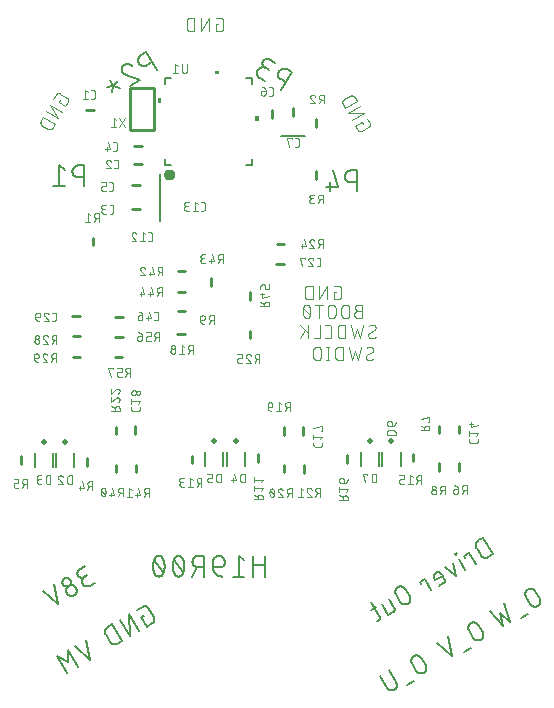
<source format=gbr>
G04 EAGLE Gerber RS-274X export*
G75*
%MOMM*%
%FSLAX34Y34*%
%LPD*%
%INSilkscreen Bottom*%
%IPPOS*%
%AMOC8*
5,1,8,0,0,1.08239X$1,22.5*%
G01*
%ADD10C,0.152400*%
%ADD11C,0.101600*%
%ADD12C,0.254000*%
%ADD13C,0.076200*%
%ADD14C,0.406400*%
%ADD15C,0.050800*%
%ADD16C,0.150000*%
%ADD17C,0.500000*%

G36*
X12584Y452757D02*
X12584Y452757D01*
X12586Y452756D01*
X12629Y452776D01*
X12673Y452794D01*
X12673Y452796D01*
X12675Y452797D01*
X12708Y452882D01*
X12708Y455422D01*
X12707Y455424D01*
X12708Y455426D01*
X12688Y455469D01*
X12670Y455513D01*
X12668Y455513D01*
X12667Y455515D01*
X12582Y455548D01*
X8772Y455548D01*
X8770Y455547D01*
X8768Y455548D01*
X8725Y455528D01*
X8681Y455510D01*
X8681Y455508D01*
X8679Y455507D01*
X8646Y455422D01*
X8646Y452882D01*
X8647Y452880D01*
X8646Y452878D01*
X8666Y452835D01*
X8684Y452791D01*
X8686Y452791D01*
X8687Y452789D01*
X8772Y452756D01*
X12582Y452756D01*
X12584Y452757D01*
G37*
G36*
X-36955Y428224D02*
X-36955Y428224D01*
X-36953Y428223D01*
X-36910Y428243D01*
X-36866Y428261D01*
X-36866Y428263D01*
X-36864Y428264D01*
X-36831Y428349D01*
X-36831Y432159D01*
X-36832Y432161D01*
X-36831Y432163D01*
X-36851Y432206D01*
X-36869Y432250D01*
X-36871Y432250D01*
X-36872Y432252D01*
X-36957Y432285D01*
X-39497Y432285D01*
X-39499Y432284D01*
X-39501Y432285D01*
X-39544Y432265D01*
X-39588Y432247D01*
X-39588Y432245D01*
X-39590Y432244D01*
X-39623Y432159D01*
X-39623Y428349D01*
X-39622Y428347D01*
X-39623Y428345D01*
X-39603Y428302D01*
X-39585Y428258D01*
X-39583Y428258D01*
X-39582Y428256D01*
X-39497Y428223D01*
X-36957Y428223D01*
X-36955Y428224D01*
G37*
G36*
X45849Y413221D02*
X45849Y413221D01*
X45851Y413220D01*
X45894Y413240D01*
X45938Y413258D01*
X45938Y413260D01*
X45940Y413261D01*
X45973Y413346D01*
X45973Y417156D01*
X45972Y417158D01*
X45973Y417160D01*
X45953Y417203D01*
X45935Y417247D01*
X45933Y417247D01*
X45932Y417249D01*
X45847Y417282D01*
X43307Y417282D01*
X43305Y417281D01*
X43303Y417282D01*
X43260Y417262D01*
X43216Y417244D01*
X43216Y417242D01*
X43214Y417241D01*
X43181Y417156D01*
X43181Y413346D01*
X43182Y413344D01*
X43181Y413342D01*
X43201Y413299D01*
X43219Y413255D01*
X43221Y413255D01*
X43222Y413253D01*
X43307Y413220D01*
X45847Y413220D01*
X45849Y413221D01*
G37*
D10*
X65078Y438839D02*
X73968Y454237D01*
X69691Y456706D01*
X69569Y456774D01*
X69446Y456839D01*
X69320Y456900D01*
X69192Y456958D01*
X69064Y457012D01*
X68933Y457062D01*
X68801Y457109D01*
X68668Y457152D01*
X68534Y457191D01*
X68399Y457226D01*
X68263Y457257D01*
X68125Y457285D01*
X67988Y457308D01*
X67849Y457328D01*
X67710Y457344D01*
X67571Y457356D01*
X67432Y457364D01*
X67292Y457368D01*
X67152Y457368D01*
X67012Y457364D01*
X66873Y457356D01*
X66734Y457344D01*
X66595Y457328D01*
X66456Y457308D01*
X66318Y457285D01*
X66181Y457257D01*
X66045Y457226D01*
X65910Y457191D01*
X65776Y457152D01*
X65643Y457109D01*
X65511Y457062D01*
X65380Y457012D01*
X65252Y456958D01*
X65124Y456900D01*
X64998Y456839D01*
X64875Y456774D01*
X64752Y456706D01*
X64632Y456635D01*
X64514Y456560D01*
X64399Y456481D01*
X64285Y456400D01*
X64174Y456315D01*
X64065Y456227D01*
X63959Y456137D01*
X63855Y456043D01*
X63754Y455946D01*
X63656Y455846D01*
X63561Y455744D01*
X63469Y455639D01*
X63379Y455532D01*
X63293Y455422D01*
X63210Y455309D01*
X63130Y455195D01*
X63053Y455078D01*
X62980Y454959D01*
X62910Y454838D01*
X62844Y454715D01*
X62781Y454590D01*
X62721Y454463D01*
X62666Y454335D01*
X62614Y454205D01*
X62565Y454074D01*
X62520Y453942D01*
X62479Y453808D01*
X62442Y453674D01*
X62409Y453538D01*
X62380Y453401D01*
X62354Y453264D01*
X62332Y453126D01*
X62315Y452987D01*
X62301Y452848D01*
X62291Y452708D01*
X62285Y452569D01*
X62283Y452429D01*
X62285Y452289D01*
X62291Y452150D01*
X62301Y452010D01*
X62315Y451871D01*
X62332Y451732D01*
X62354Y451594D01*
X62380Y451457D01*
X62409Y451320D01*
X62442Y451184D01*
X62480Y451050D01*
X62520Y450916D01*
X62565Y450784D01*
X62614Y450652D01*
X62666Y450523D01*
X62721Y450395D01*
X62781Y450268D01*
X62844Y450143D01*
X62910Y450020D01*
X62980Y449899D01*
X63053Y449780D01*
X63130Y449663D01*
X63210Y449549D01*
X63293Y449436D01*
X63379Y449326D01*
X63469Y449219D01*
X63561Y449114D01*
X63656Y449012D01*
X63754Y448912D01*
X63855Y448815D01*
X63959Y448721D01*
X64065Y448631D01*
X64174Y448543D01*
X64285Y448458D01*
X64399Y448377D01*
X64514Y448298D01*
X64632Y448223D01*
X64752Y448152D01*
X69029Y445683D01*
X51226Y446837D02*
X46949Y449306D01*
X46948Y449306D02*
X46828Y449377D01*
X46710Y449452D01*
X46595Y449531D01*
X46481Y449612D01*
X46370Y449697D01*
X46261Y449785D01*
X46155Y449875D01*
X46051Y449969D01*
X45950Y450066D01*
X45852Y450166D01*
X45757Y450268D01*
X45665Y450373D01*
X45575Y450480D01*
X45489Y450590D01*
X45406Y450703D01*
X45326Y450817D01*
X45249Y450934D01*
X45176Y451053D01*
X45106Y451174D01*
X45040Y451297D01*
X44977Y451422D01*
X44917Y451549D01*
X44862Y451677D01*
X44810Y451806D01*
X44761Y451938D01*
X44716Y452070D01*
X44675Y452204D01*
X44638Y452338D01*
X44605Y452474D01*
X44576Y452611D01*
X44550Y452748D01*
X44528Y452886D01*
X44511Y453025D01*
X44497Y453164D01*
X44487Y453304D01*
X44481Y453443D01*
X44479Y453583D01*
X44481Y453723D01*
X44487Y453862D01*
X44497Y454002D01*
X44511Y454141D01*
X44528Y454280D01*
X44550Y454418D01*
X44576Y454555D01*
X44605Y454692D01*
X44638Y454828D01*
X44676Y454962D01*
X44716Y455096D01*
X44761Y455228D01*
X44810Y455360D01*
X44862Y455489D01*
X44917Y455617D01*
X44977Y455744D01*
X45040Y455869D01*
X45106Y455992D01*
X45176Y456113D01*
X45249Y456232D01*
X45326Y456349D01*
X45406Y456463D01*
X45489Y456576D01*
X45575Y456686D01*
X45665Y456793D01*
X45757Y456898D01*
X45852Y457000D01*
X45950Y457100D01*
X46051Y457197D01*
X46155Y457291D01*
X46261Y457381D01*
X46370Y457469D01*
X46481Y457554D01*
X46595Y457635D01*
X46710Y457714D01*
X46828Y457789D01*
X46949Y457860D01*
X47071Y457928D01*
X47194Y457993D01*
X47320Y458054D01*
X47448Y458112D01*
X47576Y458166D01*
X47707Y458216D01*
X47839Y458263D01*
X47972Y458306D01*
X48106Y458345D01*
X48241Y458380D01*
X48377Y458411D01*
X48515Y458439D01*
X48652Y458462D01*
X48791Y458482D01*
X48930Y458498D01*
X49069Y458510D01*
X49208Y458518D01*
X49348Y458522D01*
X49488Y458522D01*
X49628Y458518D01*
X49767Y458510D01*
X49906Y458498D01*
X50045Y458482D01*
X50184Y458462D01*
X50321Y458439D01*
X50459Y458411D01*
X50595Y458380D01*
X50730Y458345D01*
X50864Y458306D01*
X50997Y458263D01*
X51129Y458216D01*
X51260Y458166D01*
X51388Y458112D01*
X51516Y458054D01*
X51642Y457993D01*
X51765Y457928D01*
X51888Y457860D01*
X54984Y465198D02*
X60116Y462234D01*
X54983Y465198D02*
X54875Y465258D01*
X54765Y465315D01*
X54653Y465368D01*
X54539Y465418D01*
X54424Y465465D01*
X54307Y465507D01*
X54190Y465546D01*
X54070Y465581D01*
X53950Y465613D01*
X53829Y465641D01*
X53708Y465665D01*
X53585Y465685D01*
X53462Y465701D01*
X53339Y465713D01*
X53215Y465722D01*
X53091Y465726D01*
X52967Y465727D01*
X52843Y465724D01*
X52719Y465716D01*
X52595Y465705D01*
X52472Y465690D01*
X52349Y465672D01*
X52227Y465649D01*
X52106Y465623D01*
X51985Y465592D01*
X51866Y465558D01*
X51748Y465521D01*
X51631Y465479D01*
X51515Y465434D01*
X51401Y465385D01*
X51288Y465333D01*
X51178Y465277D01*
X51068Y465218D01*
X50961Y465156D01*
X50856Y465090D01*
X50753Y465020D01*
X50652Y464948D01*
X50554Y464872D01*
X50458Y464794D01*
X50364Y464712D01*
X50273Y464628D01*
X50185Y464540D01*
X50100Y464450D01*
X50017Y464358D01*
X49937Y464262D01*
X49861Y464165D01*
X49787Y464065D01*
X49717Y463962D01*
X49650Y463858D01*
X49586Y463751D01*
X49526Y463643D01*
X49469Y463533D01*
X49416Y463421D01*
X49366Y463307D01*
X49319Y463192D01*
X49277Y463075D01*
X49238Y462958D01*
X49203Y462838D01*
X49171Y462718D01*
X49143Y462597D01*
X49119Y462476D01*
X49099Y462353D01*
X49083Y462230D01*
X49071Y462107D01*
X49062Y461983D01*
X49058Y461859D01*
X49057Y461735D01*
X49060Y461611D01*
X49068Y461487D01*
X49079Y461363D01*
X49094Y461240D01*
X49112Y461117D01*
X49135Y460995D01*
X49161Y460874D01*
X49192Y460753D01*
X49226Y460634D01*
X49263Y460516D01*
X49305Y460399D01*
X49350Y460283D01*
X49399Y460169D01*
X49451Y460056D01*
X49507Y459946D01*
X49566Y459836D01*
X49628Y459729D01*
X49694Y459624D01*
X49764Y459521D01*
X49836Y459420D01*
X49912Y459322D01*
X49990Y459226D01*
X50072Y459132D01*
X50156Y459041D01*
X50244Y458953D01*
X50334Y458868D01*
X50426Y458785D01*
X50522Y458705D01*
X50619Y458629D01*
X50719Y458555D01*
X50822Y458485D01*
X50926Y458418D01*
X51033Y458354D01*
X51032Y458354D02*
X54454Y456379D01*
X-40519Y455882D02*
X-49409Y471280D01*
X-53687Y468811D01*
X-53807Y468740D01*
X-53925Y468665D01*
X-54040Y468586D01*
X-54154Y468505D01*
X-54265Y468420D01*
X-54374Y468332D01*
X-54480Y468242D01*
X-54584Y468148D01*
X-54685Y468051D01*
X-54783Y467951D01*
X-54878Y467849D01*
X-54970Y467744D01*
X-55060Y467637D01*
X-55146Y467527D01*
X-55229Y467414D01*
X-55309Y467300D01*
X-55386Y467183D01*
X-55459Y467064D01*
X-55529Y466943D01*
X-55595Y466820D01*
X-55658Y466695D01*
X-55718Y466568D01*
X-55773Y466440D01*
X-55825Y466310D01*
X-55874Y466179D01*
X-55919Y466047D01*
X-55960Y465913D01*
X-55997Y465779D01*
X-56030Y465643D01*
X-56059Y465506D01*
X-56085Y465369D01*
X-56107Y465231D01*
X-56124Y465092D01*
X-56138Y464953D01*
X-56148Y464813D01*
X-56154Y464674D01*
X-56156Y464534D01*
X-56154Y464394D01*
X-56148Y464255D01*
X-56138Y464115D01*
X-56124Y463976D01*
X-56107Y463837D01*
X-56085Y463699D01*
X-56059Y463562D01*
X-56030Y463425D01*
X-55997Y463289D01*
X-55959Y463155D01*
X-55919Y463021D01*
X-55874Y462889D01*
X-55825Y462757D01*
X-55773Y462628D01*
X-55718Y462500D01*
X-55658Y462373D01*
X-55595Y462248D01*
X-55529Y462125D01*
X-55459Y462004D01*
X-55386Y461885D01*
X-55309Y461768D01*
X-55229Y461654D01*
X-55146Y461541D01*
X-55060Y461431D01*
X-54970Y461324D01*
X-54878Y461219D01*
X-54783Y461117D01*
X-54685Y461017D01*
X-54584Y460920D01*
X-54480Y460826D01*
X-54374Y460736D01*
X-54265Y460648D01*
X-54154Y460563D01*
X-54040Y460482D01*
X-53925Y460403D01*
X-53807Y460328D01*
X-53686Y460257D01*
X-53564Y460189D01*
X-53441Y460124D01*
X-53315Y460063D01*
X-53187Y460005D01*
X-53059Y459951D01*
X-52928Y459901D01*
X-52796Y459854D01*
X-52663Y459811D01*
X-52529Y459772D01*
X-52394Y459737D01*
X-52258Y459706D01*
X-52120Y459678D01*
X-51983Y459655D01*
X-51844Y459635D01*
X-51705Y459619D01*
X-51566Y459607D01*
X-51427Y459599D01*
X-51287Y459595D01*
X-51147Y459595D01*
X-51007Y459599D01*
X-50868Y459607D01*
X-50729Y459619D01*
X-50590Y459635D01*
X-50451Y459655D01*
X-50313Y459678D01*
X-50176Y459706D01*
X-50040Y459737D01*
X-49905Y459772D01*
X-49771Y459811D01*
X-49638Y459854D01*
X-49506Y459901D01*
X-49375Y459951D01*
X-49247Y460005D01*
X-49119Y460063D01*
X-48993Y460124D01*
X-48870Y460189D01*
X-48747Y460257D01*
X-48748Y460256D02*
X-44470Y462726D01*
X-67966Y460567D02*
X-68080Y460499D01*
X-68191Y460428D01*
X-68300Y460354D01*
X-68406Y460277D01*
X-68510Y460196D01*
X-68612Y460113D01*
X-68712Y460026D01*
X-68808Y459937D01*
X-68903Y459845D01*
X-68994Y459750D01*
X-69082Y459652D01*
X-69168Y459552D01*
X-69250Y459449D01*
X-69330Y459344D01*
X-69406Y459237D01*
X-69479Y459127D01*
X-69549Y459015D01*
X-69615Y458901D01*
X-69678Y458786D01*
X-69738Y458668D01*
X-69794Y458549D01*
X-69846Y458428D01*
X-69895Y458306D01*
X-69941Y458182D01*
X-69982Y458057D01*
X-70020Y457931D01*
X-70054Y457804D01*
X-70084Y457676D01*
X-70111Y457546D01*
X-70134Y457417D01*
X-70152Y457286D01*
X-70167Y457155D01*
X-70178Y457024D01*
X-70186Y456893D01*
X-70189Y456761D01*
X-70188Y456629D01*
X-70184Y456498D01*
X-70175Y456366D01*
X-70163Y456235D01*
X-70147Y456104D01*
X-70126Y455974D01*
X-70103Y455844D01*
X-70075Y455716D01*
X-70043Y455588D01*
X-70008Y455461D01*
X-69969Y455335D01*
X-69926Y455211D01*
X-69879Y455087D01*
X-69829Y454965D01*
X-69776Y454845D01*
X-69718Y454726D01*
X-69658Y454610D01*
X-69593Y454495D01*
X-67966Y460567D02*
X-67836Y460640D01*
X-67704Y460710D01*
X-67569Y460776D01*
X-67433Y460838D01*
X-67296Y460898D01*
X-67157Y460953D01*
X-67017Y461005D01*
X-66875Y461053D01*
X-66732Y461097D01*
X-66588Y461138D01*
X-66443Y461175D01*
X-66297Y461207D01*
X-66150Y461237D01*
X-66003Y461262D01*
X-65855Y461283D01*
X-65706Y461301D01*
X-65557Y461315D01*
X-65408Y461324D01*
X-65258Y461330D01*
X-65109Y461332D01*
X-64959Y461330D01*
X-64810Y461324D01*
X-64660Y461314D01*
X-64511Y461300D01*
X-64363Y461283D01*
X-64215Y461261D01*
X-64067Y461236D01*
X-63921Y461207D01*
X-63775Y461173D01*
X-63630Y461137D01*
X-63486Y461096D01*
X-63343Y461051D01*
X-63201Y461003D01*
X-63061Y460951D01*
X-62922Y460896D01*
X-62784Y460837D01*
X-62649Y460774D01*
X-62514Y460708D01*
X-62382Y460638D01*
X-62252Y460565D01*
X-62123Y460488D01*
X-61997Y460408D01*
X-61872Y460325D01*
X-61750Y460238D01*
X-61630Y460149D01*
X-61513Y460056D01*
X-61398Y459960D01*
X-61286Y459861D01*
X-66582Y452242D02*
X-66711Y452275D01*
X-66839Y452312D01*
X-66966Y452352D01*
X-67092Y452396D01*
X-67217Y452443D01*
X-67340Y452494D01*
X-67462Y452548D01*
X-67582Y452606D01*
X-67700Y452667D01*
X-67817Y452731D01*
X-67932Y452799D01*
X-68045Y452869D01*
X-68156Y452943D01*
X-68265Y453020D01*
X-68372Y453100D01*
X-68476Y453183D01*
X-68579Y453268D01*
X-68678Y453357D01*
X-68775Y453448D01*
X-68870Y453542D01*
X-68962Y453638D01*
X-69051Y453737D01*
X-69137Y453839D01*
X-69221Y453943D01*
X-69302Y454049D01*
X-69379Y454157D01*
X-69454Y454268D01*
X-69525Y454380D01*
X-69593Y454495D01*
X-66582Y452241D02*
X-54371Y447885D01*
X-62926Y442946D01*
X-77096Y442749D02*
X-80059Y447882D01*
X-77096Y442749D02*
X-77867Y437171D01*
X-77096Y442749D02*
X-71879Y440628D01*
X-77096Y442749D02*
X-82788Y441744D01*
X-77096Y442749D02*
X-73379Y447176D01*
D11*
X-122340Y430864D02*
X-123314Y429177D01*
X-117693Y425932D01*
X-115745Y429305D01*
X-115746Y429305D02*
X-115698Y429392D01*
X-115653Y429481D01*
X-115612Y429571D01*
X-115574Y429663D01*
X-115540Y429757D01*
X-115509Y429851D01*
X-115482Y429947D01*
X-115459Y430044D01*
X-115439Y430141D01*
X-115424Y430240D01*
X-115412Y430338D01*
X-115403Y430437D01*
X-115399Y430537D01*
X-115398Y430636D01*
X-115401Y430736D01*
X-115408Y430835D01*
X-115419Y430934D01*
X-115434Y431032D01*
X-115452Y431130D01*
X-115474Y431227D01*
X-115500Y431323D01*
X-115529Y431418D01*
X-115562Y431512D01*
X-115599Y431604D01*
X-115639Y431695D01*
X-115682Y431785D01*
X-115729Y431872D01*
X-115780Y431958D01*
X-115833Y432042D01*
X-115890Y432124D01*
X-115950Y432203D01*
X-116012Y432280D01*
X-116078Y432355D01*
X-116147Y432427D01*
X-116218Y432496D01*
X-116292Y432563D01*
X-116368Y432627D01*
X-116447Y432688D01*
X-116528Y432745D01*
X-116611Y432800D01*
X-116696Y432851D01*
X-122317Y436097D01*
X-122317Y436096D02*
X-122404Y436144D01*
X-122493Y436189D01*
X-122583Y436230D01*
X-122675Y436268D01*
X-122769Y436302D01*
X-122863Y436333D01*
X-122959Y436360D01*
X-123056Y436383D01*
X-123153Y436403D01*
X-123252Y436418D01*
X-123350Y436430D01*
X-123449Y436439D01*
X-123549Y436443D01*
X-123648Y436444D01*
X-123748Y436441D01*
X-123847Y436434D01*
X-123946Y436423D01*
X-124044Y436408D01*
X-124142Y436390D01*
X-124239Y436368D01*
X-124335Y436342D01*
X-124430Y436313D01*
X-124524Y436280D01*
X-124616Y436243D01*
X-124707Y436203D01*
X-124796Y436160D01*
X-124884Y436113D01*
X-124970Y436062D01*
X-125054Y436009D01*
X-125135Y435952D01*
X-125215Y435892D01*
X-125292Y435830D01*
X-125367Y435764D01*
X-125439Y435695D01*
X-125508Y435624D01*
X-125575Y435550D01*
X-125639Y435474D01*
X-125699Y435395D01*
X-125757Y435314D01*
X-125812Y435231D01*
X-125863Y435146D01*
X-125864Y435147D02*
X-127811Y431774D01*
X-130662Y426837D02*
X-120543Y420995D01*
X-123789Y415373D02*
X-130662Y426837D01*
X-133907Y421215D02*
X-123789Y415373D01*
X-126639Y410436D02*
X-136758Y416278D01*
X-138380Y413467D01*
X-138381Y413468D02*
X-138436Y413369D01*
X-138487Y413268D01*
X-138535Y413165D01*
X-138580Y413061D01*
X-138620Y412955D01*
X-138657Y412848D01*
X-138690Y412740D01*
X-138720Y412630D01*
X-138745Y412520D01*
X-138767Y412409D01*
X-138784Y412297D01*
X-138798Y412184D01*
X-138808Y412071D01*
X-138814Y411958D01*
X-138816Y411845D01*
X-138814Y411732D01*
X-138808Y411619D01*
X-138798Y411506D01*
X-138784Y411393D01*
X-138767Y411281D01*
X-138745Y411170D01*
X-138720Y411060D01*
X-138690Y410950D01*
X-138657Y410842D01*
X-138620Y410735D01*
X-138580Y410629D01*
X-138535Y410525D01*
X-138487Y410422D01*
X-138436Y410321D01*
X-138381Y410222D01*
X-138323Y410125D01*
X-138261Y410030D01*
X-138196Y409937D01*
X-138128Y409847D01*
X-138057Y409759D01*
X-137982Y409673D01*
X-137905Y409590D01*
X-137825Y409510D01*
X-137742Y409433D01*
X-137656Y409358D01*
X-137568Y409287D01*
X-137478Y409219D01*
X-137385Y409154D01*
X-137290Y409092D01*
X-137193Y409034D01*
X-137192Y409034D02*
X-132695Y406437D01*
X-132696Y406437D02*
X-132597Y406382D01*
X-132496Y406331D01*
X-132393Y406283D01*
X-132289Y406238D01*
X-132183Y406198D01*
X-132076Y406161D01*
X-131968Y406128D01*
X-131858Y406098D01*
X-131748Y406073D01*
X-131637Y406051D01*
X-131525Y406034D01*
X-131412Y406020D01*
X-131299Y406010D01*
X-131186Y406004D01*
X-131073Y406002D01*
X-130960Y406004D01*
X-130847Y406010D01*
X-130734Y406020D01*
X-130621Y406034D01*
X-130509Y406051D01*
X-130398Y406073D01*
X-130288Y406098D01*
X-130178Y406128D01*
X-130070Y406161D01*
X-129963Y406198D01*
X-129857Y406238D01*
X-129753Y406283D01*
X-129650Y406331D01*
X-129549Y406382D01*
X-129450Y406437D01*
X-129353Y406495D01*
X-129258Y406557D01*
X-129165Y406622D01*
X-129075Y406690D01*
X-128986Y406761D01*
X-128901Y406836D01*
X-128818Y406913D01*
X-128738Y406993D01*
X-128661Y407076D01*
X-128586Y407162D01*
X-128515Y407250D01*
X-128447Y407340D01*
X-128382Y407433D01*
X-128320Y407528D01*
X-128262Y407625D01*
X-126639Y410436D01*
X9364Y495380D02*
X11311Y495380D01*
X9364Y495380D02*
X9364Y488889D01*
X13259Y488889D01*
X13259Y488890D02*
X13358Y488892D01*
X13458Y488898D01*
X13557Y488907D01*
X13655Y488920D01*
X13753Y488937D01*
X13851Y488958D01*
X13947Y488983D01*
X14042Y489011D01*
X14136Y489043D01*
X14229Y489078D01*
X14321Y489117D01*
X14411Y489160D01*
X14499Y489205D01*
X14586Y489255D01*
X14670Y489307D01*
X14753Y489363D01*
X14833Y489421D01*
X14911Y489483D01*
X14986Y489548D01*
X15059Y489616D01*
X15129Y489686D01*
X15197Y489759D01*
X15262Y489834D01*
X15324Y489912D01*
X15382Y489992D01*
X15438Y490075D01*
X15490Y490159D01*
X15540Y490246D01*
X15585Y490334D01*
X15628Y490424D01*
X15667Y490516D01*
X15702Y490609D01*
X15734Y490703D01*
X15762Y490798D01*
X15787Y490894D01*
X15808Y490992D01*
X15825Y491090D01*
X15838Y491188D01*
X15847Y491287D01*
X15853Y491387D01*
X15855Y491486D01*
X15855Y497977D01*
X15853Y498076D01*
X15847Y498176D01*
X15838Y498275D01*
X15825Y498373D01*
X15808Y498471D01*
X15787Y498569D01*
X15762Y498665D01*
X15734Y498760D01*
X15702Y498854D01*
X15667Y498947D01*
X15628Y499039D01*
X15585Y499129D01*
X15540Y499217D01*
X15490Y499304D01*
X15438Y499388D01*
X15382Y499471D01*
X15324Y499551D01*
X15262Y499629D01*
X15197Y499704D01*
X15129Y499777D01*
X15059Y499847D01*
X14986Y499915D01*
X14911Y499980D01*
X14833Y500042D01*
X14753Y500100D01*
X14670Y500156D01*
X14586Y500208D01*
X14499Y500258D01*
X14411Y500303D01*
X14321Y500346D01*
X14229Y500385D01*
X14136Y500420D01*
X14042Y500452D01*
X13947Y500480D01*
X13851Y500505D01*
X13753Y500526D01*
X13655Y500543D01*
X13557Y500556D01*
X13458Y500565D01*
X13358Y500571D01*
X13259Y500573D01*
X9364Y500573D01*
X3663Y500573D02*
X3663Y488889D01*
X-2828Y488889D02*
X3663Y500573D01*
X-2828Y500573D02*
X-2828Y488889D01*
X-8529Y488889D02*
X-8529Y500573D01*
X-11774Y500573D01*
X-11774Y500574D02*
X-11887Y500572D01*
X-12000Y500566D01*
X-12113Y500556D01*
X-12226Y500542D01*
X-12338Y500525D01*
X-12449Y500503D01*
X-12559Y500478D01*
X-12669Y500448D01*
X-12777Y500415D01*
X-12884Y500378D01*
X-12990Y500338D01*
X-13094Y500293D01*
X-13197Y500245D01*
X-13298Y500194D01*
X-13397Y500139D01*
X-13494Y500081D01*
X-13589Y500019D01*
X-13682Y499954D01*
X-13772Y499886D01*
X-13860Y499815D01*
X-13946Y499740D01*
X-14029Y499663D01*
X-14109Y499583D01*
X-14186Y499500D01*
X-14261Y499414D01*
X-14332Y499326D01*
X-14400Y499236D01*
X-14465Y499143D01*
X-14527Y499048D01*
X-14585Y498951D01*
X-14640Y498852D01*
X-14691Y498751D01*
X-14739Y498648D01*
X-14784Y498544D01*
X-14824Y498438D01*
X-14861Y498331D01*
X-14894Y498223D01*
X-14924Y498113D01*
X-14949Y498003D01*
X-14971Y497892D01*
X-14988Y497780D01*
X-15002Y497667D01*
X-15012Y497554D01*
X-15018Y497441D01*
X-15020Y497328D01*
X-15020Y492135D01*
X-15018Y492022D01*
X-15012Y491909D01*
X-15002Y491796D01*
X-14988Y491683D01*
X-14971Y491571D01*
X-14949Y491460D01*
X-14924Y491350D01*
X-14894Y491240D01*
X-14861Y491132D01*
X-14824Y491025D01*
X-14784Y490919D01*
X-14739Y490815D01*
X-14691Y490712D01*
X-14640Y490611D01*
X-14585Y490512D01*
X-14527Y490415D01*
X-14465Y490320D01*
X-14400Y490227D01*
X-14332Y490137D01*
X-14261Y490049D01*
X-14186Y489963D01*
X-14109Y489880D01*
X-14029Y489800D01*
X-13946Y489723D01*
X-13860Y489648D01*
X-13772Y489577D01*
X-13682Y489509D01*
X-13589Y489444D01*
X-13494Y489382D01*
X-13397Y489324D01*
X-13298Y489269D01*
X-13197Y489218D01*
X-13094Y489170D01*
X-12990Y489125D01*
X-12884Y489085D01*
X-12777Y489048D01*
X-12669Y489015D01*
X-12559Y488985D01*
X-12449Y488960D01*
X-12338Y488938D01*
X-12226Y488921D01*
X-12113Y488907D01*
X-12000Y488897D01*
X-11887Y488891D01*
X-11774Y488889D01*
X-8529Y488889D01*
X133398Y412094D02*
X134372Y410408D01*
X133398Y412094D02*
X127776Y408849D01*
X129724Y405476D01*
X129775Y405391D01*
X129830Y405308D01*
X129887Y405227D01*
X129948Y405148D01*
X130012Y405072D01*
X130079Y404998D01*
X130148Y404927D01*
X130220Y404858D01*
X130295Y404792D01*
X130372Y404730D01*
X130451Y404670D01*
X130533Y404613D01*
X130617Y404560D01*
X130703Y404509D01*
X130790Y404462D01*
X130880Y404419D01*
X130971Y404379D01*
X131063Y404342D01*
X131157Y404309D01*
X131252Y404280D01*
X131348Y404254D01*
X131445Y404232D01*
X131543Y404214D01*
X131641Y404199D01*
X131740Y404188D01*
X131839Y404181D01*
X131939Y404178D01*
X132038Y404179D01*
X132138Y404183D01*
X132237Y404192D01*
X132336Y404204D01*
X132434Y404219D01*
X132531Y404239D01*
X132628Y404262D01*
X132724Y404289D01*
X132818Y404320D01*
X132912Y404354D01*
X133004Y404392D01*
X133094Y404433D01*
X133183Y404478D01*
X133270Y404526D01*
X133271Y404525D02*
X138892Y407771D01*
X138892Y407772D02*
X138977Y407823D01*
X139060Y407878D01*
X139141Y407935D01*
X139220Y407996D01*
X139296Y408060D01*
X139370Y408127D01*
X139441Y408196D01*
X139510Y408268D01*
X139576Y408343D01*
X139638Y408420D01*
X139698Y408499D01*
X139755Y408581D01*
X139808Y408665D01*
X139859Y408751D01*
X139906Y408838D01*
X139949Y408928D01*
X139989Y409019D01*
X140026Y409111D01*
X140059Y409205D01*
X140088Y409300D01*
X140114Y409396D01*
X140136Y409493D01*
X140154Y409591D01*
X140169Y409689D01*
X140180Y409788D01*
X140187Y409887D01*
X140190Y409987D01*
X140189Y410086D01*
X140185Y410186D01*
X140176Y410285D01*
X140164Y410383D01*
X140149Y410482D01*
X140129Y410579D01*
X140106Y410676D01*
X140079Y410772D01*
X140048Y410866D01*
X140014Y410960D01*
X139976Y411052D01*
X139935Y411142D01*
X139890Y411231D01*
X139842Y411318D01*
X137895Y414691D01*
X135045Y419628D02*
X124926Y413786D01*
X121681Y419407D02*
X135045Y419628D01*
X131799Y425249D02*
X121681Y419407D01*
X118830Y424344D02*
X128949Y430186D01*
X127326Y432997D01*
X127268Y433094D01*
X127206Y433189D01*
X127141Y433282D01*
X127073Y433372D01*
X127002Y433460D01*
X126927Y433546D01*
X126850Y433629D01*
X126770Y433709D01*
X126687Y433786D01*
X126601Y433861D01*
X126513Y433932D01*
X126423Y434000D01*
X126330Y434065D01*
X126235Y434127D01*
X126138Y434185D01*
X126039Y434240D01*
X125938Y434291D01*
X125835Y434339D01*
X125731Y434384D01*
X125625Y434424D01*
X125518Y434461D01*
X125410Y434494D01*
X125300Y434524D01*
X125190Y434549D01*
X125079Y434571D01*
X124967Y434588D01*
X124854Y434602D01*
X124741Y434612D01*
X124628Y434618D01*
X124515Y434620D01*
X124402Y434618D01*
X124289Y434612D01*
X124176Y434602D01*
X124063Y434588D01*
X123951Y434571D01*
X123840Y434549D01*
X123730Y434524D01*
X123620Y434494D01*
X123512Y434461D01*
X123405Y434424D01*
X123299Y434384D01*
X123195Y434339D01*
X123092Y434291D01*
X122991Y434240D01*
X122892Y434185D01*
X118395Y431588D01*
X118395Y431589D02*
X118298Y431531D01*
X118203Y431469D01*
X118110Y431404D01*
X118020Y431336D01*
X117932Y431265D01*
X117846Y431190D01*
X117763Y431113D01*
X117683Y431033D01*
X117606Y430950D01*
X117531Y430864D01*
X117460Y430776D01*
X117392Y430686D01*
X117327Y430593D01*
X117265Y430498D01*
X117207Y430401D01*
X117152Y430302D01*
X117101Y430201D01*
X117053Y430098D01*
X117008Y429994D01*
X116968Y429888D01*
X116931Y429781D01*
X116898Y429673D01*
X116868Y429563D01*
X116843Y429453D01*
X116821Y429342D01*
X116804Y429230D01*
X116790Y429117D01*
X116780Y429004D01*
X116774Y428891D01*
X116772Y428778D01*
X116774Y428665D01*
X116780Y428552D01*
X116790Y428439D01*
X116804Y428326D01*
X116821Y428214D01*
X116843Y428103D01*
X116868Y427993D01*
X116898Y427883D01*
X116931Y427775D01*
X116968Y427668D01*
X117008Y427562D01*
X117053Y427458D01*
X117101Y427355D01*
X117152Y427254D01*
X117207Y427155D01*
X118830Y424344D01*
D10*
X-101962Y375383D02*
X-101962Y357603D01*
X-101962Y375383D02*
X-106901Y375383D01*
X-107041Y375381D01*
X-107180Y375375D01*
X-107320Y375365D01*
X-107459Y375351D01*
X-107598Y375334D01*
X-107736Y375312D01*
X-107873Y375286D01*
X-108010Y375257D01*
X-108146Y375224D01*
X-108280Y375187D01*
X-108414Y375146D01*
X-108546Y375101D01*
X-108678Y375052D01*
X-108807Y375000D01*
X-108935Y374945D01*
X-109062Y374885D01*
X-109187Y374822D01*
X-109310Y374756D01*
X-109431Y374686D01*
X-109550Y374613D01*
X-109667Y374536D01*
X-109781Y374456D01*
X-109894Y374373D01*
X-110004Y374287D01*
X-110111Y374197D01*
X-110216Y374105D01*
X-110318Y374010D01*
X-110418Y373912D01*
X-110515Y373811D01*
X-110609Y373707D01*
X-110699Y373601D01*
X-110787Y373492D01*
X-110872Y373381D01*
X-110953Y373267D01*
X-111032Y373152D01*
X-111107Y373034D01*
X-111178Y372914D01*
X-111246Y372791D01*
X-111311Y372668D01*
X-111372Y372542D01*
X-111430Y372414D01*
X-111484Y372286D01*
X-111534Y372155D01*
X-111581Y372023D01*
X-111624Y371890D01*
X-111663Y371756D01*
X-111698Y371621D01*
X-111729Y371485D01*
X-111757Y371347D01*
X-111780Y371210D01*
X-111800Y371071D01*
X-111816Y370932D01*
X-111828Y370793D01*
X-111836Y370654D01*
X-111840Y370514D01*
X-111840Y370374D01*
X-111836Y370234D01*
X-111828Y370095D01*
X-111816Y369956D01*
X-111800Y369817D01*
X-111780Y369678D01*
X-111757Y369541D01*
X-111729Y369403D01*
X-111698Y369267D01*
X-111663Y369132D01*
X-111624Y368998D01*
X-111581Y368865D01*
X-111534Y368733D01*
X-111484Y368602D01*
X-111430Y368474D01*
X-111372Y368346D01*
X-111311Y368220D01*
X-111246Y368097D01*
X-111178Y367975D01*
X-111107Y367854D01*
X-111032Y367736D01*
X-110953Y367621D01*
X-110872Y367507D01*
X-110787Y367396D01*
X-110699Y367287D01*
X-110609Y367181D01*
X-110515Y367077D01*
X-110418Y366976D01*
X-110318Y366878D01*
X-110216Y366783D01*
X-110111Y366691D01*
X-110004Y366601D01*
X-109894Y366515D01*
X-109781Y366432D01*
X-109667Y366352D01*
X-109550Y366275D01*
X-109431Y366202D01*
X-109310Y366132D01*
X-109187Y366066D01*
X-109062Y366003D01*
X-108935Y365943D01*
X-108807Y365888D01*
X-108678Y365836D01*
X-108546Y365787D01*
X-108414Y365742D01*
X-108280Y365701D01*
X-108146Y365664D01*
X-108010Y365631D01*
X-107873Y365602D01*
X-107736Y365576D01*
X-107598Y365554D01*
X-107459Y365537D01*
X-107320Y365523D01*
X-107180Y365513D01*
X-107041Y365507D01*
X-106901Y365505D01*
X-101962Y365505D01*
X-117957Y371432D02*
X-122896Y375383D01*
X-122896Y357603D01*
X-117957Y357603D02*
X-127835Y357603D01*
X128797Y353317D02*
X128797Y371097D01*
X123858Y371097D01*
X123718Y371095D01*
X123579Y371089D01*
X123439Y371079D01*
X123300Y371065D01*
X123161Y371048D01*
X123023Y371026D01*
X122886Y371000D01*
X122749Y370971D01*
X122613Y370938D01*
X122479Y370901D01*
X122345Y370860D01*
X122213Y370815D01*
X122081Y370766D01*
X121952Y370714D01*
X121824Y370659D01*
X121697Y370599D01*
X121572Y370536D01*
X121449Y370470D01*
X121328Y370400D01*
X121209Y370327D01*
X121092Y370250D01*
X120978Y370170D01*
X120865Y370087D01*
X120755Y370001D01*
X120648Y369911D01*
X120543Y369819D01*
X120441Y369724D01*
X120341Y369626D01*
X120244Y369525D01*
X120150Y369421D01*
X120060Y369315D01*
X119972Y369206D01*
X119887Y369095D01*
X119806Y368981D01*
X119727Y368866D01*
X119652Y368748D01*
X119581Y368628D01*
X119513Y368505D01*
X119448Y368382D01*
X119387Y368256D01*
X119329Y368128D01*
X119275Y368000D01*
X119225Y367869D01*
X119178Y367737D01*
X119135Y367604D01*
X119096Y367470D01*
X119061Y367335D01*
X119030Y367199D01*
X119002Y367061D01*
X118979Y366924D01*
X118959Y366785D01*
X118943Y366646D01*
X118931Y366507D01*
X118923Y366368D01*
X118919Y366228D01*
X118919Y366088D01*
X118923Y365948D01*
X118931Y365809D01*
X118943Y365670D01*
X118959Y365531D01*
X118979Y365392D01*
X119002Y365255D01*
X119030Y365117D01*
X119061Y364981D01*
X119096Y364846D01*
X119135Y364712D01*
X119178Y364579D01*
X119225Y364447D01*
X119275Y364316D01*
X119329Y364188D01*
X119387Y364060D01*
X119448Y363934D01*
X119513Y363811D01*
X119581Y363689D01*
X119652Y363568D01*
X119727Y363450D01*
X119806Y363335D01*
X119887Y363221D01*
X119972Y363110D01*
X120060Y363001D01*
X120150Y362895D01*
X120244Y362791D01*
X120341Y362690D01*
X120441Y362592D01*
X120543Y362497D01*
X120648Y362405D01*
X120755Y362315D01*
X120865Y362229D01*
X120978Y362146D01*
X121092Y362066D01*
X121209Y361989D01*
X121328Y361916D01*
X121449Y361846D01*
X121572Y361780D01*
X121697Y361717D01*
X121824Y361657D01*
X121952Y361602D01*
X122081Y361550D01*
X122213Y361501D01*
X122345Y361456D01*
X122479Y361415D01*
X122613Y361378D01*
X122749Y361345D01*
X122886Y361316D01*
X123023Y361290D01*
X123161Y361268D01*
X123300Y361251D01*
X123439Y361237D01*
X123579Y361227D01*
X123718Y361221D01*
X123858Y361219D01*
X128797Y361219D01*
X112802Y357268D02*
X108851Y371097D01*
X112802Y357268D02*
X102924Y357268D01*
X105887Y361219D02*
X105887Y353317D01*
X51183Y45085D02*
X51183Y27305D01*
X51183Y37183D02*
X41306Y37183D01*
X41306Y45085D02*
X41306Y27305D01*
X33875Y41134D02*
X28936Y45085D01*
X28936Y27305D01*
X33875Y27305D02*
X23997Y27305D01*
X13173Y35207D02*
X7246Y35207D01*
X13173Y35207D02*
X13297Y35209D01*
X13421Y35215D01*
X13545Y35225D01*
X13668Y35238D01*
X13791Y35256D01*
X13913Y35277D01*
X14035Y35302D01*
X14156Y35331D01*
X14275Y35364D01*
X14394Y35400D01*
X14511Y35441D01*
X14627Y35484D01*
X14742Y35532D01*
X14855Y35583D01*
X14967Y35638D01*
X15076Y35696D01*
X15184Y35757D01*
X15290Y35822D01*
X15394Y35890D01*
X15495Y35962D01*
X15595Y36036D01*
X15691Y36114D01*
X15786Y36194D01*
X15878Y36278D01*
X15967Y36364D01*
X16053Y36453D01*
X16137Y36545D01*
X16217Y36640D01*
X16295Y36736D01*
X16369Y36836D01*
X16441Y36937D01*
X16509Y37041D01*
X16574Y37147D01*
X16635Y37255D01*
X16693Y37364D01*
X16748Y37476D01*
X16799Y37589D01*
X16847Y37704D01*
X16890Y37820D01*
X16931Y37937D01*
X16967Y38056D01*
X17000Y38175D01*
X17029Y38296D01*
X17054Y38418D01*
X17075Y38540D01*
X17093Y38663D01*
X17106Y38786D01*
X17116Y38910D01*
X17122Y39034D01*
X17124Y39158D01*
X17124Y40146D01*
X17122Y40286D01*
X17116Y40425D01*
X17106Y40565D01*
X17092Y40704D01*
X17075Y40843D01*
X17053Y40981D01*
X17027Y41118D01*
X16998Y41255D01*
X16965Y41391D01*
X16928Y41525D01*
X16887Y41659D01*
X16842Y41791D01*
X16793Y41923D01*
X16741Y42052D01*
X16686Y42180D01*
X16626Y42307D01*
X16563Y42432D01*
X16497Y42555D01*
X16427Y42676D01*
X16354Y42795D01*
X16277Y42912D01*
X16197Y43026D01*
X16114Y43139D01*
X16028Y43249D01*
X15938Y43356D01*
X15846Y43461D01*
X15751Y43563D01*
X15653Y43663D01*
X15552Y43760D01*
X15448Y43854D01*
X15342Y43944D01*
X15233Y44032D01*
X15122Y44117D01*
X15008Y44198D01*
X14893Y44277D01*
X14775Y44352D01*
X14655Y44423D01*
X14532Y44491D01*
X14409Y44556D01*
X14283Y44617D01*
X14155Y44675D01*
X14027Y44729D01*
X13896Y44779D01*
X13764Y44826D01*
X13631Y44869D01*
X13497Y44908D01*
X13362Y44943D01*
X13226Y44974D01*
X13088Y45002D01*
X12951Y45025D01*
X12812Y45045D01*
X12673Y45061D01*
X12534Y45073D01*
X12395Y45081D01*
X12255Y45085D01*
X12115Y45085D01*
X11975Y45081D01*
X11836Y45073D01*
X11697Y45061D01*
X11558Y45045D01*
X11419Y45025D01*
X11282Y45002D01*
X11144Y44974D01*
X11008Y44943D01*
X10873Y44908D01*
X10739Y44869D01*
X10606Y44826D01*
X10474Y44779D01*
X10343Y44729D01*
X10215Y44675D01*
X10087Y44617D01*
X9961Y44556D01*
X9838Y44491D01*
X9715Y44423D01*
X9595Y44352D01*
X9477Y44277D01*
X9362Y44198D01*
X9248Y44117D01*
X9137Y44032D01*
X9028Y43944D01*
X8922Y43854D01*
X8818Y43760D01*
X8717Y43663D01*
X8619Y43563D01*
X8524Y43461D01*
X8432Y43356D01*
X8342Y43249D01*
X8256Y43139D01*
X8173Y43026D01*
X8093Y42912D01*
X8016Y42795D01*
X7943Y42676D01*
X7873Y42555D01*
X7807Y42432D01*
X7744Y42307D01*
X7684Y42180D01*
X7629Y42052D01*
X7577Y41923D01*
X7528Y41791D01*
X7483Y41659D01*
X7442Y41525D01*
X7405Y41391D01*
X7372Y41255D01*
X7343Y41118D01*
X7317Y40981D01*
X7295Y40843D01*
X7278Y40704D01*
X7264Y40565D01*
X7254Y40425D01*
X7248Y40286D01*
X7246Y40146D01*
X7246Y35207D01*
X7247Y35207D02*
X7249Y35016D01*
X7256Y34825D01*
X7268Y34635D01*
X7284Y34444D01*
X7305Y34255D01*
X7330Y34065D01*
X7360Y33877D01*
X7394Y33689D01*
X7433Y33502D01*
X7477Y33316D01*
X7525Y33131D01*
X7577Y32947D01*
X7634Y32765D01*
X7695Y32584D01*
X7761Y32405D01*
X7830Y32227D01*
X7905Y32051D01*
X7983Y31877D01*
X8065Y31705D01*
X8152Y31535D01*
X8243Y31367D01*
X8338Y31201D01*
X8437Y31038D01*
X8539Y30877D01*
X8646Y30718D01*
X8756Y30562D01*
X8870Y30409D01*
X8988Y30259D01*
X9109Y30111D01*
X9234Y29967D01*
X9363Y29826D01*
X9494Y29687D01*
X9629Y29552D01*
X9768Y29421D01*
X9909Y29292D01*
X10053Y29167D01*
X10201Y29046D01*
X10351Y28928D01*
X10504Y28814D01*
X10660Y28704D01*
X10819Y28597D01*
X10980Y28495D01*
X11143Y28396D01*
X11309Y28301D01*
X11477Y28210D01*
X11647Y28123D01*
X11819Y28041D01*
X11993Y27963D01*
X12169Y27888D01*
X12347Y27819D01*
X12526Y27753D01*
X12707Y27692D01*
X12889Y27635D01*
X13073Y27583D01*
X13258Y27535D01*
X13444Y27491D01*
X13631Y27452D01*
X13819Y27418D01*
X14007Y27388D01*
X14197Y27363D01*
X14386Y27342D01*
X14577Y27326D01*
X14767Y27314D01*
X14958Y27307D01*
X15149Y27305D01*
X-270Y27305D02*
X-270Y45085D01*
X-5209Y45085D01*
X-5349Y45083D01*
X-5488Y45077D01*
X-5628Y45067D01*
X-5767Y45053D01*
X-5906Y45036D01*
X-6044Y45014D01*
X-6181Y44988D01*
X-6318Y44959D01*
X-6454Y44926D01*
X-6588Y44889D01*
X-6722Y44848D01*
X-6854Y44803D01*
X-6986Y44754D01*
X-7115Y44702D01*
X-7243Y44647D01*
X-7370Y44587D01*
X-7495Y44524D01*
X-7618Y44458D01*
X-7739Y44388D01*
X-7858Y44315D01*
X-7975Y44238D01*
X-8089Y44158D01*
X-8202Y44075D01*
X-8312Y43989D01*
X-8419Y43899D01*
X-8524Y43807D01*
X-8626Y43712D01*
X-8726Y43614D01*
X-8823Y43513D01*
X-8917Y43409D01*
X-9007Y43303D01*
X-9095Y43194D01*
X-9180Y43083D01*
X-9261Y42969D01*
X-9340Y42854D01*
X-9415Y42736D01*
X-9486Y42615D01*
X-9554Y42493D01*
X-9619Y42370D01*
X-9680Y42244D01*
X-9738Y42116D01*
X-9792Y41988D01*
X-9842Y41857D01*
X-9889Y41725D01*
X-9932Y41592D01*
X-9971Y41458D01*
X-10006Y41323D01*
X-10037Y41187D01*
X-10065Y41049D01*
X-10088Y40912D01*
X-10108Y40773D01*
X-10124Y40634D01*
X-10136Y40495D01*
X-10144Y40356D01*
X-10148Y40216D01*
X-10148Y40076D01*
X-10144Y39936D01*
X-10136Y39797D01*
X-10124Y39658D01*
X-10108Y39519D01*
X-10088Y39380D01*
X-10065Y39243D01*
X-10037Y39105D01*
X-10006Y38969D01*
X-9971Y38834D01*
X-9932Y38700D01*
X-9889Y38567D01*
X-9842Y38435D01*
X-9792Y38304D01*
X-9738Y38176D01*
X-9680Y38048D01*
X-9619Y37922D01*
X-9554Y37799D01*
X-9486Y37676D01*
X-9415Y37556D01*
X-9340Y37438D01*
X-9261Y37323D01*
X-9180Y37209D01*
X-9095Y37098D01*
X-9007Y36989D01*
X-8917Y36883D01*
X-8823Y36779D01*
X-8726Y36678D01*
X-8626Y36580D01*
X-8524Y36485D01*
X-8419Y36393D01*
X-8312Y36303D01*
X-8202Y36217D01*
X-8089Y36134D01*
X-7975Y36054D01*
X-7858Y35977D01*
X-7739Y35904D01*
X-7618Y35834D01*
X-7495Y35768D01*
X-7370Y35705D01*
X-7243Y35645D01*
X-7115Y35590D01*
X-6986Y35538D01*
X-6854Y35489D01*
X-6722Y35444D01*
X-6588Y35403D01*
X-6454Y35366D01*
X-6318Y35333D01*
X-6181Y35304D01*
X-6044Y35278D01*
X-5906Y35256D01*
X-5767Y35239D01*
X-5628Y35225D01*
X-5488Y35215D01*
X-5349Y35209D01*
X-5209Y35207D01*
X-270Y35207D01*
X-6197Y35207D02*
X-10148Y27305D01*
X-16935Y36195D02*
X-16939Y36545D01*
X-16952Y36894D01*
X-16973Y37243D01*
X-17002Y37592D01*
X-17039Y37940D01*
X-17085Y38287D01*
X-17139Y38632D01*
X-17201Y38976D01*
X-17272Y39319D01*
X-17351Y39660D01*
X-17437Y39999D01*
X-17532Y40335D01*
X-17635Y40670D01*
X-17746Y41001D01*
X-17864Y41331D01*
X-17991Y41657D01*
X-18125Y41980D01*
X-18267Y42299D01*
X-18417Y42616D01*
X-18417Y42615D02*
X-18457Y42728D01*
X-18501Y42838D01*
X-18549Y42948D01*
X-18600Y43056D01*
X-18655Y43161D01*
X-18713Y43266D01*
X-18775Y43368D01*
X-18840Y43468D01*
X-18908Y43566D01*
X-18979Y43662D01*
X-19054Y43755D01*
X-19131Y43846D01*
X-19211Y43934D01*
X-19295Y44019D01*
X-19380Y44102D01*
X-19469Y44182D01*
X-19560Y44259D01*
X-19654Y44333D01*
X-19750Y44404D01*
X-19848Y44472D01*
X-19948Y44536D01*
X-20051Y44598D01*
X-20155Y44655D01*
X-20261Y44710D01*
X-20369Y44761D01*
X-20479Y44808D01*
X-20590Y44852D01*
X-20702Y44892D01*
X-20816Y44928D01*
X-20930Y44961D01*
X-21046Y44990D01*
X-21163Y45015D01*
X-21280Y45036D01*
X-21398Y45054D01*
X-21517Y45067D01*
X-21636Y45077D01*
X-21755Y45083D01*
X-21874Y45085D01*
X-21993Y45083D01*
X-22112Y45077D01*
X-22231Y45067D01*
X-22350Y45054D01*
X-22468Y45036D01*
X-22585Y45015D01*
X-22702Y44990D01*
X-22818Y44961D01*
X-22932Y44928D01*
X-23046Y44892D01*
X-23158Y44852D01*
X-23269Y44808D01*
X-23379Y44761D01*
X-23487Y44710D01*
X-23593Y44655D01*
X-23697Y44598D01*
X-23800Y44536D01*
X-23900Y44472D01*
X-23998Y44404D01*
X-24094Y44333D01*
X-24188Y44259D01*
X-24279Y44182D01*
X-24368Y44102D01*
X-24454Y44019D01*
X-24537Y43934D01*
X-24617Y43846D01*
X-24694Y43755D01*
X-24769Y43662D01*
X-24840Y43566D01*
X-24908Y43468D01*
X-24973Y43368D01*
X-25035Y43266D01*
X-25093Y43161D01*
X-25148Y43055D01*
X-25199Y42948D01*
X-25247Y42838D01*
X-25291Y42728D01*
X-25331Y42615D01*
X-25331Y42616D02*
X-25481Y42299D01*
X-25623Y41980D01*
X-25757Y41657D01*
X-25884Y41331D01*
X-26002Y41001D01*
X-26113Y40670D01*
X-26216Y40335D01*
X-26311Y39999D01*
X-26397Y39660D01*
X-26476Y39319D01*
X-26547Y38976D01*
X-26609Y38632D01*
X-26663Y38287D01*
X-26709Y37940D01*
X-26746Y37592D01*
X-26775Y37243D01*
X-26796Y36894D01*
X-26809Y36545D01*
X-26813Y36195D01*
X-16935Y36195D02*
X-16939Y35845D01*
X-16952Y35496D01*
X-16973Y35147D01*
X-17002Y34798D01*
X-17039Y34450D01*
X-17085Y34103D01*
X-17139Y33758D01*
X-17201Y33414D01*
X-17272Y33071D01*
X-17351Y32730D01*
X-17437Y32391D01*
X-17532Y32055D01*
X-17635Y31720D01*
X-17746Y31389D01*
X-17864Y31060D01*
X-17991Y30733D01*
X-18125Y30410D01*
X-18267Y30091D01*
X-18417Y29775D01*
X-18457Y29662D01*
X-18501Y29552D01*
X-18549Y29442D01*
X-18600Y29334D01*
X-18655Y29228D01*
X-18713Y29124D01*
X-18775Y29022D01*
X-18840Y28922D01*
X-18908Y28824D01*
X-18979Y28728D01*
X-19054Y28635D01*
X-19131Y28544D01*
X-19211Y28456D01*
X-19295Y28371D01*
X-19380Y28288D01*
X-19469Y28208D01*
X-19560Y28131D01*
X-19654Y28057D01*
X-19750Y27986D01*
X-19848Y27918D01*
X-19948Y27854D01*
X-20051Y27792D01*
X-20155Y27734D01*
X-20261Y27680D01*
X-20369Y27629D01*
X-20479Y27582D01*
X-20590Y27538D01*
X-20702Y27498D01*
X-20816Y27462D01*
X-20930Y27429D01*
X-21046Y27400D01*
X-21163Y27375D01*
X-21280Y27354D01*
X-21398Y27336D01*
X-21517Y27323D01*
X-21636Y27313D01*
X-21755Y27307D01*
X-21874Y27305D01*
X-25331Y29775D02*
X-25481Y30091D01*
X-25623Y30410D01*
X-25757Y30733D01*
X-25884Y31060D01*
X-26002Y31389D01*
X-26113Y31720D01*
X-26216Y32055D01*
X-26311Y32391D01*
X-26397Y32730D01*
X-26476Y33071D01*
X-26547Y33414D01*
X-26609Y33758D01*
X-26663Y34103D01*
X-26709Y34450D01*
X-26746Y34798D01*
X-26775Y35147D01*
X-26796Y35496D01*
X-26809Y35845D01*
X-26813Y36195D01*
X-25331Y29775D02*
X-25291Y29662D01*
X-25247Y29552D01*
X-25199Y29442D01*
X-25148Y29335D01*
X-25093Y29229D01*
X-25035Y29124D01*
X-24973Y29022D01*
X-24908Y28922D01*
X-24840Y28824D01*
X-24769Y28728D01*
X-24694Y28635D01*
X-24617Y28544D01*
X-24537Y28456D01*
X-24454Y28371D01*
X-24368Y28288D01*
X-24279Y28208D01*
X-24188Y28131D01*
X-24094Y28057D01*
X-23998Y27986D01*
X-23900Y27918D01*
X-23800Y27854D01*
X-23697Y27792D01*
X-23593Y27735D01*
X-23487Y27680D01*
X-23379Y27629D01*
X-23269Y27582D01*
X-23158Y27538D01*
X-23046Y27498D01*
X-22932Y27462D01*
X-22818Y27429D01*
X-22702Y27400D01*
X-22585Y27375D01*
X-22468Y27354D01*
X-22350Y27336D01*
X-22231Y27323D01*
X-22112Y27313D01*
X-21993Y27307D01*
X-21874Y27305D01*
X-17923Y31256D02*
X-25825Y41134D01*
X-33686Y36195D02*
X-33690Y36545D01*
X-33703Y36894D01*
X-33724Y37243D01*
X-33753Y37592D01*
X-33790Y37940D01*
X-33836Y38287D01*
X-33890Y38632D01*
X-33952Y38976D01*
X-34023Y39319D01*
X-34102Y39660D01*
X-34188Y39999D01*
X-34283Y40335D01*
X-34386Y40670D01*
X-34497Y41001D01*
X-34615Y41331D01*
X-34742Y41657D01*
X-34876Y41980D01*
X-35018Y42299D01*
X-35168Y42616D01*
X-35167Y42615D02*
X-35207Y42728D01*
X-35251Y42838D01*
X-35299Y42948D01*
X-35350Y43056D01*
X-35405Y43161D01*
X-35463Y43266D01*
X-35525Y43368D01*
X-35590Y43468D01*
X-35658Y43566D01*
X-35729Y43662D01*
X-35804Y43755D01*
X-35881Y43846D01*
X-35961Y43934D01*
X-36045Y44019D01*
X-36130Y44102D01*
X-36219Y44182D01*
X-36310Y44259D01*
X-36404Y44333D01*
X-36500Y44404D01*
X-36598Y44472D01*
X-36698Y44536D01*
X-36801Y44598D01*
X-36905Y44655D01*
X-37011Y44710D01*
X-37119Y44761D01*
X-37229Y44808D01*
X-37340Y44852D01*
X-37452Y44892D01*
X-37566Y44928D01*
X-37680Y44961D01*
X-37796Y44990D01*
X-37913Y45015D01*
X-38030Y45036D01*
X-38148Y45054D01*
X-38267Y45067D01*
X-38386Y45077D01*
X-38505Y45083D01*
X-38624Y45085D01*
X-38743Y45083D01*
X-38862Y45077D01*
X-38981Y45067D01*
X-39100Y45054D01*
X-39218Y45036D01*
X-39335Y45015D01*
X-39452Y44990D01*
X-39568Y44961D01*
X-39682Y44928D01*
X-39796Y44892D01*
X-39908Y44852D01*
X-40019Y44808D01*
X-40129Y44761D01*
X-40237Y44710D01*
X-40343Y44655D01*
X-40447Y44598D01*
X-40550Y44536D01*
X-40650Y44472D01*
X-40748Y44404D01*
X-40844Y44333D01*
X-40938Y44259D01*
X-41029Y44182D01*
X-41118Y44102D01*
X-41204Y44019D01*
X-41287Y43934D01*
X-41367Y43846D01*
X-41444Y43755D01*
X-41519Y43662D01*
X-41590Y43566D01*
X-41658Y43468D01*
X-41723Y43368D01*
X-41785Y43266D01*
X-41843Y43161D01*
X-41898Y43055D01*
X-41949Y42948D01*
X-41997Y42838D01*
X-42041Y42728D01*
X-42081Y42615D01*
X-42081Y42616D02*
X-42231Y42299D01*
X-42373Y41980D01*
X-42507Y41657D01*
X-42634Y41331D01*
X-42752Y41001D01*
X-42863Y40670D01*
X-42966Y40335D01*
X-43061Y39999D01*
X-43147Y39660D01*
X-43226Y39319D01*
X-43297Y38976D01*
X-43359Y38632D01*
X-43413Y38287D01*
X-43459Y37940D01*
X-43496Y37592D01*
X-43525Y37243D01*
X-43546Y36894D01*
X-43559Y36545D01*
X-43563Y36195D01*
X-33686Y36195D02*
X-33690Y35845D01*
X-33703Y35496D01*
X-33724Y35147D01*
X-33753Y34798D01*
X-33790Y34450D01*
X-33836Y34103D01*
X-33890Y33758D01*
X-33952Y33414D01*
X-34023Y33071D01*
X-34102Y32730D01*
X-34188Y32391D01*
X-34283Y32055D01*
X-34386Y31720D01*
X-34497Y31389D01*
X-34615Y31060D01*
X-34742Y30733D01*
X-34876Y30410D01*
X-35018Y30091D01*
X-35168Y29775D01*
X-35167Y29775D02*
X-35207Y29662D01*
X-35251Y29552D01*
X-35299Y29442D01*
X-35350Y29334D01*
X-35405Y29228D01*
X-35463Y29124D01*
X-35525Y29022D01*
X-35590Y28922D01*
X-35658Y28824D01*
X-35729Y28728D01*
X-35804Y28635D01*
X-35881Y28544D01*
X-35961Y28456D01*
X-36045Y28371D01*
X-36130Y28288D01*
X-36219Y28208D01*
X-36310Y28131D01*
X-36404Y28057D01*
X-36500Y27986D01*
X-36598Y27918D01*
X-36698Y27854D01*
X-36801Y27792D01*
X-36905Y27734D01*
X-37011Y27680D01*
X-37119Y27629D01*
X-37229Y27582D01*
X-37340Y27538D01*
X-37452Y27498D01*
X-37566Y27462D01*
X-37680Y27429D01*
X-37796Y27400D01*
X-37913Y27375D01*
X-38030Y27354D01*
X-38148Y27336D01*
X-38267Y27323D01*
X-38386Y27313D01*
X-38505Y27307D01*
X-38624Y27305D01*
X-42081Y29775D02*
X-42231Y30091D01*
X-42373Y30410D01*
X-42507Y30733D01*
X-42634Y31060D01*
X-42752Y31389D01*
X-42863Y31720D01*
X-42966Y32055D01*
X-43061Y32391D01*
X-43147Y32730D01*
X-43226Y33071D01*
X-43297Y33414D01*
X-43359Y33758D01*
X-43413Y34103D01*
X-43459Y34450D01*
X-43496Y34798D01*
X-43525Y35147D01*
X-43546Y35496D01*
X-43559Y35845D01*
X-43563Y36195D01*
X-42081Y29775D02*
X-42041Y29662D01*
X-41997Y29552D01*
X-41949Y29442D01*
X-41898Y29335D01*
X-41843Y29229D01*
X-41785Y29124D01*
X-41723Y29022D01*
X-41658Y28922D01*
X-41590Y28824D01*
X-41519Y28728D01*
X-41444Y28635D01*
X-41367Y28544D01*
X-41287Y28456D01*
X-41204Y28371D01*
X-41118Y28288D01*
X-41029Y28208D01*
X-40938Y28131D01*
X-40844Y28057D01*
X-40748Y27986D01*
X-40650Y27918D01*
X-40550Y27854D01*
X-40447Y27792D01*
X-40343Y27735D01*
X-40237Y27680D01*
X-40129Y27629D01*
X-40019Y27582D01*
X-39908Y27538D01*
X-39796Y27498D01*
X-39682Y27462D01*
X-39568Y27429D01*
X-39452Y27400D01*
X-39335Y27375D01*
X-39218Y27354D01*
X-39100Y27336D01*
X-38981Y27323D01*
X-38862Y27313D01*
X-38743Y27307D01*
X-38624Y27305D01*
X-34673Y31256D02*
X-42576Y41134D01*
X-100609Y-26283D02*
X-97174Y-43070D01*
X-109994Y-31702D01*
X-115500Y-34880D02*
X-107372Y-48958D01*
X-115677Y-45411D02*
X-115500Y-34880D01*
X-115677Y-45411D02*
X-124885Y-40299D01*
X-116757Y-54377D01*
X-53383Y-7210D02*
X-51036Y-5856D01*
X-53383Y-7210D02*
X-48867Y-15032D01*
X-44174Y-12322D01*
X-44175Y-12322D02*
X-44074Y-12261D01*
X-43974Y-12197D01*
X-43877Y-12130D01*
X-43782Y-12060D01*
X-43690Y-11986D01*
X-43599Y-11910D01*
X-43512Y-11830D01*
X-43427Y-11748D01*
X-43345Y-11663D01*
X-43265Y-11576D01*
X-43189Y-11485D01*
X-43115Y-11393D01*
X-43045Y-11298D01*
X-42978Y-11201D01*
X-42914Y-11101D01*
X-42853Y-11000D01*
X-42796Y-10897D01*
X-42742Y-10792D01*
X-42691Y-10685D01*
X-42644Y-10576D01*
X-42601Y-10466D01*
X-42561Y-10355D01*
X-42525Y-10243D01*
X-42492Y-10129D01*
X-42463Y-10014D01*
X-42438Y-9899D01*
X-42417Y-9782D01*
X-42400Y-9665D01*
X-42386Y-9548D01*
X-42377Y-9430D01*
X-42371Y-9312D01*
X-42369Y-9194D01*
X-42371Y-9076D01*
X-42377Y-8958D01*
X-42386Y-8840D01*
X-42400Y-8723D01*
X-42417Y-8606D01*
X-42438Y-8489D01*
X-42463Y-8374D01*
X-42492Y-8259D01*
X-42525Y-8145D01*
X-42561Y-8033D01*
X-42601Y-7922D01*
X-42644Y-7812D01*
X-42691Y-7703D01*
X-42742Y-7596D01*
X-42796Y-7491D01*
X-42853Y-7388D01*
X-42852Y-7388D02*
X-47368Y434D01*
X-47367Y434D02*
X-47428Y535D01*
X-47492Y634D01*
X-47559Y731D01*
X-47630Y826D01*
X-47703Y919D01*
X-47780Y1009D01*
X-47859Y1097D01*
X-47941Y1182D01*
X-48026Y1264D01*
X-48114Y1343D01*
X-48204Y1420D01*
X-48297Y1493D01*
X-48391Y1564D01*
X-48489Y1631D01*
X-48588Y1695D01*
X-48689Y1756D01*
X-48793Y1813D01*
X-48898Y1867D01*
X-49005Y1918D01*
X-49113Y1965D01*
X-49223Y2008D01*
X-49335Y2048D01*
X-49447Y2084D01*
X-49561Y2117D01*
X-49676Y2146D01*
X-49791Y2171D01*
X-49907Y2192D01*
X-50024Y2209D01*
X-50142Y2223D01*
X-50260Y2232D01*
X-50378Y2238D01*
X-50496Y2240D01*
X-50614Y2238D01*
X-50732Y2232D01*
X-50850Y2223D01*
X-50968Y2209D01*
X-51084Y2192D01*
X-51201Y2171D01*
X-51316Y2146D01*
X-51431Y2117D01*
X-51545Y2084D01*
X-51657Y2048D01*
X-51769Y2008D01*
X-51879Y1965D01*
X-51987Y1918D01*
X-52094Y1867D01*
X-52199Y1813D01*
X-52302Y1756D01*
X-56995Y-954D01*
X-63614Y-4775D02*
X-55486Y-18853D01*
X-63307Y-23368D02*
X-63614Y-4775D01*
X-71435Y-9290D02*
X-63307Y-23368D01*
X-69925Y-27189D02*
X-78053Y-13111D01*
X-81964Y-15369D01*
X-82079Y-15438D01*
X-82192Y-15510D01*
X-82302Y-15585D01*
X-82411Y-15664D01*
X-82517Y-15745D01*
X-82620Y-15830D01*
X-82721Y-15918D01*
X-82819Y-16009D01*
X-82915Y-16103D01*
X-83008Y-16199D01*
X-83098Y-16298D01*
X-83185Y-16400D01*
X-83268Y-16504D01*
X-83349Y-16611D01*
X-83426Y-16720D01*
X-83501Y-16832D01*
X-83572Y-16945D01*
X-83639Y-17061D01*
X-83703Y-17178D01*
X-83764Y-17298D01*
X-83821Y-17419D01*
X-83874Y-17542D01*
X-83924Y-17666D01*
X-83970Y-17791D01*
X-84012Y-17918D01*
X-84050Y-18047D01*
X-84085Y-18176D01*
X-84116Y-18306D01*
X-84143Y-18437D01*
X-84166Y-18569D01*
X-84185Y-18702D01*
X-84200Y-18835D01*
X-84211Y-18968D01*
X-84218Y-19102D01*
X-84222Y-19235D01*
X-84221Y-19369D01*
X-84216Y-19503D01*
X-84208Y-19637D01*
X-84195Y-19770D01*
X-84179Y-19903D01*
X-84158Y-20035D01*
X-84134Y-20166D01*
X-84106Y-20297D01*
X-84074Y-20427D01*
X-84038Y-20556D01*
X-83998Y-20684D01*
X-83955Y-20811D01*
X-83907Y-20936D01*
X-83857Y-21060D01*
X-83802Y-21182D01*
X-83744Y-21302D01*
X-83682Y-21421D01*
X-83617Y-21538D01*
X-83617Y-21537D02*
X-80004Y-27794D01*
X-80005Y-27795D02*
X-79938Y-27908D01*
X-79867Y-28019D01*
X-79793Y-28127D01*
X-79716Y-28234D01*
X-79636Y-28338D01*
X-79553Y-28440D01*
X-79468Y-28539D01*
X-79379Y-28636D01*
X-79287Y-28730D01*
X-79193Y-28822D01*
X-79096Y-28911D01*
X-78997Y-28996D01*
X-78895Y-29079D01*
X-78791Y-29159D01*
X-78684Y-29236D01*
X-78576Y-29310D01*
X-78465Y-29381D01*
X-78352Y-29448D01*
X-78237Y-29512D01*
X-78121Y-29573D01*
X-78003Y-29630D01*
X-77883Y-29684D01*
X-77761Y-29734D01*
X-77639Y-29781D01*
X-77514Y-29824D01*
X-77389Y-29863D01*
X-77263Y-29899D01*
X-77135Y-29931D01*
X-77007Y-29960D01*
X-76878Y-29984D01*
X-76748Y-30005D01*
X-76618Y-30022D01*
X-76488Y-30036D01*
X-76357Y-30045D01*
X-76225Y-30051D01*
X-76094Y-30053D01*
X-75963Y-30051D01*
X-75831Y-30045D01*
X-75700Y-30036D01*
X-75570Y-30022D01*
X-75439Y-30005D01*
X-75310Y-29984D01*
X-75181Y-29960D01*
X-75053Y-29931D01*
X-74925Y-29899D01*
X-74799Y-29863D01*
X-74674Y-29824D01*
X-74549Y-29781D01*
X-74427Y-29734D01*
X-74305Y-29684D01*
X-74185Y-29630D01*
X-74067Y-29573D01*
X-73951Y-29512D01*
X-73836Y-29448D01*
X-73836Y-29447D02*
X-69925Y-27189D01*
X183589Y-41624D02*
X187201Y-47880D01*
X183589Y-41623D02*
X183520Y-41508D01*
X183448Y-41395D01*
X183373Y-41285D01*
X183294Y-41176D01*
X183213Y-41070D01*
X183128Y-40967D01*
X183040Y-40866D01*
X182949Y-40768D01*
X182855Y-40672D01*
X182759Y-40579D01*
X182660Y-40489D01*
X182558Y-40402D01*
X182454Y-40319D01*
X182347Y-40238D01*
X182238Y-40161D01*
X182126Y-40086D01*
X182013Y-40015D01*
X181897Y-39948D01*
X181780Y-39884D01*
X181660Y-39823D01*
X181539Y-39766D01*
X181416Y-39713D01*
X181292Y-39663D01*
X181167Y-39617D01*
X181040Y-39575D01*
X180911Y-39537D01*
X180782Y-39502D01*
X180652Y-39471D01*
X180521Y-39444D01*
X180389Y-39421D01*
X180256Y-39402D01*
X180123Y-39387D01*
X179990Y-39376D01*
X179856Y-39369D01*
X179723Y-39365D01*
X179589Y-39366D01*
X179455Y-39371D01*
X179321Y-39379D01*
X179188Y-39392D01*
X179055Y-39408D01*
X178923Y-39429D01*
X178792Y-39453D01*
X178661Y-39481D01*
X178531Y-39513D01*
X178402Y-39549D01*
X178274Y-39589D01*
X178147Y-39632D01*
X178022Y-39680D01*
X177898Y-39730D01*
X177776Y-39785D01*
X177656Y-39843D01*
X177537Y-39905D01*
X177420Y-39970D01*
X177305Y-40039D01*
X177192Y-40111D01*
X177082Y-40186D01*
X176973Y-40265D01*
X176867Y-40346D01*
X176764Y-40431D01*
X176663Y-40519D01*
X176565Y-40610D01*
X176469Y-40704D01*
X176376Y-40800D01*
X176286Y-40899D01*
X176200Y-41001D01*
X176116Y-41105D01*
X176035Y-41212D01*
X175958Y-41321D01*
X175883Y-41433D01*
X175812Y-41546D01*
X175745Y-41662D01*
X175681Y-41779D01*
X175620Y-41899D01*
X175563Y-42020D01*
X175510Y-42142D01*
X175460Y-42267D01*
X175414Y-42392D01*
X175372Y-42519D01*
X175334Y-42648D01*
X175299Y-42777D01*
X175268Y-42907D01*
X175241Y-43038D01*
X175218Y-43170D01*
X175199Y-43303D01*
X175184Y-43436D01*
X175173Y-43569D01*
X175166Y-43703D01*
X175162Y-43836D01*
X175163Y-43970D01*
X175168Y-44104D01*
X175176Y-44238D01*
X175189Y-44371D01*
X175205Y-44504D01*
X175226Y-44636D01*
X175250Y-44767D01*
X175278Y-44898D01*
X175310Y-45028D01*
X175346Y-45157D01*
X175386Y-45285D01*
X175429Y-45412D01*
X175476Y-45537D01*
X175527Y-45661D01*
X175582Y-45783D01*
X175640Y-45903D01*
X175702Y-46022D01*
X175767Y-46139D01*
X175768Y-46139D02*
X179380Y-52396D01*
X179449Y-52511D01*
X179521Y-52624D01*
X179596Y-52734D01*
X179675Y-52843D01*
X179756Y-52949D01*
X179841Y-53052D01*
X179929Y-53153D01*
X180020Y-53251D01*
X180114Y-53347D01*
X180210Y-53440D01*
X180309Y-53530D01*
X180411Y-53617D01*
X180515Y-53700D01*
X180622Y-53781D01*
X180731Y-53858D01*
X180843Y-53933D01*
X180956Y-54004D01*
X181072Y-54071D01*
X181189Y-54135D01*
X181309Y-54196D01*
X181430Y-54253D01*
X181553Y-54306D01*
X181677Y-54356D01*
X181802Y-54402D01*
X181929Y-54444D01*
X182058Y-54482D01*
X182187Y-54517D01*
X182317Y-54548D01*
X182448Y-54575D01*
X182580Y-54598D01*
X182713Y-54617D01*
X182846Y-54632D01*
X182979Y-54643D01*
X183113Y-54650D01*
X183246Y-54654D01*
X183380Y-54653D01*
X183514Y-54648D01*
X183648Y-54640D01*
X183781Y-54627D01*
X183914Y-54611D01*
X184046Y-54590D01*
X184178Y-54566D01*
X184308Y-54538D01*
X184438Y-54506D01*
X184567Y-54470D01*
X184695Y-54430D01*
X184822Y-54387D01*
X184947Y-54339D01*
X185071Y-54289D01*
X185193Y-54234D01*
X185313Y-54176D01*
X185432Y-54114D01*
X185549Y-54049D01*
X185664Y-53980D01*
X185777Y-53908D01*
X185887Y-53833D01*
X185996Y-53754D01*
X186102Y-53673D01*
X186205Y-53588D01*
X186306Y-53500D01*
X186404Y-53409D01*
X186500Y-53315D01*
X186593Y-53219D01*
X186683Y-53120D01*
X186770Y-53018D01*
X186853Y-52914D01*
X186934Y-52807D01*
X187011Y-52698D01*
X187086Y-52586D01*
X187157Y-52473D01*
X187224Y-52357D01*
X187288Y-52240D01*
X187349Y-52120D01*
X187406Y-51999D01*
X187459Y-51876D01*
X187509Y-51752D01*
X187555Y-51627D01*
X187597Y-51500D01*
X187635Y-51371D01*
X187670Y-51242D01*
X187701Y-51112D01*
X187728Y-50981D01*
X187751Y-50849D01*
X187770Y-50716D01*
X187785Y-50583D01*
X187796Y-50450D01*
X187803Y-50316D01*
X187807Y-50183D01*
X187806Y-50049D01*
X187801Y-49915D01*
X187793Y-49781D01*
X187780Y-49648D01*
X187764Y-49515D01*
X187743Y-49383D01*
X187719Y-49252D01*
X187691Y-49121D01*
X187659Y-48991D01*
X187623Y-48862D01*
X187583Y-48734D01*
X187540Y-48607D01*
X187492Y-48482D01*
X187442Y-48358D01*
X187387Y-48236D01*
X187329Y-48116D01*
X187267Y-47997D01*
X187202Y-47880D01*
X177397Y-60841D02*
X171140Y-64453D01*
X162384Y-62209D02*
X156513Y-52042D01*
X162384Y-62209D02*
X162449Y-62326D01*
X162511Y-62445D01*
X162569Y-62565D01*
X162624Y-62687D01*
X162674Y-62811D01*
X162722Y-62936D01*
X162765Y-63063D01*
X162805Y-63191D01*
X162841Y-63320D01*
X162873Y-63450D01*
X162901Y-63581D01*
X162925Y-63712D01*
X162946Y-63844D01*
X162962Y-63977D01*
X162975Y-64110D01*
X162983Y-64244D01*
X162988Y-64378D01*
X162989Y-64512D01*
X162985Y-64645D01*
X162978Y-64779D01*
X162967Y-64912D01*
X162952Y-65045D01*
X162933Y-65178D01*
X162910Y-65310D01*
X162883Y-65441D01*
X162852Y-65571D01*
X162817Y-65700D01*
X162779Y-65829D01*
X162737Y-65956D01*
X162691Y-66081D01*
X162641Y-66205D01*
X162588Y-66328D01*
X162531Y-66449D01*
X162470Y-66569D01*
X162406Y-66686D01*
X162339Y-66802D01*
X162268Y-66915D01*
X162193Y-67027D01*
X162116Y-67136D01*
X162035Y-67243D01*
X161952Y-67347D01*
X161865Y-67449D01*
X161775Y-67548D01*
X161682Y-67644D01*
X161586Y-67738D01*
X161488Y-67829D01*
X161387Y-67917D01*
X161284Y-68002D01*
X161178Y-68083D01*
X161069Y-68162D01*
X160959Y-68237D01*
X160846Y-68309D01*
X160731Y-68378D01*
X160614Y-68443D01*
X160495Y-68505D01*
X160375Y-68563D01*
X160253Y-68618D01*
X160129Y-68668D01*
X160004Y-68716D01*
X159877Y-68759D01*
X159749Y-68799D01*
X159620Y-68835D01*
X159490Y-68867D01*
X159360Y-68895D01*
X159228Y-68919D01*
X159096Y-68940D01*
X158963Y-68956D01*
X158830Y-68969D01*
X158696Y-68977D01*
X158562Y-68982D01*
X158428Y-68983D01*
X158295Y-68979D01*
X158161Y-68972D01*
X158028Y-68961D01*
X157895Y-68946D01*
X157762Y-68927D01*
X157630Y-68904D01*
X157499Y-68877D01*
X157369Y-68846D01*
X157240Y-68811D01*
X157111Y-68773D01*
X156984Y-68731D01*
X156859Y-68685D01*
X156735Y-68635D01*
X156612Y-68582D01*
X156491Y-68525D01*
X156371Y-68464D01*
X156254Y-68400D01*
X156138Y-68333D01*
X156025Y-68262D01*
X155913Y-68187D01*
X155804Y-68110D01*
X155697Y-68029D01*
X155593Y-67946D01*
X155491Y-67859D01*
X155392Y-67769D01*
X155296Y-67676D01*
X155202Y-67580D01*
X155111Y-67482D01*
X155023Y-67381D01*
X154938Y-67278D01*
X154857Y-67172D01*
X154778Y-67063D01*
X154703Y-66953D01*
X154631Y-66840D01*
X154562Y-66725D01*
X148692Y-56557D01*
X231849Y-13684D02*
X235461Y-19940D01*
X231849Y-13683D02*
X231780Y-13568D01*
X231708Y-13455D01*
X231633Y-13345D01*
X231554Y-13236D01*
X231473Y-13130D01*
X231388Y-13027D01*
X231300Y-12926D01*
X231209Y-12828D01*
X231115Y-12732D01*
X231019Y-12639D01*
X230920Y-12549D01*
X230818Y-12462D01*
X230714Y-12379D01*
X230607Y-12298D01*
X230498Y-12221D01*
X230386Y-12146D01*
X230273Y-12075D01*
X230157Y-12008D01*
X230040Y-11944D01*
X229920Y-11883D01*
X229799Y-11826D01*
X229676Y-11773D01*
X229552Y-11723D01*
X229427Y-11677D01*
X229300Y-11635D01*
X229171Y-11597D01*
X229042Y-11562D01*
X228912Y-11531D01*
X228781Y-11504D01*
X228649Y-11481D01*
X228516Y-11462D01*
X228383Y-11447D01*
X228250Y-11436D01*
X228116Y-11429D01*
X227983Y-11425D01*
X227849Y-11426D01*
X227715Y-11431D01*
X227581Y-11439D01*
X227448Y-11452D01*
X227315Y-11468D01*
X227183Y-11489D01*
X227052Y-11513D01*
X226921Y-11541D01*
X226791Y-11573D01*
X226662Y-11609D01*
X226534Y-11649D01*
X226407Y-11692D01*
X226282Y-11740D01*
X226158Y-11790D01*
X226036Y-11845D01*
X225916Y-11903D01*
X225797Y-11965D01*
X225680Y-12030D01*
X225565Y-12099D01*
X225452Y-12171D01*
X225342Y-12246D01*
X225233Y-12325D01*
X225127Y-12406D01*
X225024Y-12491D01*
X224923Y-12579D01*
X224825Y-12670D01*
X224729Y-12764D01*
X224636Y-12860D01*
X224546Y-12959D01*
X224460Y-13061D01*
X224376Y-13165D01*
X224295Y-13272D01*
X224218Y-13381D01*
X224143Y-13493D01*
X224072Y-13606D01*
X224005Y-13722D01*
X223941Y-13839D01*
X223880Y-13959D01*
X223823Y-14080D01*
X223770Y-14202D01*
X223720Y-14327D01*
X223674Y-14452D01*
X223632Y-14579D01*
X223594Y-14708D01*
X223559Y-14837D01*
X223528Y-14967D01*
X223501Y-15098D01*
X223478Y-15230D01*
X223459Y-15363D01*
X223444Y-15496D01*
X223433Y-15629D01*
X223426Y-15763D01*
X223422Y-15896D01*
X223423Y-16030D01*
X223428Y-16164D01*
X223436Y-16298D01*
X223449Y-16431D01*
X223465Y-16564D01*
X223486Y-16696D01*
X223510Y-16827D01*
X223538Y-16958D01*
X223570Y-17088D01*
X223606Y-17217D01*
X223646Y-17345D01*
X223689Y-17472D01*
X223736Y-17597D01*
X223787Y-17721D01*
X223842Y-17843D01*
X223900Y-17963D01*
X223962Y-18082D01*
X224027Y-18199D01*
X224028Y-18199D02*
X227640Y-24456D01*
X227709Y-24571D01*
X227781Y-24684D01*
X227856Y-24794D01*
X227935Y-24903D01*
X228016Y-25009D01*
X228101Y-25112D01*
X228189Y-25213D01*
X228280Y-25311D01*
X228374Y-25407D01*
X228470Y-25500D01*
X228569Y-25590D01*
X228671Y-25677D01*
X228775Y-25760D01*
X228882Y-25841D01*
X228991Y-25918D01*
X229103Y-25993D01*
X229216Y-26064D01*
X229332Y-26131D01*
X229449Y-26195D01*
X229569Y-26256D01*
X229690Y-26313D01*
X229813Y-26366D01*
X229937Y-26416D01*
X230062Y-26462D01*
X230189Y-26504D01*
X230318Y-26542D01*
X230447Y-26577D01*
X230577Y-26608D01*
X230708Y-26635D01*
X230840Y-26658D01*
X230973Y-26677D01*
X231106Y-26692D01*
X231239Y-26703D01*
X231373Y-26710D01*
X231506Y-26714D01*
X231640Y-26713D01*
X231774Y-26708D01*
X231908Y-26700D01*
X232041Y-26687D01*
X232174Y-26671D01*
X232306Y-26650D01*
X232438Y-26626D01*
X232568Y-26598D01*
X232698Y-26566D01*
X232827Y-26530D01*
X232955Y-26490D01*
X233082Y-26447D01*
X233207Y-26399D01*
X233331Y-26349D01*
X233453Y-26294D01*
X233573Y-26236D01*
X233692Y-26174D01*
X233809Y-26109D01*
X233924Y-26040D01*
X234037Y-25968D01*
X234147Y-25893D01*
X234256Y-25814D01*
X234362Y-25733D01*
X234465Y-25648D01*
X234566Y-25560D01*
X234664Y-25469D01*
X234760Y-25375D01*
X234853Y-25279D01*
X234943Y-25180D01*
X235030Y-25078D01*
X235113Y-24974D01*
X235194Y-24867D01*
X235271Y-24758D01*
X235346Y-24646D01*
X235417Y-24533D01*
X235484Y-24417D01*
X235548Y-24300D01*
X235609Y-24180D01*
X235666Y-24059D01*
X235719Y-23936D01*
X235769Y-23812D01*
X235815Y-23687D01*
X235857Y-23560D01*
X235895Y-23431D01*
X235930Y-23302D01*
X235961Y-23172D01*
X235988Y-23041D01*
X236011Y-22909D01*
X236030Y-22776D01*
X236045Y-22643D01*
X236056Y-22510D01*
X236063Y-22376D01*
X236067Y-22243D01*
X236066Y-22109D01*
X236061Y-21975D01*
X236053Y-21841D01*
X236040Y-21708D01*
X236024Y-21575D01*
X236003Y-21443D01*
X235979Y-21312D01*
X235951Y-21181D01*
X235919Y-21051D01*
X235883Y-20922D01*
X235843Y-20794D01*
X235800Y-20667D01*
X235752Y-20542D01*
X235702Y-20418D01*
X235647Y-20296D01*
X235589Y-20176D01*
X235527Y-20057D01*
X235462Y-19940D01*
X225657Y-32901D02*
X219400Y-36513D01*
X209442Y-40177D02*
X206007Y-23389D01*
X196621Y-28808D02*
X209442Y-40177D01*
X283721Y8634D02*
X280109Y14891D01*
X280109Y14892D02*
X280040Y15007D01*
X279968Y15120D01*
X279893Y15230D01*
X279814Y15339D01*
X279733Y15445D01*
X279648Y15548D01*
X279560Y15649D01*
X279469Y15747D01*
X279375Y15843D01*
X279279Y15936D01*
X279180Y16026D01*
X279078Y16112D01*
X278974Y16196D01*
X278867Y16277D01*
X278758Y16354D01*
X278646Y16429D01*
X278533Y16500D01*
X278417Y16567D01*
X278300Y16631D01*
X278180Y16692D01*
X278059Y16749D01*
X277937Y16802D01*
X277812Y16852D01*
X277687Y16898D01*
X277560Y16940D01*
X277431Y16978D01*
X277302Y17013D01*
X277172Y17044D01*
X277041Y17071D01*
X276909Y17094D01*
X276776Y17113D01*
X276643Y17128D01*
X276510Y17139D01*
X276376Y17146D01*
X276243Y17150D01*
X276109Y17149D01*
X275975Y17144D01*
X275841Y17136D01*
X275708Y17123D01*
X275575Y17107D01*
X275443Y17086D01*
X275312Y17062D01*
X275181Y17034D01*
X275051Y17002D01*
X274922Y16966D01*
X274794Y16926D01*
X274667Y16883D01*
X274542Y16835D01*
X274418Y16785D01*
X274296Y16730D01*
X274176Y16672D01*
X274057Y16610D01*
X273940Y16545D01*
X273825Y16476D01*
X273712Y16404D01*
X273602Y16329D01*
X273493Y16250D01*
X273387Y16169D01*
X273284Y16084D01*
X273183Y15996D01*
X273085Y15905D01*
X272989Y15811D01*
X272896Y15715D01*
X272806Y15616D01*
X272720Y15514D01*
X272636Y15410D01*
X272555Y15303D01*
X272478Y15194D01*
X272403Y15082D01*
X272332Y14969D01*
X272265Y14853D01*
X272201Y14736D01*
X272140Y14616D01*
X272083Y14495D01*
X272030Y14373D01*
X271980Y14248D01*
X271934Y14123D01*
X271892Y13996D01*
X271854Y13867D01*
X271819Y13738D01*
X271788Y13608D01*
X271761Y13477D01*
X271738Y13345D01*
X271719Y13212D01*
X271704Y13079D01*
X271693Y12946D01*
X271686Y12812D01*
X271682Y12679D01*
X271683Y12545D01*
X271688Y12411D01*
X271696Y12277D01*
X271709Y12144D01*
X271725Y12011D01*
X271746Y11879D01*
X271770Y11748D01*
X271798Y11617D01*
X271830Y11487D01*
X271866Y11358D01*
X271906Y11230D01*
X271949Y11103D01*
X271997Y10978D01*
X272047Y10854D01*
X272102Y10732D01*
X272160Y10612D01*
X272222Y10493D01*
X272287Y10376D01*
X272288Y10376D02*
X275900Y4119D01*
X275969Y4004D01*
X276041Y3891D01*
X276116Y3781D01*
X276195Y3672D01*
X276276Y3566D01*
X276361Y3463D01*
X276449Y3362D01*
X276540Y3264D01*
X276634Y3168D01*
X276730Y3075D01*
X276829Y2985D01*
X276931Y2898D01*
X277035Y2815D01*
X277142Y2734D01*
X277251Y2657D01*
X277363Y2582D01*
X277476Y2511D01*
X277592Y2444D01*
X277709Y2380D01*
X277829Y2319D01*
X277950Y2262D01*
X278073Y2209D01*
X278197Y2159D01*
X278322Y2113D01*
X278449Y2071D01*
X278578Y2033D01*
X278707Y1998D01*
X278837Y1967D01*
X278968Y1940D01*
X279100Y1917D01*
X279233Y1898D01*
X279366Y1883D01*
X279499Y1872D01*
X279633Y1865D01*
X279766Y1861D01*
X279900Y1862D01*
X280034Y1867D01*
X280168Y1875D01*
X280301Y1888D01*
X280434Y1904D01*
X280566Y1925D01*
X280698Y1949D01*
X280828Y1977D01*
X280958Y2009D01*
X281087Y2045D01*
X281215Y2085D01*
X281342Y2128D01*
X281467Y2176D01*
X281591Y2226D01*
X281713Y2281D01*
X281833Y2339D01*
X281952Y2401D01*
X282069Y2466D01*
X282184Y2535D01*
X282297Y2607D01*
X282407Y2682D01*
X282516Y2761D01*
X282622Y2842D01*
X282725Y2927D01*
X282826Y3015D01*
X282924Y3106D01*
X283020Y3200D01*
X283113Y3296D01*
X283203Y3395D01*
X283290Y3497D01*
X283373Y3601D01*
X283454Y3708D01*
X283531Y3817D01*
X283606Y3929D01*
X283677Y4042D01*
X283744Y4158D01*
X283808Y4275D01*
X283869Y4395D01*
X283926Y4516D01*
X283979Y4639D01*
X284029Y4763D01*
X284075Y4888D01*
X284117Y5015D01*
X284155Y5144D01*
X284190Y5273D01*
X284221Y5403D01*
X284248Y5534D01*
X284271Y5666D01*
X284290Y5799D01*
X284305Y5932D01*
X284316Y6065D01*
X284323Y6199D01*
X284327Y6332D01*
X284326Y6466D01*
X284321Y6600D01*
X284313Y6734D01*
X284300Y6867D01*
X284284Y7000D01*
X284263Y7132D01*
X284239Y7263D01*
X284211Y7394D01*
X284179Y7524D01*
X284143Y7653D01*
X284103Y7781D01*
X284060Y7908D01*
X284012Y8033D01*
X283962Y8157D01*
X283907Y8279D01*
X283849Y8399D01*
X283787Y8518D01*
X283722Y8635D01*
X273917Y-4326D02*
X267660Y-7938D01*
X259025Y-10838D02*
X254026Y5047D01*
X250478Y-3259D02*
X259025Y-10838D01*
X252769Y-14450D02*
X250478Y-3259D01*
X241512Y-2178D02*
X252769Y-14450D01*
X-92989Y21742D02*
X-96900Y19484D01*
X-96899Y19484D02*
X-97016Y19419D01*
X-97135Y19357D01*
X-97255Y19299D01*
X-97377Y19244D01*
X-97501Y19194D01*
X-97626Y19146D01*
X-97753Y19103D01*
X-97881Y19063D01*
X-98010Y19027D01*
X-98140Y18995D01*
X-98271Y18967D01*
X-98402Y18943D01*
X-98534Y18922D01*
X-98667Y18906D01*
X-98800Y18893D01*
X-98934Y18885D01*
X-99068Y18880D01*
X-99202Y18879D01*
X-99335Y18883D01*
X-99469Y18890D01*
X-99602Y18901D01*
X-99735Y18916D01*
X-99868Y18935D01*
X-100000Y18958D01*
X-100131Y18985D01*
X-100261Y19016D01*
X-100390Y19051D01*
X-100519Y19089D01*
X-100646Y19131D01*
X-100771Y19177D01*
X-100896Y19227D01*
X-101018Y19280D01*
X-101139Y19337D01*
X-101259Y19398D01*
X-101376Y19462D01*
X-101492Y19529D01*
X-101605Y19600D01*
X-101717Y19675D01*
X-101826Y19752D01*
X-101933Y19833D01*
X-102037Y19917D01*
X-102139Y20003D01*
X-102238Y20093D01*
X-102334Y20186D01*
X-102428Y20282D01*
X-102519Y20380D01*
X-102607Y20481D01*
X-102692Y20584D01*
X-102773Y20690D01*
X-102852Y20799D01*
X-102927Y20909D01*
X-102999Y21022D01*
X-103068Y21137D01*
X-103133Y21254D01*
X-103195Y21373D01*
X-103253Y21493D01*
X-103308Y21615D01*
X-103358Y21739D01*
X-103406Y21864D01*
X-103449Y21991D01*
X-103489Y22119D01*
X-103525Y22248D01*
X-103557Y22378D01*
X-103585Y22509D01*
X-103609Y22640D01*
X-103630Y22772D01*
X-103646Y22905D01*
X-103659Y23038D01*
X-103667Y23172D01*
X-103672Y23306D01*
X-103673Y23440D01*
X-103669Y23573D01*
X-103662Y23707D01*
X-103651Y23840D01*
X-103636Y23973D01*
X-103617Y24106D01*
X-103594Y24238D01*
X-103567Y24369D01*
X-103536Y24499D01*
X-103501Y24628D01*
X-103463Y24757D01*
X-103421Y24884D01*
X-103375Y25009D01*
X-103325Y25134D01*
X-103272Y25256D01*
X-103215Y25377D01*
X-103154Y25497D01*
X-103090Y25614D01*
X-103023Y25730D01*
X-102952Y25843D01*
X-102877Y25955D01*
X-102800Y26064D01*
X-102719Y26171D01*
X-102635Y26275D01*
X-102549Y26377D01*
X-102459Y26476D01*
X-102366Y26572D01*
X-102270Y26666D01*
X-102172Y26757D01*
X-102071Y26845D01*
X-101968Y26930D01*
X-101862Y27011D01*
X-101753Y27090D01*
X-101643Y27165D01*
X-101530Y27237D01*
X-101415Y27306D01*
X-105810Y33111D02*
X-101117Y35820D01*
X-105809Y33110D02*
X-105911Y33049D01*
X-106012Y32984D01*
X-106110Y32916D01*
X-106206Y32845D01*
X-106299Y32770D01*
X-106390Y32693D01*
X-106478Y32612D01*
X-106564Y32529D01*
X-106647Y32443D01*
X-106727Y32354D01*
X-106804Y32263D01*
X-106878Y32169D01*
X-106948Y32073D01*
X-107016Y31974D01*
X-107080Y31874D01*
X-107141Y31771D01*
X-107198Y31666D01*
X-107252Y31559D01*
X-107303Y31451D01*
X-107349Y31341D01*
X-107393Y31230D01*
X-107432Y31117D01*
X-107468Y31003D01*
X-107500Y30888D01*
X-107528Y30772D01*
X-107552Y30655D01*
X-107572Y30537D01*
X-107588Y30419D01*
X-107601Y30300D01*
X-107610Y30181D01*
X-107614Y30062D01*
X-107615Y29942D01*
X-107611Y29823D01*
X-107604Y29704D01*
X-107593Y29585D01*
X-107578Y29466D01*
X-107559Y29348D01*
X-107536Y29231D01*
X-107509Y29115D01*
X-107479Y28999D01*
X-107444Y28885D01*
X-107406Y28772D01*
X-107364Y28660D01*
X-107319Y28549D01*
X-107270Y28440D01*
X-107217Y28333D01*
X-107161Y28228D01*
X-107101Y28125D01*
X-107038Y28023D01*
X-106971Y27924D01*
X-106902Y27827D01*
X-106829Y27732D01*
X-106753Y27640D01*
X-106674Y27550D01*
X-106592Y27463D01*
X-106507Y27379D01*
X-106420Y27298D01*
X-106330Y27219D01*
X-106237Y27144D01*
X-106142Y27072D01*
X-106045Y27002D01*
X-105945Y26937D01*
X-105843Y26874D01*
X-105740Y26815D01*
X-105634Y26759D01*
X-105526Y26707D01*
X-105417Y26658D01*
X-105307Y26613D01*
X-105195Y26572D01*
X-105081Y26535D01*
X-104967Y26501D01*
X-104851Y26471D01*
X-104734Y26445D01*
X-104617Y26423D01*
X-104499Y26404D01*
X-104381Y26390D01*
X-104262Y26379D01*
X-104142Y26373D01*
X-104023Y26370D01*
X-103903Y26371D01*
X-103784Y26377D01*
X-103665Y26386D01*
X-103546Y26399D01*
X-103428Y26416D01*
X-103311Y26437D01*
X-103194Y26462D01*
X-103078Y26491D01*
X-102963Y26523D01*
X-102849Y26559D01*
X-102736Y26599D01*
X-102625Y26643D01*
X-102516Y26690D01*
X-102408Y26741D01*
X-102301Y26796D01*
X-102197Y26854D01*
X-99069Y28660D01*
X-108783Y17837D02*
X-108852Y17952D01*
X-108924Y18065D01*
X-108999Y18175D01*
X-109078Y18284D01*
X-109159Y18390D01*
X-109244Y18493D01*
X-109332Y18594D01*
X-109423Y18692D01*
X-109517Y18788D01*
X-109613Y18881D01*
X-109712Y18971D01*
X-109814Y19058D01*
X-109918Y19141D01*
X-110025Y19222D01*
X-110134Y19299D01*
X-110246Y19374D01*
X-110359Y19445D01*
X-110475Y19512D01*
X-110592Y19576D01*
X-110712Y19637D01*
X-110833Y19694D01*
X-110956Y19747D01*
X-111080Y19797D01*
X-111205Y19843D01*
X-111332Y19885D01*
X-111461Y19923D01*
X-111590Y19958D01*
X-111720Y19989D01*
X-111851Y20016D01*
X-111983Y20039D01*
X-112116Y20058D01*
X-112249Y20073D01*
X-112382Y20084D01*
X-112516Y20091D01*
X-112649Y20095D01*
X-112783Y20094D01*
X-112917Y20089D01*
X-113051Y20081D01*
X-113184Y20068D01*
X-113317Y20052D01*
X-113449Y20031D01*
X-113581Y20007D01*
X-113711Y19979D01*
X-113841Y19947D01*
X-113970Y19911D01*
X-114098Y19871D01*
X-114225Y19828D01*
X-114350Y19780D01*
X-114474Y19730D01*
X-114596Y19675D01*
X-114716Y19617D01*
X-114835Y19555D01*
X-114952Y19490D01*
X-115067Y19421D01*
X-115180Y19349D01*
X-115290Y19274D01*
X-115399Y19195D01*
X-115505Y19114D01*
X-115608Y19029D01*
X-115709Y18941D01*
X-115807Y18850D01*
X-115903Y18756D01*
X-115996Y18660D01*
X-116086Y18561D01*
X-116173Y18459D01*
X-116256Y18355D01*
X-116337Y18248D01*
X-116414Y18139D01*
X-116489Y18027D01*
X-116560Y17914D01*
X-116627Y17798D01*
X-116691Y17681D01*
X-116752Y17561D01*
X-116809Y17440D01*
X-116862Y17317D01*
X-116912Y17193D01*
X-116958Y17068D01*
X-117000Y16941D01*
X-117038Y16812D01*
X-117073Y16683D01*
X-117104Y16553D01*
X-117131Y16422D01*
X-117154Y16290D01*
X-117173Y16157D01*
X-117188Y16024D01*
X-117199Y15891D01*
X-117206Y15757D01*
X-117210Y15624D01*
X-117209Y15490D01*
X-117204Y15356D01*
X-117196Y15222D01*
X-117183Y15089D01*
X-117167Y14956D01*
X-117146Y14824D01*
X-117122Y14693D01*
X-117094Y14562D01*
X-117062Y14432D01*
X-117026Y14303D01*
X-116986Y14175D01*
X-116943Y14048D01*
X-116895Y13923D01*
X-116845Y13799D01*
X-116790Y13677D01*
X-116732Y13557D01*
X-116670Y13438D01*
X-116605Y13321D01*
X-116537Y13207D01*
X-116466Y13095D01*
X-116391Y12986D01*
X-116313Y12878D01*
X-116233Y12773D01*
X-116149Y12671D01*
X-116062Y12570D01*
X-115972Y12473D01*
X-115879Y12378D01*
X-115784Y12286D01*
X-115686Y12196D01*
X-115586Y12110D01*
X-115482Y12027D01*
X-115377Y11946D01*
X-115269Y11869D01*
X-115159Y11795D01*
X-115047Y11724D01*
X-114933Y11657D01*
X-114817Y11593D01*
X-114699Y11532D01*
X-114579Y11475D01*
X-114458Y11422D01*
X-114335Y11372D01*
X-114211Y11325D01*
X-114085Y11283D01*
X-113959Y11244D01*
X-113831Y11208D01*
X-113702Y11177D01*
X-113572Y11149D01*
X-113442Y11125D01*
X-113311Y11105D01*
X-113179Y11089D01*
X-113047Y11077D01*
X-112915Y11068D01*
X-112782Y11064D01*
X-112650Y11063D01*
X-112517Y11066D01*
X-112385Y11074D01*
X-112253Y11085D01*
X-112121Y11100D01*
X-111990Y11118D01*
X-111859Y11141D01*
X-111729Y11167D01*
X-111600Y11198D01*
X-111472Y11232D01*
X-111345Y11269D01*
X-111219Y11311D01*
X-111094Y11356D01*
X-110971Y11405D01*
X-110849Y11457D01*
X-110729Y11513D01*
X-110610Y11572D01*
X-110494Y11635D01*
X-110379Y11702D01*
X-110266Y11771D01*
X-110155Y11844D01*
X-110047Y11920D01*
X-109940Y12000D01*
X-109837Y12082D01*
X-109735Y12167D01*
X-109636Y12256D01*
X-109540Y12347D01*
X-109446Y12441D01*
X-109356Y12538D01*
X-109268Y12637D01*
X-109183Y12739D01*
X-109101Y12843D01*
X-109022Y12950D01*
X-108947Y13059D01*
X-108874Y13170D01*
X-108805Y13283D01*
X-108740Y13398D01*
X-108677Y13515D01*
X-108618Y13634D01*
X-108563Y13754D01*
X-108511Y13876D01*
X-108463Y14000D01*
X-108419Y14125D01*
X-108378Y14251D01*
X-108341Y14378D01*
X-108307Y14507D01*
X-108278Y14636D01*
X-108252Y14766D01*
X-108230Y14897D01*
X-108212Y15028D01*
X-108198Y15160D01*
X-108187Y15292D01*
X-108181Y15424D01*
X-108178Y15557D01*
X-108179Y15689D01*
X-108185Y15822D01*
X-108194Y15954D01*
X-108207Y16086D01*
X-108223Y16218D01*
X-108244Y16349D01*
X-108269Y16479D01*
X-108297Y16609D01*
X-108329Y16737D01*
X-108365Y16865D01*
X-108405Y16991D01*
X-108448Y17117D01*
X-108495Y17241D01*
X-108545Y17363D01*
X-108600Y17484D01*
X-108657Y17604D01*
X-108718Y17721D01*
X-108783Y17837D01*
X-113630Y24424D02*
X-113691Y24526D01*
X-113756Y24627D01*
X-113824Y24725D01*
X-113895Y24821D01*
X-113970Y24914D01*
X-114047Y25005D01*
X-114128Y25093D01*
X-114211Y25179D01*
X-114297Y25262D01*
X-114386Y25342D01*
X-114477Y25419D01*
X-114571Y25493D01*
X-114667Y25563D01*
X-114766Y25631D01*
X-114866Y25695D01*
X-114969Y25756D01*
X-115074Y25813D01*
X-115181Y25867D01*
X-115289Y25918D01*
X-115399Y25964D01*
X-115510Y26008D01*
X-115623Y26047D01*
X-115737Y26083D01*
X-115852Y26115D01*
X-115968Y26143D01*
X-116085Y26167D01*
X-116203Y26187D01*
X-116321Y26203D01*
X-116440Y26216D01*
X-116559Y26225D01*
X-116678Y26229D01*
X-116798Y26230D01*
X-116917Y26226D01*
X-117036Y26219D01*
X-117155Y26208D01*
X-117274Y26193D01*
X-117392Y26174D01*
X-117509Y26151D01*
X-117625Y26124D01*
X-117741Y26094D01*
X-117855Y26059D01*
X-117968Y26021D01*
X-118080Y25979D01*
X-118191Y25934D01*
X-118300Y25885D01*
X-118407Y25832D01*
X-118512Y25776D01*
X-118615Y25716D01*
X-118717Y25653D01*
X-118816Y25586D01*
X-118913Y25517D01*
X-119008Y25444D01*
X-119100Y25368D01*
X-119190Y25289D01*
X-119277Y25207D01*
X-119361Y25122D01*
X-119442Y25035D01*
X-119521Y24945D01*
X-119596Y24852D01*
X-119668Y24757D01*
X-119738Y24660D01*
X-119803Y24560D01*
X-119866Y24458D01*
X-119925Y24355D01*
X-119981Y24249D01*
X-120033Y24141D01*
X-120082Y24032D01*
X-120127Y23922D01*
X-120168Y23810D01*
X-120205Y23696D01*
X-120239Y23582D01*
X-120269Y23466D01*
X-120295Y23349D01*
X-120317Y23232D01*
X-120336Y23114D01*
X-120350Y22996D01*
X-120361Y22877D01*
X-120367Y22757D01*
X-120370Y22638D01*
X-120369Y22518D01*
X-120363Y22399D01*
X-120354Y22280D01*
X-120341Y22161D01*
X-120324Y22043D01*
X-120303Y21926D01*
X-120278Y21809D01*
X-120249Y21693D01*
X-120217Y21578D01*
X-120181Y21464D01*
X-120141Y21351D01*
X-120097Y21240D01*
X-120050Y21131D01*
X-119999Y21023D01*
X-119944Y20916D01*
X-119886Y20812D01*
X-119825Y20710D01*
X-119760Y20609D01*
X-119692Y20511D01*
X-119621Y20415D01*
X-119546Y20322D01*
X-119469Y20231D01*
X-119388Y20142D01*
X-119305Y20057D01*
X-119219Y19974D01*
X-119130Y19894D01*
X-119039Y19817D01*
X-118945Y19743D01*
X-118849Y19673D01*
X-118750Y19605D01*
X-118649Y19541D01*
X-118547Y19480D01*
X-118442Y19423D01*
X-118335Y19369D01*
X-118227Y19318D01*
X-118117Y19271D01*
X-118006Y19228D01*
X-117893Y19189D01*
X-117779Y19153D01*
X-117664Y19121D01*
X-117548Y19093D01*
X-117431Y19069D01*
X-117313Y19049D01*
X-117195Y19033D01*
X-117076Y19020D01*
X-116957Y19011D01*
X-116838Y19007D01*
X-116718Y19006D01*
X-116599Y19010D01*
X-116480Y19017D01*
X-116361Y19028D01*
X-116242Y19043D01*
X-116124Y19062D01*
X-116007Y19085D01*
X-115891Y19112D01*
X-115775Y19142D01*
X-115661Y19177D01*
X-115548Y19215D01*
X-115436Y19257D01*
X-115325Y19302D01*
X-115216Y19351D01*
X-115109Y19404D01*
X-115004Y19460D01*
X-114901Y19520D01*
X-114799Y19583D01*
X-114700Y19650D01*
X-114603Y19719D01*
X-114508Y19792D01*
X-114416Y19868D01*
X-114326Y19947D01*
X-114239Y20029D01*
X-114155Y20114D01*
X-114074Y20201D01*
X-113995Y20291D01*
X-113920Y20384D01*
X-113848Y20479D01*
X-113778Y20576D01*
X-113713Y20676D01*
X-113650Y20778D01*
X-113591Y20881D01*
X-113535Y20987D01*
X-113483Y21094D01*
X-113434Y21204D01*
X-113389Y21314D01*
X-113348Y21426D01*
X-113311Y21540D01*
X-113277Y21654D01*
X-113247Y21770D01*
X-113221Y21886D01*
X-113199Y22004D01*
X-113180Y22122D01*
X-113166Y22240D01*
X-113155Y22359D01*
X-113149Y22479D01*
X-113146Y22598D01*
X-113147Y22717D01*
X-113153Y22837D01*
X-113162Y22956D01*
X-113175Y23075D01*
X-113192Y23193D01*
X-113213Y23310D01*
X-113238Y23427D01*
X-113267Y23543D01*
X-113299Y23658D01*
X-113335Y23772D01*
X-113375Y23884D01*
X-113419Y23996D01*
X-113466Y24105D01*
X-113517Y24213D01*
X-113572Y24320D01*
X-113630Y24424D01*
X-127409Y20640D02*
X-123974Y3853D01*
X-136794Y15222D01*
X235941Y60077D02*
X244069Y45999D01*
X235941Y60077D02*
X232031Y57819D01*
X232030Y57820D02*
X231915Y57751D01*
X231802Y57679D01*
X231692Y57604D01*
X231583Y57525D01*
X231477Y57444D01*
X231374Y57359D01*
X231273Y57271D01*
X231175Y57180D01*
X231079Y57086D01*
X230986Y56990D01*
X230896Y56891D01*
X230809Y56789D01*
X230726Y56685D01*
X230645Y56578D01*
X230568Y56469D01*
X230493Y56357D01*
X230422Y56244D01*
X230355Y56128D01*
X230291Y56011D01*
X230230Y55891D01*
X230173Y55770D01*
X230120Y55648D01*
X230070Y55523D01*
X230024Y55398D01*
X229982Y55271D01*
X229944Y55142D01*
X229909Y55013D01*
X229878Y54883D01*
X229851Y54752D01*
X229828Y54620D01*
X229809Y54487D01*
X229794Y54354D01*
X229783Y54221D01*
X229776Y54087D01*
X229772Y53954D01*
X229773Y53820D01*
X229778Y53686D01*
X229786Y53552D01*
X229799Y53419D01*
X229815Y53286D01*
X229836Y53154D01*
X229860Y53023D01*
X229888Y52892D01*
X229920Y52762D01*
X229956Y52633D01*
X229996Y52505D01*
X230039Y52378D01*
X230086Y52253D01*
X230137Y52129D01*
X230192Y52007D01*
X230250Y51887D01*
X230312Y51768D01*
X230377Y51651D01*
X230378Y51651D02*
X233990Y45394D01*
X234057Y45281D01*
X234128Y45170D01*
X234202Y45062D01*
X234279Y44955D01*
X234359Y44851D01*
X234442Y44749D01*
X234527Y44650D01*
X234616Y44553D01*
X234708Y44459D01*
X234802Y44367D01*
X234899Y44278D01*
X234998Y44193D01*
X235100Y44110D01*
X235204Y44030D01*
X235311Y43953D01*
X235419Y43879D01*
X235530Y43808D01*
X235643Y43741D01*
X235758Y43677D01*
X235874Y43616D01*
X235992Y43559D01*
X236112Y43505D01*
X236234Y43455D01*
X236356Y43408D01*
X236481Y43365D01*
X236606Y43326D01*
X236732Y43290D01*
X236860Y43258D01*
X236988Y43229D01*
X237117Y43205D01*
X237247Y43184D01*
X237377Y43167D01*
X237507Y43153D01*
X237638Y43144D01*
X237770Y43138D01*
X237901Y43136D01*
X238032Y43138D01*
X238164Y43144D01*
X238295Y43153D01*
X238425Y43167D01*
X238556Y43184D01*
X238685Y43205D01*
X238814Y43229D01*
X238943Y43258D01*
X239070Y43290D01*
X239196Y43326D01*
X239322Y43365D01*
X239446Y43408D01*
X239568Y43455D01*
X239690Y43505D01*
X239810Y43559D01*
X239928Y43616D01*
X240044Y43677D01*
X240159Y43741D01*
X244069Y45999D01*
X229676Y37689D02*
X224258Y47075D01*
X219565Y44365D01*
X220468Y42801D01*
X215337Y41924D02*
X220755Y32539D01*
X213470Y46060D02*
X213019Y46843D01*
X212236Y46391D01*
X212688Y45609D01*
X213470Y46060D01*
X210343Y39041D02*
X212633Y27849D01*
X204086Y35429D01*
X202135Y21788D02*
X198224Y19530D01*
X202135Y21788D02*
X202221Y21840D01*
X202306Y21896D01*
X202389Y21954D01*
X202469Y22016D01*
X202547Y22081D01*
X202623Y22148D01*
X202696Y22218D01*
X202766Y22291D01*
X202833Y22367D01*
X202898Y22445D01*
X202960Y22525D01*
X203018Y22608D01*
X203074Y22693D01*
X203126Y22780D01*
X203175Y22868D01*
X203221Y22959D01*
X203263Y23051D01*
X203302Y23144D01*
X203337Y23239D01*
X203369Y23336D01*
X203397Y23433D01*
X203421Y23531D01*
X203442Y23630D01*
X203459Y23730D01*
X203472Y23831D01*
X203481Y23932D01*
X203487Y24033D01*
X203489Y24134D01*
X203487Y24235D01*
X203481Y24336D01*
X203472Y24437D01*
X203459Y24538D01*
X203442Y24638D01*
X203421Y24737D01*
X203397Y24835D01*
X203369Y24933D01*
X203337Y25029D01*
X203302Y25124D01*
X203263Y25217D01*
X203221Y25309D01*
X203175Y25400D01*
X203126Y25489D01*
X200869Y29399D01*
X200868Y29399D02*
X200807Y29501D01*
X200742Y29602D01*
X200674Y29700D01*
X200603Y29796D01*
X200528Y29889D01*
X200451Y29980D01*
X200370Y30068D01*
X200287Y30154D01*
X200201Y30237D01*
X200112Y30317D01*
X200021Y30394D01*
X199927Y30468D01*
X199831Y30538D01*
X199732Y30606D01*
X199632Y30670D01*
X199529Y30731D01*
X199424Y30788D01*
X199317Y30842D01*
X199209Y30893D01*
X199099Y30939D01*
X198988Y30983D01*
X198875Y31022D01*
X198761Y31058D01*
X198646Y31090D01*
X198530Y31118D01*
X198413Y31142D01*
X198295Y31162D01*
X198177Y31178D01*
X198058Y31191D01*
X197939Y31200D01*
X197820Y31204D01*
X197700Y31205D01*
X197581Y31201D01*
X197462Y31194D01*
X197343Y31183D01*
X197224Y31168D01*
X197106Y31149D01*
X196989Y31126D01*
X196873Y31099D01*
X196757Y31069D01*
X196643Y31034D01*
X196530Y30996D01*
X196418Y30954D01*
X196307Y30909D01*
X196198Y30860D01*
X196091Y30807D01*
X195986Y30751D01*
X195883Y30691D01*
X195781Y30628D01*
X195682Y30561D01*
X195585Y30492D01*
X195490Y30419D01*
X195398Y30343D01*
X195308Y30264D01*
X195221Y30182D01*
X195137Y30097D01*
X195056Y30010D01*
X194977Y29920D01*
X194902Y29827D01*
X194830Y29732D01*
X194760Y29635D01*
X194695Y29535D01*
X194632Y29433D01*
X194573Y29330D01*
X194517Y29224D01*
X194465Y29116D01*
X194416Y29007D01*
X194371Y28897D01*
X194330Y28785D01*
X194293Y28671D01*
X194259Y28557D01*
X194229Y28441D01*
X194203Y28324D01*
X194181Y28207D01*
X194162Y28089D01*
X194148Y27971D01*
X194137Y27852D01*
X194131Y27732D01*
X194128Y27613D01*
X194129Y27493D01*
X194135Y27374D01*
X194144Y27255D01*
X194157Y27136D01*
X194174Y27018D01*
X194195Y26901D01*
X194220Y26784D01*
X194249Y26668D01*
X194281Y26553D01*
X194317Y26439D01*
X194357Y26326D01*
X194401Y26215D01*
X194448Y26106D01*
X194499Y25998D01*
X194554Y25891D01*
X194612Y25787D01*
X195515Y24223D01*
X201772Y27835D01*
X192224Y16066D02*
X186805Y25451D01*
X182113Y22742D01*
X183016Y21178D01*
X170063Y16828D02*
X173675Y10571D01*
X170063Y16828D02*
X169994Y16943D01*
X169922Y17056D01*
X169847Y17166D01*
X169768Y17275D01*
X169687Y17381D01*
X169602Y17484D01*
X169514Y17585D01*
X169423Y17683D01*
X169329Y17779D01*
X169233Y17872D01*
X169134Y17962D01*
X169032Y18048D01*
X168928Y18132D01*
X168821Y18213D01*
X168712Y18290D01*
X168600Y18365D01*
X168487Y18436D01*
X168371Y18503D01*
X168254Y18567D01*
X168134Y18628D01*
X168013Y18685D01*
X167891Y18738D01*
X167766Y18788D01*
X167641Y18834D01*
X167514Y18876D01*
X167385Y18914D01*
X167256Y18949D01*
X167126Y18980D01*
X166995Y19007D01*
X166863Y19030D01*
X166730Y19049D01*
X166597Y19064D01*
X166464Y19075D01*
X166330Y19082D01*
X166197Y19086D01*
X166063Y19085D01*
X165929Y19080D01*
X165795Y19072D01*
X165662Y19059D01*
X165529Y19043D01*
X165397Y19022D01*
X165266Y18998D01*
X165135Y18970D01*
X165005Y18938D01*
X164876Y18902D01*
X164748Y18862D01*
X164621Y18819D01*
X164496Y18771D01*
X164372Y18721D01*
X164250Y18666D01*
X164130Y18608D01*
X164011Y18546D01*
X163894Y18481D01*
X163779Y18412D01*
X163666Y18340D01*
X163556Y18265D01*
X163447Y18186D01*
X163341Y18105D01*
X163238Y18020D01*
X163137Y17932D01*
X163039Y17841D01*
X162943Y17747D01*
X162850Y17651D01*
X162760Y17552D01*
X162674Y17450D01*
X162590Y17346D01*
X162509Y17239D01*
X162432Y17130D01*
X162357Y17018D01*
X162286Y16905D01*
X162219Y16789D01*
X162155Y16672D01*
X162094Y16552D01*
X162037Y16431D01*
X161984Y16309D01*
X161934Y16184D01*
X161888Y16059D01*
X161846Y15932D01*
X161808Y15803D01*
X161773Y15674D01*
X161742Y15544D01*
X161715Y15413D01*
X161692Y15281D01*
X161673Y15148D01*
X161658Y15015D01*
X161647Y14882D01*
X161640Y14748D01*
X161636Y14615D01*
X161637Y14481D01*
X161642Y14347D01*
X161650Y14213D01*
X161663Y14080D01*
X161679Y13947D01*
X161700Y13815D01*
X161724Y13684D01*
X161752Y13553D01*
X161784Y13423D01*
X161820Y13294D01*
X161860Y13166D01*
X161903Y13039D01*
X161951Y12914D01*
X162001Y12790D01*
X162056Y12668D01*
X162114Y12548D01*
X162176Y12429D01*
X162241Y12312D01*
X162242Y12312D02*
X165854Y6055D01*
X165923Y5940D01*
X165995Y5827D01*
X166070Y5717D01*
X166149Y5608D01*
X166230Y5502D01*
X166315Y5399D01*
X166403Y5298D01*
X166494Y5200D01*
X166588Y5104D01*
X166684Y5011D01*
X166783Y4921D01*
X166885Y4834D01*
X166989Y4751D01*
X167096Y4670D01*
X167205Y4593D01*
X167317Y4518D01*
X167430Y4447D01*
X167546Y4380D01*
X167663Y4316D01*
X167783Y4255D01*
X167904Y4198D01*
X168027Y4145D01*
X168151Y4095D01*
X168276Y4049D01*
X168403Y4007D01*
X168532Y3969D01*
X168661Y3934D01*
X168791Y3903D01*
X168922Y3876D01*
X169054Y3853D01*
X169187Y3834D01*
X169320Y3819D01*
X169453Y3808D01*
X169587Y3801D01*
X169720Y3797D01*
X169854Y3798D01*
X169988Y3803D01*
X170122Y3811D01*
X170255Y3824D01*
X170388Y3840D01*
X170520Y3861D01*
X170652Y3885D01*
X170782Y3913D01*
X170912Y3945D01*
X171041Y3981D01*
X171169Y4021D01*
X171296Y4064D01*
X171421Y4112D01*
X171545Y4162D01*
X171667Y4217D01*
X171787Y4275D01*
X171906Y4337D01*
X172023Y4402D01*
X172138Y4471D01*
X172251Y4543D01*
X172361Y4618D01*
X172470Y4697D01*
X172576Y4778D01*
X172679Y4863D01*
X172780Y4951D01*
X172878Y5042D01*
X172974Y5136D01*
X173067Y5232D01*
X173157Y5331D01*
X173244Y5433D01*
X173327Y5537D01*
X173408Y5644D01*
X173485Y5753D01*
X173560Y5865D01*
X173631Y5978D01*
X173698Y6094D01*
X173762Y6211D01*
X173823Y6331D01*
X173880Y6452D01*
X173933Y6575D01*
X173983Y6699D01*
X174029Y6824D01*
X174071Y6951D01*
X174109Y7080D01*
X174144Y7209D01*
X174175Y7339D01*
X174202Y7470D01*
X174225Y7602D01*
X174244Y7735D01*
X174259Y7868D01*
X174270Y8001D01*
X174277Y8135D01*
X174281Y8268D01*
X174280Y8402D01*
X174275Y8536D01*
X174267Y8670D01*
X174254Y8803D01*
X174238Y8936D01*
X174217Y9068D01*
X174193Y9199D01*
X174165Y9330D01*
X174133Y9460D01*
X174097Y9589D01*
X174057Y9717D01*
X174014Y9844D01*
X173966Y9969D01*
X173916Y10093D01*
X173861Y10215D01*
X173803Y10335D01*
X173741Y10454D01*
X173676Y10571D01*
X160710Y1000D02*
X156646Y8039D01*
X160710Y1000D02*
X160759Y911D01*
X160805Y820D01*
X160847Y728D01*
X160886Y635D01*
X160921Y540D01*
X160953Y444D01*
X160981Y346D01*
X161005Y248D01*
X161026Y149D01*
X161043Y49D01*
X161056Y-52D01*
X161065Y-153D01*
X161071Y-254D01*
X161073Y-355D01*
X161071Y-456D01*
X161065Y-557D01*
X161056Y-658D01*
X161043Y-759D01*
X161026Y-859D01*
X161005Y-958D01*
X160981Y-1056D01*
X160953Y-1153D01*
X160921Y-1250D01*
X160886Y-1345D01*
X160847Y-1438D01*
X160805Y-1530D01*
X160759Y-1621D01*
X160710Y-1709D01*
X160658Y-1796D01*
X160602Y-1881D01*
X160544Y-1964D01*
X160482Y-2044D01*
X160417Y-2122D01*
X160350Y-2198D01*
X160280Y-2271D01*
X160207Y-2341D01*
X160131Y-2408D01*
X160053Y-2473D01*
X159973Y-2535D01*
X159890Y-2593D01*
X159805Y-2649D01*
X159719Y-2701D01*
X155808Y-4959D01*
X150389Y4426D01*
X145587Y1653D02*
X140894Y-1056D01*
X141313Y5443D02*
X148086Y-6289D01*
X148135Y-6377D01*
X148181Y-6468D01*
X148223Y-6560D01*
X148262Y-6653D01*
X148297Y-6748D01*
X148329Y-6845D01*
X148357Y-6942D01*
X148381Y-7040D01*
X148402Y-7139D01*
X148419Y-7239D01*
X148432Y-7340D01*
X148441Y-7441D01*
X148447Y-7542D01*
X148449Y-7643D01*
X148447Y-7744D01*
X148441Y-7845D01*
X148432Y-7946D01*
X148419Y-8047D01*
X148402Y-8147D01*
X148381Y-8246D01*
X148357Y-8344D01*
X148329Y-8441D01*
X148297Y-8538D01*
X148262Y-8633D01*
X148223Y-8726D01*
X148181Y-8818D01*
X148135Y-8909D01*
X148086Y-8998D01*
X148034Y-9084D01*
X147978Y-9169D01*
X147920Y-9252D01*
X147858Y-9332D01*
X147793Y-9410D01*
X147726Y-9486D01*
X147656Y-9559D01*
X147583Y-9629D01*
X147507Y-9696D01*
X147429Y-9761D01*
X147349Y-9823D01*
X147266Y-9881D01*
X147181Y-9937D01*
X147094Y-9989D01*
X147095Y-9990D02*
X146313Y-10441D01*
D12*
X-53286Y376833D02*
X-59890Y376833D01*
D13*
X-74524Y372769D02*
X-76161Y372769D01*
X-74524Y372768D02*
X-74446Y372770D01*
X-74368Y372775D01*
X-74291Y372785D01*
X-74214Y372798D01*
X-74138Y372814D01*
X-74063Y372834D01*
X-73989Y372858D01*
X-73916Y372885D01*
X-73844Y372916D01*
X-73774Y372950D01*
X-73706Y372987D01*
X-73639Y373028D01*
X-73574Y373072D01*
X-73512Y373118D01*
X-73452Y373168D01*
X-73394Y373220D01*
X-73339Y373275D01*
X-73287Y373333D01*
X-73237Y373393D01*
X-73191Y373455D01*
X-73147Y373520D01*
X-73106Y373587D01*
X-73069Y373655D01*
X-73035Y373725D01*
X-73004Y373797D01*
X-72977Y373870D01*
X-72953Y373944D01*
X-72933Y374019D01*
X-72917Y374095D01*
X-72904Y374172D01*
X-72894Y374249D01*
X-72889Y374327D01*
X-72887Y374405D01*
X-72887Y378498D01*
X-72889Y378578D01*
X-72895Y378658D01*
X-72905Y378738D01*
X-72918Y378817D01*
X-72936Y378896D01*
X-72957Y378973D01*
X-72983Y379049D01*
X-73012Y379124D01*
X-73044Y379198D01*
X-73080Y379270D01*
X-73120Y379340D01*
X-73163Y379407D01*
X-73209Y379473D01*
X-73259Y379536D01*
X-73311Y379597D01*
X-73366Y379656D01*
X-73425Y379711D01*
X-73485Y379763D01*
X-73549Y379813D01*
X-73615Y379859D01*
X-73682Y379902D01*
X-73752Y379942D01*
X-73824Y379978D01*
X-73898Y380010D01*
X-73972Y380039D01*
X-74049Y380065D01*
X-74126Y380086D01*
X-74205Y380104D01*
X-74284Y380117D01*
X-74364Y380127D01*
X-74444Y380133D01*
X-74524Y380135D01*
X-76161Y380135D01*
X-81257Y380135D02*
X-81342Y380133D01*
X-81427Y380127D01*
X-81511Y380117D01*
X-81595Y380104D01*
X-81679Y380086D01*
X-81761Y380065D01*
X-81842Y380040D01*
X-81922Y380011D01*
X-82001Y379978D01*
X-82078Y379942D01*
X-82153Y379902D01*
X-82227Y379859D01*
X-82298Y379813D01*
X-82367Y379763D01*
X-82434Y379710D01*
X-82498Y379654D01*
X-82559Y379595D01*
X-82618Y379534D01*
X-82674Y379470D01*
X-82727Y379403D01*
X-82777Y379334D01*
X-82823Y379263D01*
X-82866Y379189D01*
X-82906Y379114D01*
X-82942Y379037D01*
X-82975Y378958D01*
X-83004Y378878D01*
X-83029Y378797D01*
X-83050Y378715D01*
X-83068Y378631D01*
X-83081Y378547D01*
X-83091Y378463D01*
X-83097Y378378D01*
X-83099Y378293D01*
X-81257Y380135D02*
X-81161Y380133D01*
X-81065Y380127D01*
X-80970Y380117D01*
X-80875Y380104D01*
X-80780Y380086D01*
X-80687Y380065D01*
X-80594Y380040D01*
X-80503Y380011D01*
X-80412Y379979D01*
X-80323Y379943D01*
X-80236Y379903D01*
X-80150Y379860D01*
X-80066Y379814D01*
X-79984Y379764D01*
X-79904Y379710D01*
X-79827Y379654D01*
X-79752Y379594D01*
X-79679Y379532D01*
X-79609Y379466D01*
X-79541Y379398D01*
X-79476Y379327D01*
X-79415Y379254D01*
X-79356Y379178D01*
X-79300Y379099D01*
X-79248Y379019D01*
X-79199Y378936D01*
X-79153Y378852D01*
X-79111Y378766D01*
X-79073Y378678D01*
X-79038Y378589D01*
X-79006Y378498D01*
X-82485Y376861D02*
X-82545Y376920D01*
X-82602Y376982D01*
X-82657Y377046D01*
X-82708Y377113D01*
X-82757Y377182D01*
X-82803Y377252D01*
X-82846Y377325D01*
X-82886Y377399D01*
X-82922Y377475D01*
X-82955Y377553D01*
X-82985Y377632D01*
X-83012Y377712D01*
X-83035Y377793D01*
X-83054Y377875D01*
X-83070Y377957D01*
X-83083Y378041D01*
X-83092Y378125D01*
X-83097Y378209D01*
X-83099Y378293D01*
X-82485Y376861D02*
X-79007Y372769D01*
X-83099Y372769D01*
D10*
X-37973Y348054D02*
X-37973Y327925D01*
D12*
X-54826Y338098D02*
X-61430Y338098D01*
D13*
X-78687Y334478D02*
X-80324Y334478D01*
X-78687Y334478D02*
X-78609Y334480D01*
X-78531Y334485D01*
X-78454Y334495D01*
X-78377Y334508D01*
X-78301Y334524D01*
X-78226Y334544D01*
X-78152Y334568D01*
X-78079Y334595D01*
X-78007Y334626D01*
X-77937Y334660D01*
X-77869Y334697D01*
X-77802Y334738D01*
X-77737Y334782D01*
X-77675Y334828D01*
X-77615Y334878D01*
X-77557Y334930D01*
X-77502Y334985D01*
X-77450Y335043D01*
X-77400Y335103D01*
X-77354Y335165D01*
X-77310Y335230D01*
X-77269Y335297D01*
X-77232Y335365D01*
X-77198Y335435D01*
X-77167Y335507D01*
X-77140Y335580D01*
X-77116Y335654D01*
X-77096Y335729D01*
X-77080Y335805D01*
X-77067Y335882D01*
X-77057Y335959D01*
X-77052Y336037D01*
X-77050Y336115D01*
X-77051Y336115D02*
X-77051Y340207D01*
X-77050Y340207D02*
X-77052Y340287D01*
X-77058Y340367D01*
X-77068Y340447D01*
X-77081Y340526D01*
X-77099Y340605D01*
X-77120Y340682D01*
X-77146Y340758D01*
X-77175Y340833D01*
X-77207Y340907D01*
X-77243Y340979D01*
X-77283Y341049D01*
X-77326Y341116D01*
X-77372Y341182D01*
X-77422Y341245D01*
X-77474Y341306D01*
X-77529Y341365D01*
X-77588Y341420D01*
X-77648Y341472D01*
X-77712Y341522D01*
X-77778Y341568D01*
X-77845Y341611D01*
X-77915Y341651D01*
X-77987Y341687D01*
X-78061Y341719D01*
X-78135Y341748D01*
X-78212Y341774D01*
X-78289Y341795D01*
X-78368Y341813D01*
X-78447Y341826D01*
X-78527Y341836D01*
X-78607Y341842D01*
X-78687Y341844D01*
X-80324Y341844D01*
X-83170Y334478D02*
X-85216Y334478D01*
X-85305Y334480D01*
X-85394Y334486D01*
X-85483Y334496D01*
X-85571Y334509D01*
X-85659Y334526D01*
X-85746Y334548D01*
X-85831Y334573D01*
X-85916Y334601D01*
X-85999Y334634D01*
X-86081Y334670D01*
X-86161Y334709D01*
X-86239Y334752D01*
X-86315Y334798D01*
X-86390Y334848D01*
X-86462Y334901D01*
X-86531Y334957D01*
X-86598Y335016D01*
X-86663Y335077D01*
X-86724Y335142D01*
X-86783Y335209D01*
X-86839Y335278D01*
X-86892Y335350D01*
X-86942Y335425D01*
X-86988Y335501D01*
X-87031Y335579D01*
X-87070Y335659D01*
X-87106Y335741D01*
X-87139Y335824D01*
X-87167Y335909D01*
X-87192Y335994D01*
X-87214Y336081D01*
X-87231Y336169D01*
X-87244Y336257D01*
X-87254Y336346D01*
X-87260Y336435D01*
X-87262Y336524D01*
X-87260Y336613D01*
X-87254Y336702D01*
X-87244Y336791D01*
X-87231Y336879D01*
X-87214Y336967D01*
X-87192Y337054D01*
X-87167Y337139D01*
X-87139Y337224D01*
X-87106Y337307D01*
X-87070Y337389D01*
X-87031Y337469D01*
X-86988Y337547D01*
X-86942Y337623D01*
X-86892Y337698D01*
X-86839Y337770D01*
X-86783Y337839D01*
X-86724Y337906D01*
X-86663Y337971D01*
X-86598Y338032D01*
X-86531Y338091D01*
X-86462Y338147D01*
X-86390Y338200D01*
X-86315Y338250D01*
X-86239Y338296D01*
X-86161Y338339D01*
X-86081Y338378D01*
X-85999Y338414D01*
X-85916Y338447D01*
X-85831Y338475D01*
X-85746Y338500D01*
X-85659Y338522D01*
X-85571Y338539D01*
X-85483Y338552D01*
X-85394Y338562D01*
X-85305Y338568D01*
X-85216Y338570D01*
X-85625Y341844D02*
X-83170Y341844D01*
X-85625Y341844D02*
X-85704Y341842D01*
X-85783Y341836D01*
X-85862Y341827D01*
X-85940Y341814D01*
X-86017Y341796D01*
X-86093Y341776D01*
X-86168Y341751D01*
X-86242Y341723D01*
X-86315Y341692D01*
X-86386Y341656D01*
X-86455Y341618D01*
X-86522Y341576D01*
X-86587Y341531D01*
X-86650Y341483D01*
X-86711Y341432D01*
X-86768Y341378D01*
X-86824Y341322D01*
X-86876Y341263D01*
X-86926Y341201D01*
X-86972Y341137D01*
X-87016Y341071D01*
X-87056Y341003D01*
X-87092Y340933D01*
X-87126Y340861D01*
X-87156Y340787D01*
X-87182Y340713D01*
X-87205Y340637D01*
X-87223Y340560D01*
X-87239Y340483D01*
X-87250Y340404D01*
X-87258Y340326D01*
X-87262Y340247D01*
X-87262Y340167D01*
X-87258Y340088D01*
X-87250Y340010D01*
X-87239Y339931D01*
X-87223Y339854D01*
X-87205Y339777D01*
X-87182Y339701D01*
X-87156Y339627D01*
X-87126Y339553D01*
X-87092Y339481D01*
X-87056Y339411D01*
X-87016Y339343D01*
X-86972Y339277D01*
X-86926Y339213D01*
X-86876Y339151D01*
X-86824Y339092D01*
X-86768Y339036D01*
X-86711Y338982D01*
X-86650Y338931D01*
X-86587Y338883D01*
X-86522Y338838D01*
X-86455Y338796D01*
X-86386Y338758D01*
X-86315Y338722D01*
X-86242Y338691D01*
X-86168Y338663D01*
X-86093Y338638D01*
X-86017Y338618D01*
X-85940Y338600D01*
X-85862Y338587D01*
X-85783Y338578D01*
X-85704Y338572D01*
X-85625Y338570D01*
X-83988Y338570D01*
D12*
X-93781Y422633D02*
X-100385Y422633D01*
D13*
X-95955Y431872D02*
X-94318Y431872D01*
X-94240Y431874D01*
X-94162Y431879D01*
X-94085Y431889D01*
X-94008Y431902D01*
X-93932Y431918D01*
X-93857Y431938D01*
X-93783Y431962D01*
X-93710Y431989D01*
X-93638Y432020D01*
X-93568Y432054D01*
X-93500Y432091D01*
X-93433Y432132D01*
X-93368Y432176D01*
X-93306Y432222D01*
X-93246Y432272D01*
X-93188Y432324D01*
X-93133Y432379D01*
X-93081Y432437D01*
X-93031Y432497D01*
X-92985Y432559D01*
X-92941Y432624D01*
X-92900Y432691D01*
X-92863Y432759D01*
X-92829Y432829D01*
X-92798Y432901D01*
X-92771Y432974D01*
X-92747Y433048D01*
X-92727Y433123D01*
X-92711Y433199D01*
X-92698Y433276D01*
X-92688Y433353D01*
X-92683Y433431D01*
X-92681Y433509D01*
X-92681Y437601D01*
X-92683Y437681D01*
X-92689Y437761D01*
X-92699Y437841D01*
X-92712Y437920D01*
X-92730Y437999D01*
X-92751Y438076D01*
X-92777Y438152D01*
X-92806Y438227D01*
X-92838Y438301D01*
X-92874Y438373D01*
X-92914Y438443D01*
X-92957Y438510D01*
X-93003Y438576D01*
X-93053Y438639D01*
X-93105Y438700D01*
X-93160Y438759D01*
X-93219Y438814D01*
X-93279Y438866D01*
X-93343Y438916D01*
X-93409Y438962D01*
X-93476Y439005D01*
X-93546Y439045D01*
X-93618Y439081D01*
X-93692Y439113D01*
X-93766Y439142D01*
X-93843Y439168D01*
X-93920Y439189D01*
X-93999Y439207D01*
X-94078Y439220D01*
X-94158Y439230D01*
X-94238Y439236D01*
X-94318Y439238D01*
X-95955Y439238D01*
X-98801Y437601D02*
X-100847Y439238D01*
X-100847Y431872D01*
X-98801Y431872D02*
X-102893Y431872D01*
D12*
X-59745Y392153D02*
X-53141Y392153D01*
D13*
X-75447Y387771D02*
X-77084Y387771D01*
X-75447Y387771D02*
X-75369Y387773D01*
X-75291Y387778D01*
X-75214Y387788D01*
X-75137Y387801D01*
X-75061Y387817D01*
X-74986Y387837D01*
X-74912Y387861D01*
X-74839Y387888D01*
X-74767Y387919D01*
X-74697Y387953D01*
X-74629Y387990D01*
X-74562Y388031D01*
X-74497Y388075D01*
X-74435Y388121D01*
X-74375Y388171D01*
X-74317Y388223D01*
X-74262Y388278D01*
X-74210Y388336D01*
X-74160Y388396D01*
X-74114Y388458D01*
X-74070Y388523D01*
X-74029Y388590D01*
X-73992Y388658D01*
X-73958Y388728D01*
X-73927Y388800D01*
X-73900Y388873D01*
X-73876Y388947D01*
X-73856Y389022D01*
X-73840Y389098D01*
X-73827Y389175D01*
X-73817Y389252D01*
X-73812Y389330D01*
X-73810Y389408D01*
X-73810Y393500D01*
X-73812Y393580D01*
X-73818Y393660D01*
X-73828Y393740D01*
X-73841Y393819D01*
X-73859Y393898D01*
X-73880Y393975D01*
X-73906Y394051D01*
X-73935Y394126D01*
X-73967Y394200D01*
X-74003Y394272D01*
X-74043Y394342D01*
X-74086Y394409D01*
X-74132Y394475D01*
X-74182Y394538D01*
X-74234Y394599D01*
X-74289Y394658D01*
X-74348Y394713D01*
X-74408Y394765D01*
X-74472Y394815D01*
X-74538Y394861D01*
X-74605Y394904D01*
X-74675Y394944D01*
X-74747Y394980D01*
X-74821Y395012D01*
X-74895Y395041D01*
X-74972Y395067D01*
X-75049Y395088D01*
X-75128Y395106D01*
X-75207Y395119D01*
X-75287Y395129D01*
X-75367Y395135D01*
X-75447Y395137D01*
X-77084Y395137D01*
X-81566Y395137D02*
X-79929Y389408D01*
X-84021Y389408D01*
X-82793Y391045D02*
X-82793Y387771D01*
D10*
X-37973Y368374D02*
X-37973Y348245D01*
D12*
X-54826Y358418D02*
X-61430Y358418D01*
D13*
X-78910Y353782D02*
X-80547Y353782D01*
X-78910Y353782D02*
X-78832Y353784D01*
X-78754Y353789D01*
X-78677Y353799D01*
X-78600Y353812D01*
X-78524Y353828D01*
X-78449Y353848D01*
X-78375Y353872D01*
X-78302Y353899D01*
X-78230Y353930D01*
X-78160Y353964D01*
X-78092Y354001D01*
X-78025Y354042D01*
X-77960Y354086D01*
X-77898Y354132D01*
X-77838Y354182D01*
X-77780Y354234D01*
X-77725Y354289D01*
X-77673Y354347D01*
X-77623Y354407D01*
X-77577Y354469D01*
X-77533Y354534D01*
X-77492Y354601D01*
X-77455Y354669D01*
X-77421Y354739D01*
X-77390Y354811D01*
X-77363Y354884D01*
X-77339Y354958D01*
X-77319Y355033D01*
X-77303Y355109D01*
X-77290Y355186D01*
X-77280Y355263D01*
X-77275Y355341D01*
X-77273Y355419D01*
X-77273Y359511D01*
X-77275Y359591D01*
X-77281Y359671D01*
X-77291Y359751D01*
X-77304Y359830D01*
X-77322Y359909D01*
X-77343Y359986D01*
X-77369Y360062D01*
X-77398Y360137D01*
X-77430Y360211D01*
X-77466Y360283D01*
X-77506Y360353D01*
X-77549Y360420D01*
X-77595Y360486D01*
X-77645Y360549D01*
X-77697Y360610D01*
X-77752Y360669D01*
X-77811Y360724D01*
X-77871Y360776D01*
X-77935Y360826D01*
X-78001Y360872D01*
X-78068Y360915D01*
X-78138Y360955D01*
X-78210Y360991D01*
X-78284Y361023D01*
X-78358Y361052D01*
X-78435Y361078D01*
X-78512Y361099D01*
X-78591Y361117D01*
X-78670Y361130D01*
X-78750Y361140D01*
X-78830Y361146D01*
X-78910Y361148D01*
X-80547Y361148D01*
X-83392Y353782D02*
X-85847Y353782D01*
X-85925Y353784D01*
X-86003Y353789D01*
X-86080Y353799D01*
X-86157Y353812D01*
X-86233Y353828D01*
X-86308Y353848D01*
X-86382Y353872D01*
X-86455Y353899D01*
X-86527Y353930D01*
X-86597Y353964D01*
X-86666Y354001D01*
X-86732Y354042D01*
X-86797Y354086D01*
X-86859Y354132D01*
X-86919Y354182D01*
X-86977Y354234D01*
X-87032Y354289D01*
X-87084Y354347D01*
X-87134Y354407D01*
X-87180Y354469D01*
X-87224Y354534D01*
X-87265Y354601D01*
X-87302Y354669D01*
X-87336Y354739D01*
X-87367Y354811D01*
X-87394Y354884D01*
X-87418Y354958D01*
X-87438Y355033D01*
X-87454Y355109D01*
X-87467Y355186D01*
X-87477Y355263D01*
X-87482Y355341D01*
X-87484Y355419D01*
X-87484Y356237D01*
X-87482Y356315D01*
X-87477Y356393D01*
X-87467Y356470D01*
X-87454Y356547D01*
X-87438Y356623D01*
X-87418Y356698D01*
X-87394Y356772D01*
X-87367Y356845D01*
X-87336Y356917D01*
X-87302Y356987D01*
X-87265Y357056D01*
X-87224Y357122D01*
X-87180Y357187D01*
X-87134Y357249D01*
X-87084Y357309D01*
X-87032Y357367D01*
X-86977Y357422D01*
X-86919Y357474D01*
X-86859Y357524D01*
X-86797Y357570D01*
X-86732Y357614D01*
X-86666Y357655D01*
X-86597Y357692D01*
X-86527Y357726D01*
X-86455Y357757D01*
X-86382Y357784D01*
X-86308Y357808D01*
X-86233Y357828D01*
X-86157Y357844D01*
X-86080Y357857D01*
X-86003Y357867D01*
X-85925Y357872D01*
X-85847Y357874D01*
X-83392Y357874D01*
X-83392Y361148D01*
X-87484Y361148D01*
D12*
X56896Y415322D02*
X56896Y421926D01*
D13*
X56390Y434435D02*
X54753Y434435D01*
X56390Y434435D02*
X56468Y434437D01*
X56546Y434442D01*
X56623Y434452D01*
X56700Y434465D01*
X56776Y434481D01*
X56851Y434501D01*
X56925Y434525D01*
X56998Y434552D01*
X57070Y434583D01*
X57140Y434617D01*
X57209Y434654D01*
X57275Y434695D01*
X57340Y434739D01*
X57402Y434785D01*
X57462Y434835D01*
X57520Y434887D01*
X57575Y434942D01*
X57627Y435000D01*
X57677Y435060D01*
X57723Y435122D01*
X57767Y435187D01*
X57808Y435254D01*
X57845Y435322D01*
X57879Y435392D01*
X57910Y435464D01*
X57937Y435537D01*
X57961Y435611D01*
X57981Y435686D01*
X57997Y435762D01*
X58010Y435839D01*
X58020Y435916D01*
X58025Y435994D01*
X58027Y436072D01*
X58027Y440164D01*
X58025Y440242D01*
X58020Y440320D01*
X58010Y440397D01*
X57997Y440474D01*
X57981Y440550D01*
X57961Y440625D01*
X57937Y440699D01*
X57910Y440772D01*
X57879Y440844D01*
X57845Y440914D01*
X57808Y440983D01*
X57767Y441049D01*
X57723Y441114D01*
X57677Y441176D01*
X57627Y441236D01*
X57575Y441294D01*
X57520Y441349D01*
X57462Y441401D01*
X57402Y441451D01*
X57340Y441497D01*
X57275Y441541D01*
X57209Y441582D01*
X57140Y441619D01*
X57070Y441653D01*
X56998Y441684D01*
X56925Y441711D01*
X56851Y441735D01*
X56776Y441755D01*
X56700Y441771D01*
X56623Y441784D01*
X56546Y441794D01*
X56468Y441799D01*
X56390Y441801D01*
X54753Y441801D01*
X51908Y438527D02*
X49452Y438527D01*
X49452Y438528D02*
X49372Y438526D01*
X49292Y438520D01*
X49212Y438510D01*
X49133Y438497D01*
X49054Y438479D01*
X48977Y438458D01*
X48901Y438432D01*
X48826Y438403D01*
X48752Y438371D01*
X48680Y438335D01*
X48610Y438295D01*
X48543Y438252D01*
X48477Y438206D01*
X48414Y438156D01*
X48353Y438104D01*
X48294Y438049D01*
X48239Y437990D01*
X48187Y437930D01*
X48137Y437866D01*
X48091Y437800D01*
X48048Y437733D01*
X48008Y437663D01*
X47972Y437591D01*
X47940Y437517D01*
X47911Y437443D01*
X47885Y437366D01*
X47864Y437289D01*
X47846Y437210D01*
X47833Y437131D01*
X47823Y437051D01*
X47817Y436971D01*
X47815Y436891D01*
X47816Y436891D02*
X47816Y436481D01*
X47818Y436392D01*
X47824Y436303D01*
X47834Y436214D01*
X47847Y436126D01*
X47864Y436038D01*
X47886Y435951D01*
X47911Y435866D01*
X47939Y435781D01*
X47972Y435698D01*
X48008Y435616D01*
X48047Y435536D01*
X48090Y435458D01*
X48136Y435382D01*
X48186Y435307D01*
X48239Y435235D01*
X48295Y435166D01*
X48354Y435099D01*
X48415Y435034D01*
X48480Y434973D01*
X48547Y434914D01*
X48616Y434858D01*
X48688Y434805D01*
X48763Y434755D01*
X48839Y434709D01*
X48917Y434666D01*
X48997Y434627D01*
X49079Y434591D01*
X49162Y434558D01*
X49247Y434530D01*
X49332Y434505D01*
X49419Y434483D01*
X49507Y434466D01*
X49595Y434453D01*
X49684Y434443D01*
X49773Y434437D01*
X49862Y434435D01*
X49951Y434437D01*
X50040Y434443D01*
X50129Y434453D01*
X50217Y434466D01*
X50305Y434483D01*
X50392Y434505D01*
X50477Y434530D01*
X50562Y434558D01*
X50645Y434591D01*
X50727Y434627D01*
X50807Y434666D01*
X50885Y434709D01*
X50961Y434755D01*
X51036Y434805D01*
X51108Y434858D01*
X51177Y434914D01*
X51244Y434973D01*
X51309Y435034D01*
X51370Y435099D01*
X51429Y435166D01*
X51485Y435235D01*
X51538Y435307D01*
X51588Y435382D01*
X51634Y435458D01*
X51677Y435536D01*
X51716Y435616D01*
X51752Y435698D01*
X51785Y435781D01*
X51813Y435866D01*
X51838Y435951D01*
X51860Y436038D01*
X51877Y436126D01*
X51890Y436214D01*
X51900Y436303D01*
X51906Y436392D01*
X51908Y436481D01*
X51908Y438527D01*
X51906Y438639D01*
X51900Y438750D01*
X51891Y438862D01*
X51878Y438973D01*
X51860Y439083D01*
X51840Y439193D01*
X51815Y439302D01*
X51787Y439410D01*
X51755Y439517D01*
X51719Y439623D01*
X51680Y439728D01*
X51637Y439831D01*
X51591Y439933D01*
X51541Y440033D01*
X51488Y440132D01*
X51431Y440228D01*
X51372Y440323D01*
X51309Y440415D01*
X51243Y440505D01*
X51174Y440593D01*
X51102Y440679D01*
X51027Y440762D01*
X50949Y440842D01*
X50869Y440920D01*
X50786Y440995D01*
X50700Y441067D01*
X50612Y441136D01*
X50522Y441202D01*
X50430Y441265D01*
X50335Y441324D01*
X50239Y441381D01*
X50140Y441434D01*
X50040Y441484D01*
X49938Y441530D01*
X49835Y441573D01*
X49730Y441612D01*
X49624Y441648D01*
X49517Y441680D01*
X49409Y441708D01*
X49300Y441733D01*
X49190Y441753D01*
X49080Y441771D01*
X48969Y441784D01*
X48857Y441793D01*
X48746Y441799D01*
X48634Y441801D01*
D10*
X64726Y400564D02*
X84855Y400564D01*
D12*
X74898Y417417D02*
X74898Y424021D01*
D13*
X76800Y391160D02*
X78437Y391160D01*
X78515Y391162D01*
X78593Y391167D01*
X78670Y391177D01*
X78747Y391190D01*
X78823Y391206D01*
X78898Y391226D01*
X78972Y391250D01*
X79045Y391277D01*
X79117Y391308D01*
X79187Y391342D01*
X79256Y391379D01*
X79322Y391420D01*
X79387Y391464D01*
X79449Y391510D01*
X79509Y391560D01*
X79567Y391612D01*
X79622Y391667D01*
X79674Y391725D01*
X79724Y391785D01*
X79770Y391847D01*
X79814Y391912D01*
X79855Y391979D01*
X79892Y392047D01*
X79926Y392117D01*
X79957Y392189D01*
X79984Y392262D01*
X80008Y392336D01*
X80028Y392411D01*
X80044Y392487D01*
X80057Y392564D01*
X80067Y392641D01*
X80072Y392719D01*
X80074Y392797D01*
X80074Y396889D01*
X80072Y396967D01*
X80067Y397045D01*
X80057Y397122D01*
X80044Y397199D01*
X80028Y397275D01*
X80008Y397350D01*
X79984Y397424D01*
X79957Y397497D01*
X79926Y397569D01*
X79892Y397639D01*
X79855Y397708D01*
X79814Y397774D01*
X79770Y397839D01*
X79724Y397901D01*
X79674Y397961D01*
X79622Y398019D01*
X79567Y398074D01*
X79509Y398126D01*
X79449Y398176D01*
X79387Y398222D01*
X79322Y398266D01*
X79256Y398307D01*
X79187Y398344D01*
X79117Y398378D01*
X79045Y398409D01*
X78972Y398436D01*
X78898Y398460D01*
X78823Y398480D01*
X78747Y398496D01*
X78670Y398509D01*
X78593Y398519D01*
X78515Y398524D01*
X78437Y398526D01*
X76800Y398526D01*
X73954Y398526D02*
X73954Y397708D01*
X73954Y398526D02*
X69862Y398526D01*
X71908Y391160D01*
D12*
X94456Y408115D02*
X94456Y414465D01*
D13*
X100997Y427895D02*
X100997Y435261D01*
X98951Y435261D01*
X98862Y435259D01*
X98773Y435253D01*
X98684Y435243D01*
X98596Y435230D01*
X98508Y435213D01*
X98421Y435191D01*
X98336Y435166D01*
X98251Y435138D01*
X98168Y435105D01*
X98086Y435069D01*
X98006Y435030D01*
X97928Y434987D01*
X97852Y434941D01*
X97777Y434891D01*
X97705Y434838D01*
X97636Y434782D01*
X97569Y434723D01*
X97504Y434662D01*
X97443Y434597D01*
X97384Y434530D01*
X97328Y434461D01*
X97275Y434389D01*
X97225Y434314D01*
X97179Y434238D01*
X97136Y434160D01*
X97097Y434080D01*
X97061Y433998D01*
X97028Y433915D01*
X97000Y433830D01*
X96975Y433745D01*
X96953Y433658D01*
X96936Y433570D01*
X96923Y433482D01*
X96913Y433393D01*
X96907Y433304D01*
X96905Y433215D01*
X96907Y433126D01*
X96913Y433037D01*
X96923Y432948D01*
X96936Y432860D01*
X96953Y432772D01*
X96975Y432685D01*
X97000Y432600D01*
X97028Y432515D01*
X97061Y432432D01*
X97097Y432350D01*
X97136Y432270D01*
X97179Y432192D01*
X97225Y432116D01*
X97275Y432041D01*
X97328Y431969D01*
X97384Y431900D01*
X97443Y431833D01*
X97504Y431768D01*
X97569Y431707D01*
X97636Y431648D01*
X97705Y431592D01*
X97777Y431539D01*
X97852Y431489D01*
X97928Y431443D01*
X98006Y431400D01*
X98086Y431361D01*
X98168Y431325D01*
X98251Y431292D01*
X98336Y431264D01*
X98421Y431239D01*
X98508Y431217D01*
X98596Y431200D01*
X98684Y431187D01*
X98773Y431177D01*
X98862Y431171D01*
X98951Y431169D01*
X100997Y431169D01*
X98541Y431169D02*
X96905Y427895D01*
X89640Y433419D02*
X89642Y433504D01*
X89648Y433589D01*
X89658Y433673D01*
X89671Y433757D01*
X89689Y433841D01*
X89710Y433923D01*
X89735Y434004D01*
X89764Y434084D01*
X89797Y434163D01*
X89833Y434240D01*
X89873Y434315D01*
X89916Y434389D01*
X89962Y434460D01*
X90012Y434529D01*
X90065Y434596D01*
X90121Y434660D01*
X90180Y434721D01*
X90241Y434780D01*
X90305Y434836D01*
X90372Y434889D01*
X90441Y434939D01*
X90512Y434985D01*
X90586Y435028D01*
X90661Y435068D01*
X90738Y435104D01*
X90817Y435137D01*
X90897Y435166D01*
X90978Y435191D01*
X91060Y435212D01*
X91144Y435230D01*
X91228Y435243D01*
X91312Y435253D01*
X91397Y435259D01*
X91482Y435261D01*
X91578Y435259D01*
X91674Y435253D01*
X91769Y435243D01*
X91864Y435230D01*
X91959Y435212D01*
X92052Y435191D01*
X92145Y435166D01*
X92236Y435137D01*
X92327Y435105D01*
X92416Y435069D01*
X92503Y435029D01*
X92589Y434986D01*
X92673Y434940D01*
X92755Y434890D01*
X92835Y434836D01*
X92912Y434780D01*
X92987Y434720D01*
X93060Y434658D01*
X93130Y434592D01*
X93198Y434524D01*
X93263Y434453D01*
X93324Y434380D01*
X93383Y434304D01*
X93439Y434225D01*
X93491Y434145D01*
X93540Y434062D01*
X93586Y433978D01*
X93628Y433892D01*
X93666Y433804D01*
X93701Y433715D01*
X93733Y433624D01*
X90254Y431987D02*
X90194Y432046D01*
X90137Y432108D01*
X90082Y432172D01*
X90031Y432239D01*
X89982Y432308D01*
X89936Y432378D01*
X89893Y432451D01*
X89853Y432525D01*
X89817Y432601D01*
X89784Y432679D01*
X89754Y432758D01*
X89727Y432838D01*
X89704Y432919D01*
X89685Y433001D01*
X89669Y433083D01*
X89656Y433167D01*
X89647Y433251D01*
X89642Y433335D01*
X89640Y433419D01*
X90254Y431987D02*
X93733Y427895D01*
X89641Y427895D01*
D12*
X94456Y370554D02*
X94456Y364204D01*
D13*
X100203Y350679D02*
X100203Y343313D01*
X100203Y350679D02*
X98157Y350679D01*
X98068Y350677D01*
X97979Y350671D01*
X97890Y350661D01*
X97802Y350648D01*
X97714Y350631D01*
X97627Y350609D01*
X97542Y350584D01*
X97457Y350556D01*
X97374Y350523D01*
X97292Y350487D01*
X97212Y350448D01*
X97134Y350405D01*
X97058Y350359D01*
X96983Y350309D01*
X96911Y350256D01*
X96842Y350200D01*
X96775Y350141D01*
X96710Y350080D01*
X96649Y350015D01*
X96590Y349948D01*
X96534Y349879D01*
X96481Y349807D01*
X96431Y349732D01*
X96385Y349656D01*
X96342Y349578D01*
X96303Y349498D01*
X96267Y349416D01*
X96234Y349333D01*
X96206Y349248D01*
X96181Y349163D01*
X96159Y349076D01*
X96142Y348988D01*
X96129Y348900D01*
X96119Y348811D01*
X96113Y348722D01*
X96111Y348633D01*
X96113Y348544D01*
X96119Y348455D01*
X96129Y348366D01*
X96142Y348278D01*
X96159Y348190D01*
X96181Y348103D01*
X96206Y348018D01*
X96234Y347933D01*
X96267Y347850D01*
X96303Y347768D01*
X96342Y347688D01*
X96385Y347610D01*
X96431Y347534D01*
X96481Y347459D01*
X96534Y347387D01*
X96590Y347318D01*
X96649Y347251D01*
X96710Y347186D01*
X96775Y347125D01*
X96842Y347066D01*
X96911Y347010D01*
X96983Y346957D01*
X97058Y346907D01*
X97134Y346861D01*
X97212Y346818D01*
X97292Y346779D01*
X97374Y346743D01*
X97457Y346710D01*
X97542Y346682D01*
X97627Y346657D01*
X97714Y346635D01*
X97802Y346618D01*
X97890Y346605D01*
X97979Y346595D01*
X98068Y346589D01*
X98157Y346587D01*
X100203Y346587D01*
X97748Y346587D02*
X96111Y343313D01*
X92939Y343313D02*
X90893Y343313D01*
X90804Y343315D01*
X90715Y343321D01*
X90626Y343331D01*
X90538Y343344D01*
X90450Y343361D01*
X90363Y343383D01*
X90278Y343408D01*
X90193Y343436D01*
X90110Y343469D01*
X90028Y343505D01*
X89948Y343544D01*
X89870Y343587D01*
X89794Y343633D01*
X89719Y343683D01*
X89647Y343736D01*
X89578Y343792D01*
X89511Y343851D01*
X89446Y343912D01*
X89385Y343977D01*
X89326Y344044D01*
X89270Y344113D01*
X89217Y344185D01*
X89167Y344260D01*
X89121Y344336D01*
X89078Y344414D01*
X89039Y344494D01*
X89003Y344576D01*
X88970Y344659D01*
X88942Y344744D01*
X88917Y344829D01*
X88895Y344916D01*
X88878Y345004D01*
X88865Y345092D01*
X88855Y345181D01*
X88849Y345270D01*
X88847Y345359D01*
X88849Y345448D01*
X88855Y345537D01*
X88865Y345626D01*
X88878Y345714D01*
X88895Y345802D01*
X88917Y345889D01*
X88942Y345974D01*
X88970Y346059D01*
X89003Y346142D01*
X89039Y346224D01*
X89078Y346304D01*
X89121Y346382D01*
X89167Y346458D01*
X89217Y346533D01*
X89270Y346605D01*
X89326Y346674D01*
X89385Y346741D01*
X89446Y346806D01*
X89511Y346867D01*
X89578Y346926D01*
X89647Y346982D01*
X89719Y347035D01*
X89794Y347085D01*
X89870Y347131D01*
X89948Y347174D01*
X90028Y347213D01*
X90110Y347249D01*
X90193Y347282D01*
X90278Y347310D01*
X90363Y347335D01*
X90450Y347357D01*
X90538Y347374D01*
X90626Y347387D01*
X90715Y347397D01*
X90804Y347403D01*
X90893Y347405D01*
X90484Y350679D02*
X92939Y350679D01*
X90484Y350679D02*
X90405Y350677D01*
X90326Y350671D01*
X90247Y350662D01*
X90169Y350649D01*
X90092Y350631D01*
X90016Y350611D01*
X89941Y350586D01*
X89867Y350558D01*
X89794Y350527D01*
X89723Y350491D01*
X89654Y350453D01*
X89587Y350411D01*
X89522Y350366D01*
X89459Y350318D01*
X89398Y350267D01*
X89341Y350213D01*
X89285Y350157D01*
X89233Y350098D01*
X89183Y350036D01*
X89137Y349972D01*
X89093Y349906D01*
X89053Y349838D01*
X89017Y349768D01*
X88983Y349696D01*
X88953Y349622D01*
X88927Y349548D01*
X88904Y349472D01*
X88886Y349395D01*
X88870Y349318D01*
X88859Y349239D01*
X88851Y349161D01*
X88847Y349082D01*
X88847Y349002D01*
X88851Y348923D01*
X88859Y348845D01*
X88870Y348766D01*
X88886Y348689D01*
X88904Y348612D01*
X88927Y348536D01*
X88953Y348462D01*
X88983Y348388D01*
X89017Y348316D01*
X89053Y348246D01*
X89093Y348178D01*
X89137Y348112D01*
X89183Y348048D01*
X89233Y347986D01*
X89285Y347927D01*
X89341Y347871D01*
X89398Y347817D01*
X89459Y347766D01*
X89522Y347718D01*
X89587Y347673D01*
X89654Y347631D01*
X89723Y347593D01*
X89794Y347557D01*
X89867Y347526D01*
X89941Y347498D01*
X90016Y347473D01*
X90092Y347453D01*
X90169Y347435D01*
X90247Y347422D01*
X90326Y347413D01*
X90405Y347407D01*
X90484Y347405D01*
X92121Y347405D01*
D12*
X-94338Y314271D02*
X-94338Y307921D01*
D13*
X-89512Y327842D02*
X-89512Y335208D01*
X-91558Y335208D01*
X-91647Y335206D01*
X-91736Y335200D01*
X-91825Y335190D01*
X-91913Y335177D01*
X-92001Y335160D01*
X-92088Y335138D01*
X-92173Y335113D01*
X-92258Y335085D01*
X-92341Y335052D01*
X-92423Y335016D01*
X-92503Y334977D01*
X-92581Y334934D01*
X-92657Y334888D01*
X-92732Y334838D01*
X-92804Y334785D01*
X-92873Y334729D01*
X-92940Y334670D01*
X-93005Y334609D01*
X-93066Y334544D01*
X-93125Y334477D01*
X-93181Y334408D01*
X-93234Y334336D01*
X-93284Y334261D01*
X-93330Y334185D01*
X-93373Y334107D01*
X-93412Y334027D01*
X-93448Y333945D01*
X-93481Y333862D01*
X-93509Y333777D01*
X-93534Y333692D01*
X-93556Y333605D01*
X-93573Y333517D01*
X-93586Y333429D01*
X-93596Y333340D01*
X-93602Y333251D01*
X-93604Y333162D01*
X-93602Y333073D01*
X-93596Y332984D01*
X-93586Y332895D01*
X-93573Y332807D01*
X-93556Y332719D01*
X-93534Y332632D01*
X-93509Y332547D01*
X-93481Y332462D01*
X-93448Y332379D01*
X-93412Y332297D01*
X-93373Y332217D01*
X-93330Y332139D01*
X-93284Y332063D01*
X-93234Y331988D01*
X-93181Y331916D01*
X-93125Y331847D01*
X-93066Y331780D01*
X-93005Y331715D01*
X-92940Y331654D01*
X-92873Y331595D01*
X-92804Y331539D01*
X-92732Y331486D01*
X-92657Y331436D01*
X-92581Y331390D01*
X-92503Y331347D01*
X-92423Y331308D01*
X-92341Y331272D01*
X-92258Y331239D01*
X-92173Y331211D01*
X-92088Y331186D01*
X-92001Y331164D01*
X-91913Y331147D01*
X-91825Y331134D01*
X-91736Y331124D01*
X-91647Y331118D01*
X-91558Y331116D01*
X-89512Y331116D01*
X-91968Y331116D02*
X-93604Y327842D01*
X-96776Y333571D02*
X-98822Y335208D01*
X-98822Y327842D01*
X-96776Y327842D02*
X-100869Y327842D01*
D10*
X-33655Y449580D02*
X-28675Y449580D01*
X40005Y449580D02*
X40005Y444600D01*
X40005Y375920D02*
X35025Y375920D01*
X-33655Y375920D02*
X-33655Y380900D01*
X-33655Y444600D02*
X-33655Y449580D01*
X35025Y449580D02*
X40005Y449580D01*
X40005Y380900D02*
X40005Y375920D01*
X-28675Y375920D02*
X-33655Y375920D01*
D14*
X-32187Y367792D02*
X-32185Y367888D01*
X-32179Y367984D01*
X-32169Y368080D01*
X-32155Y368175D01*
X-32138Y368270D01*
X-32116Y368363D01*
X-32091Y368456D01*
X-32062Y368548D01*
X-32029Y368638D01*
X-31992Y368727D01*
X-31952Y368814D01*
X-31908Y368900D01*
X-31861Y368984D01*
X-31810Y369066D01*
X-31757Y369145D01*
X-31699Y369222D01*
X-31639Y369297D01*
X-31576Y369370D01*
X-31510Y369440D01*
X-31440Y369506D01*
X-31369Y369571D01*
X-31294Y369632D01*
X-31218Y369690D01*
X-31139Y369744D01*
X-31057Y369796D01*
X-30974Y369844D01*
X-30889Y369888D01*
X-30802Y369930D01*
X-30713Y369967D01*
X-30623Y370001D01*
X-30532Y370031D01*
X-30440Y370057D01*
X-30346Y370080D01*
X-30252Y370098D01*
X-30157Y370113D01*
X-30061Y370124D01*
X-29965Y370131D01*
X-29869Y370134D01*
X-29773Y370133D01*
X-29677Y370128D01*
X-29581Y370119D01*
X-29486Y370106D01*
X-29391Y370090D01*
X-29297Y370069D01*
X-29204Y370045D01*
X-29112Y370016D01*
X-29021Y369984D01*
X-28932Y369949D01*
X-28844Y369909D01*
X-28758Y369867D01*
X-28674Y369820D01*
X-28592Y369770D01*
X-28512Y369717D01*
X-28434Y369661D01*
X-28358Y369601D01*
X-28285Y369539D01*
X-28215Y369473D01*
X-28147Y369405D01*
X-28082Y369334D01*
X-28020Y369260D01*
X-27962Y369184D01*
X-27906Y369106D01*
X-27854Y369025D01*
X-27805Y368942D01*
X-27759Y368857D01*
X-27717Y368771D01*
X-27679Y368683D01*
X-27644Y368593D01*
X-27613Y368502D01*
X-27586Y368410D01*
X-27562Y368316D01*
X-27543Y368222D01*
X-27527Y368127D01*
X-27515Y368032D01*
X-27507Y367936D01*
X-27503Y367840D01*
X-27503Y367744D01*
X-27507Y367648D01*
X-27515Y367552D01*
X-27527Y367457D01*
X-27543Y367362D01*
X-27562Y367268D01*
X-27586Y367174D01*
X-27613Y367082D01*
X-27644Y366991D01*
X-27679Y366901D01*
X-27717Y366813D01*
X-27759Y366727D01*
X-27805Y366642D01*
X-27854Y366559D01*
X-27906Y366478D01*
X-27962Y366400D01*
X-28020Y366324D01*
X-28082Y366250D01*
X-28147Y366179D01*
X-28215Y366111D01*
X-28285Y366045D01*
X-28358Y365983D01*
X-28434Y365923D01*
X-28512Y365867D01*
X-28592Y365814D01*
X-28674Y365764D01*
X-28758Y365717D01*
X-28844Y365675D01*
X-28932Y365635D01*
X-29021Y365600D01*
X-29112Y365568D01*
X-29204Y365539D01*
X-29297Y365515D01*
X-29391Y365494D01*
X-29486Y365478D01*
X-29581Y365465D01*
X-29677Y365456D01*
X-29773Y365451D01*
X-29869Y365450D01*
X-29965Y365453D01*
X-30061Y365460D01*
X-30157Y365471D01*
X-30252Y365486D01*
X-30346Y365504D01*
X-30440Y365527D01*
X-30532Y365553D01*
X-30623Y365583D01*
X-30713Y365617D01*
X-30802Y365654D01*
X-30889Y365696D01*
X-30974Y365740D01*
X-31057Y365788D01*
X-31139Y365840D01*
X-31218Y365894D01*
X-31294Y365952D01*
X-31369Y366013D01*
X-31440Y366078D01*
X-31510Y366144D01*
X-31576Y366214D01*
X-31639Y366287D01*
X-31699Y366362D01*
X-31757Y366439D01*
X-31810Y366518D01*
X-31861Y366600D01*
X-31908Y366684D01*
X-31952Y366770D01*
X-31992Y366857D01*
X-32029Y366946D01*
X-32062Y367036D01*
X-32091Y367128D01*
X-32116Y367221D01*
X-32138Y367314D01*
X-32155Y367409D01*
X-32169Y367504D01*
X-32179Y367600D01*
X-32185Y367696D01*
X-32187Y367792D01*
D15*
X-14913Y455856D02*
X-14913Y461359D01*
X-14913Y455856D02*
X-14915Y455765D01*
X-14921Y455674D01*
X-14931Y455583D01*
X-14944Y455493D01*
X-14962Y455404D01*
X-14983Y455315D01*
X-15008Y455228D01*
X-15037Y455141D01*
X-15070Y455056D01*
X-15106Y454973D01*
X-15146Y454891D01*
X-15189Y454811D01*
X-15236Y454732D01*
X-15286Y454656D01*
X-15339Y454582D01*
X-15395Y454511D01*
X-15455Y454442D01*
X-15517Y454375D01*
X-15582Y454312D01*
X-15650Y454251D01*
X-15720Y454193D01*
X-15793Y454138D01*
X-15868Y454086D01*
X-15945Y454038D01*
X-16025Y453993D01*
X-16106Y453951D01*
X-16188Y453913D01*
X-16273Y453879D01*
X-16359Y453848D01*
X-16446Y453821D01*
X-16534Y453798D01*
X-16623Y453779D01*
X-16712Y453763D01*
X-16803Y453751D01*
X-16893Y453743D01*
X-16984Y453739D01*
X-17076Y453739D01*
X-17167Y453743D01*
X-17257Y453751D01*
X-17348Y453763D01*
X-17437Y453779D01*
X-17526Y453798D01*
X-17614Y453821D01*
X-17701Y453848D01*
X-17787Y453879D01*
X-17872Y453913D01*
X-17954Y453951D01*
X-18035Y453993D01*
X-18115Y454038D01*
X-18192Y454086D01*
X-18267Y454138D01*
X-18340Y454193D01*
X-18410Y454251D01*
X-18478Y454312D01*
X-18543Y454375D01*
X-18605Y454442D01*
X-18665Y454511D01*
X-18721Y454582D01*
X-18774Y454656D01*
X-18824Y454732D01*
X-18871Y454811D01*
X-18914Y454891D01*
X-18954Y454973D01*
X-18990Y455056D01*
X-19023Y455141D01*
X-19052Y455228D01*
X-19077Y455315D01*
X-19098Y455404D01*
X-19116Y455493D01*
X-19129Y455583D01*
X-19139Y455674D01*
X-19145Y455765D01*
X-19147Y455856D01*
X-19146Y455856D02*
X-19146Y461359D01*
X-22472Y459666D02*
X-24589Y461359D01*
X-24589Y453739D01*
X-26705Y453739D02*
X-22472Y453739D01*
D12*
X-43021Y440849D02*
X-43021Y405289D01*
X-43021Y440849D02*
X-63341Y440849D01*
X-63341Y405289D01*
X-43021Y405289D01*
D13*
X-67183Y407797D02*
X-72094Y415163D01*
X-67183Y415163D02*
X-72094Y407797D01*
X-74907Y413526D02*
X-76954Y415163D01*
X-76954Y407797D01*
X-79000Y407797D02*
X-74907Y407797D01*
D11*
X130104Y252395D02*
X133350Y252395D01*
X130104Y252395D02*
X129991Y252393D01*
X129878Y252387D01*
X129765Y252377D01*
X129652Y252363D01*
X129540Y252346D01*
X129429Y252324D01*
X129319Y252299D01*
X129209Y252269D01*
X129101Y252236D01*
X128994Y252199D01*
X128888Y252159D01*
X128784Y252114D01*
X128681Y252066D01*
X128580Y252015D01*
X128481Y251960D01*
X128384Y251902D01*
X128289Y251840D01*
X128196Y251775D01*
X128106Y251707D01*
X128018Y251636D01*
X127932Y251561D01*
X127849Y251484D01*
X127769Y251404D01*
X127692Y251321D01*
X127617Y251235D01*
X127546Y251147D01*
X127478Y251057D01*
X127413Y250964D01*
X127351Y250869D01*
X127293Y250772D01*
X127238Y250673D01*
X127187Y250572D01*
X127139Y250469D01*
X127094Y250365D01*
X127054Y250259D01*
X127017Y250152D01*
X126984Y250044D01*
X126954Y249934D01*
X126929Y249824D01*
X126907Y249713D01*
X126890Y249601D01*
X126876Y249488D01*
X126866Y249375D01*
X126860Y249262D01*
X126858Y249149D01*
X126860Y249036D01*
X126866Y248923D01*
X126876Y248810D01*
X126890Y248697D01*
X126907Y248585D01*
X126929Y248474D01*
X126954Y248364D01*
X126984Y248254D01*
X127017Y248146D01*
X127054Y248039D01*
X127094Y247933D01*
X127139Y247829D01*
X127187Y247726D01*
X127238Y247625D01*
X127293Y247526D01*
X127351Y247429D01*
X127413Y247334D01*
X127478Y247241D01*
X127546Y247151D01*
X127617Y247063D01*
X127692Y246977D01*
X127769Y246894D01*
X127849Y246814D01*
X127932Y246737D01*
X128018Y246662D01*
X128106Y246591D01*
X128196Y246523D01*
X128289Y246458D01*
X128384Y246396D01*
X128481Y246338D01*
X128580Y246283D01*
X128681Y246232D01*
X128784Y246184D01*
X128888Y246139D01*
X128994Y246099D01*
X129101Y246062D01*
X129209Y246029D01*
X129319Y245999D01*
X129429Y245974D01*
X129540Y245952D01*
X129652Y245935D01*
X129765Y245921D01*
X129878Y245911D01*
X129991Y245905D01*
X130104Y245903D01*
X130104Y245904D02*
X133350Y245904D01*
X133350Y257588D01*
X130104Y257588D01*
X130104Y257587D02*
X130003Y257585D01*
X129903Y257579D01*
X129803Y257569D01*
X129703Y257556D01*
X129604Y257538D01*
X129505Y257517D01*
X129408Y257492D01*
X129311Y257463D01*
X129216Y257430D01*
X129122Y257394D01*
X129030Y257354D01*
X128939Y257311D01*
X128850Y257264D01*
X128763Y257214D01*
X128677Y257160D01*
X128594Y257103D01*
X128514Y257043D01*
X128435Y256980D01*
X128359Y256913D01*
X128286Y256844D01*
X128216Y256772D01*
X128148Y256698D01*
X128083Y256621D01*
X128022Y256541D01*
X127963Y256459D01*
X127908Y256375D01*
X127856Y256289D01*
X127807Y256201D01*
X127762Y256111D01*
X127720Y256019D01*
X127682Y255926D01*
X127648Y255831D01*
X127617Y255736D01*
X127590Y255639D01*
X127567Y255541D01*
X127547Y255442D01*
X127532Y255342D01*
X127520Y255242D01*
X127512Y255142D01*
X127508Y255041D01*
X127508Y254941D01*
X127512Y254840D01*
X127520Y254740D01*
X127532Y254640D01*
X127547Y254540D01*
X127567Y254441D01*
X127590Y254343D01*
X127617Y254246D01*
X127648Y254151D01*
X127682Y254056D01*
X127720Y253963D01*
X127762Y253871D01*
X127807Y253781D01*
X127856Y253693D01*
X127908Y253607D01*
X127963Y253523D01*
X128022Y253441D01*
X128083Y253361D01*
X128148Y253284D01*
X128216Y253210D01*
X128286Y253138D01*
X128359Y253069D01*
X128435Y253002D01*
X128514Y252939D01*
X128594Y252879D01*
X128677Y252822D01*
X128763Y252768D01*
X128850Y252718D01*
X128939Y252671D01*
X129030Y252628D01*
X129122Y252588D01*
X129216Y252552D01*
X129311Y252519D01*
X129408Y252490D01*
X129505Y252465D01*
X129604Y252444D01*
X129703Y252426D01*
X129803Y252413D01*
X129903Y252403D01*
X130003Y252397D01*
X130104Y252395D01*
X122470Y254342D02*
X122470Y249149D01*
X122471Y254342D02*
X122469Y254455D01*
X122463Y254568D01*
X122453Y254681D01*
X122439Y254794D01*
X122422Y254906D01*
X122400Y255017D01*
X122375Y255127D01*
X122345Y255237D01*
X122312Y255345D01*
X122275Y255452D01*
X122235Y255558D01*
X122190Y255662D01*
X122142Y255765D01*
X122091Y255866D01*
X122036Y255965D01*
X121978Y256062D01*
X121916Y256157D01*
X121851Y256250D01*
X121783Y256340D01*
X121712Y256428D01*
X121637Y256514D01*
X121560Y256597D01*
X121480Y256677D01*
X121397Y256754D01*
X121311Y256829D01*
X121223Y256900D01*
X121133Y256968D01*
X121040Y257033D01*
X120945Y257095D01*
X120848Y257153D01*
X120749Y257208D01*
X120648Y257259D01*
X120545Y257307D01*
X120441Y257352D01*
X120335Y257392D01*
X120228Y257429D01*
X120120Y257462D01*
X120010Y257492D01*
X119900Y257517D01*
X119789Y257539D01*
X119677Y257556D01*
X119564Y257570D01*
X119451Y257580D01*
X119338Y257586D01*
X119225Y257588D01*
X119112Y257586D01*
X118999Y257580D01*
X118886Y257570D01*
X118773Y257556D01*
X118661Y257539D01*
X118550Y257517D01*
X118440Y257492D01*
X118330Y257462D01*
X118222Y257429D01*
X118115Y257392D01*
X118009Y257352D01*
X117905Y257307D01*
X117802Y257259D01*
X117701Y257208D01*
X117602Y257153D01*
X117505Y257095D01*
X117410Y257033D01*
X117317Y256968D01*
X117227Y256900D01*
X117139Y256829D01*
X117053Y256754D01*
X116970Y256677D01*
X116890Y256597D01*
X116813Y256514D01*
X116738Y256428D01*
X116667Y256340D01*
X116599Y256250D01*
X116534Y256157D01*
X116472Y256062D01*
X116414Y255965D01*
X116359Y255866D01*
X116308Y255765D01*
X116260Y255662D01*
X116215Y255558D01*
X116175Y255452D01*
X116138Y255345D01*
X116105Y255237D01*
X116075Y255127D01*
X116050Y255017D01*
X116028Y254906D01*
X116011Y254794D01*
X115997Y254681D01*
X115987Y254568D01*
X115981Y254455D01*
X115979Y254342D01*
X115979Y249149D01*
X115981Y249036D01*
X115987Y248923D01*
X115997Y248810D01*
X116011Y248697D01*
X116028Y248585D01*
X116050Y248474D01*
X116075Y248364D01*
X116105Y248254D01*
X116138Y248146D01*
X116175Y248039D01*
X116215Y247933D01*
X116260Y247829D01*
X116308Y247726D01*
X116359Y247625D01*
X116414Y247526D01*
X116472Y247429D01*
X116534Y247334D01*
X116599Y247241D01*
X116667Y247151D01*
X116738Y247063D01*
X116813Y246977D01*
X116890Y246894D01*
X116970Y246814D01*
X117053Y246737D01*
X117139Y246662D01*
X117227Y246591D01*
X117317Y246523D01*
X117410Y246458D01*
X117505Y246396D01*
X117602Y246338D01*
X117701Y246283D01*
X117802Y246232D01*
X117905Y246184D01*
X118009Y246139D01*
X118115Y246099D01*
X118222Y246062D01*
X118330Y246029D01*
X118440Y245999D01*
X118550Y245974D01*
X118661Y245952D01*
X118773Y245935D01*
X118886Y245921D01*
X118999Y245911D01*
X119112Y245905D01*
X119225Y245903D01*
X119338Y245905D01*
X119451Y245911D01*
X119564Y245921D01*
X119677Y245935D01*
X119789Y245952D01*
X119900Y245974D01*
X120010Y245999D01*
X120120Y246029D01*
X120228Y246062D01*
X120335Y246099D01*
X120441Y246139D01*
X120545Y246184D01*
X120648Y246232D01*
X120749Y246283D01*
X120848Y246338D01*
X120945Y246396D01*
X121040Y246458D01*
X121133Y246523D01*
X121223Y246591D01*
X121311Y246662D01*
X121397Y246737D01*
X121480Y246814D01*
X121560Y246894D01*
X121637Y246977D01*
X121712Y247063D01*
X121783Y247151D01*
X121851Y247241D01*
X121916Y247334D01*
X121978Y247429D01*
X122036Y247526D01*
X122091Y247625D01*
X122142Y247726D01*
X122190Y247829D01*
X122235Y247933D01*
X122275Y248039D01*
X122312Y248146D01*
X122345Y248254D01*
X122375Y248364D01*
X122400Y248474D01*
X122422Y248585D01*
X122439Y248697D01*
X122453Y248810D01*
X122463Y248923D01*
X122469Y249036D01*
X122471Y249149D01*
X111040Y249149D02*
X111040Y254342D01*
X111041Y254342D02*
X111039Y254455D01*
X111033Y254568D01*
X111023Y254681D01*
X111009Y254794D01*
X110992Y254906D01*
X110970Y255017D01*
X110945Y255127D01*
X110915Y255237D01*
X110882Y255345D01*
X110845Y255452D01*
X110805Y255558D01*
X110760Y255662D01*
X110712Y255765D01*
X110661Y255866D01*
X110606Y255965D01*
X110548Y256062D01*
X110486Y256157D01*
X110421Y256250D01*
X110353Y256340D01*
X110282Y256428D01*
X110207Y256514D01*
X110130Y256597D01*
X110050Y256677D01*
X109967Y256754D01*
X109881Y256829D01*
X109793Y256900D01*
X109703Y256968D01*
X109610Y257033D01*
X109515Y257095D01*
X109418Y257153D01*
X109319Y257208D01*
X109218Y257259D01*
X109115Y257307D01*
X109011Y257352D01*
X108905Y257392D01*
X108798Y257429D01*
X108690Y257462D01*
X108580Y257492D01*
X108470Y257517D01*
X108359Y257539D01*
X108247Y257556D01*
X108134Y257570D01*
X108021Y257580D01*
X107908Y257586D01*
X107795Y257588D01*
X107682Y257586D01*
X107569Y257580D01*
X107456Y257570D01*
X107343Y257556D01*
X107231Y257539D01*
X107120Y257517D01*
X107010Y257492D01*
X106900Y257462D01*
X106792Y257429D01*
X106685Y257392D01*
X106579Y257352D01*
X106475Y257307D01*
X106372Y257259D01*
X106271Y257208D01*
X106172Y257153D01*
X106075Y257095D01*
X105980Y257033D01*
X105887Y256968D01*
X105797Y256900D01*
X105709Y256829D01*
X105623Y256754D01*
X105540Y256677D01*
X105460Y256597D01*
X105383Y256514D01*
X105308Y256428D01*
X105237Y256340D01*
X105169Y256250D01*
X105104Y256157D01*
X105042Y256062D01*
X104984Y255965D01*
X104929Y255866D01*
X104878Y255765D01*
X104830Y255662D01*
X104785Y255558D01*
X104745Y255452D01*
X104708Y255345D01*
X104675Y255237D01*
X104645Y255127D01*
X104620Y255017D01*
X104598Y254906D01*
X104581Y254794D01*
X104567Y254681D01*
X104557Y254568D01*
X104551Y254455D01*
X104549Y254342D01*
X104549Y249149D01*
X104551Y249036D01*
X104557Y248923D01*
X104567Y248810D01*
X104581Y248697D01*
X104598Y248585D01*
X104620Y248474D01*
X104645Y248364D01*
X104675Y248254D01*
X104708Y248146D01*
X104745Y248039D01*
X104785Y247933D01*
X104830Y247829D01*
X104878Y247726D01*
X104929Y247625D01*
X104984Y247526D01*
X105042Y247429D01*
X105104Y247334D01*
X105169Y247241D01*
X105237Y247151D01*
X105308Y247063D01*
X105383Y246977D01*
X105460Y246894D01*
X105540Y246814D01*
X105623Y246737D01*
X105709Y246662D01*
X105797Y246591D01*
X105887Y246523D01*
X105980Y246458D01*
X106075Y246396D01*
X106172Y246338D01*
X106271Y246283D01*
X106372Y246232D01*
X106475Y246184D01*
X106579Y246139D01*
X106685Y246099D01*
X106792Y246062D01*
X106900Y246029D01*
X107010Y245999D01*
X107120Y245974D01*
X107231Y245952D01*
X107343Y245935D01*
X107456Y245921D01*
X107569Y245911D01*
X107682Y245905D01*
X107795Y245903D01*
X107908Y245905D01*
X108021Y245911D01*
X108134Y245921D01*
X108247Y245935D01*
X108359Y245952D01*
X108470Y245974D01*
X108580Y245999D01*
X108690Y246029D01*
X108798Y246062D01*
X108905Y246099D01*
X109011Y246139D01*
X109115Y246184D01*
X109218Y246232D01*
X109319Y246283D01*
X109418Y246338D01*
X109515Y246396D01*
X109610Y246458D01*
X109703Y246523D01*
X109793Y246591D01*
X109881Y246662D01*
X109967Y246737D01*
X110050Y246814D01*
X110130Y246894D01*
X110207Y246977D01*
X110282Y247063D01*
X110353Y247151D01*
X110421Y247241D01*
X110486Y247334D01*
X110548Y247429D01*
X110606Y247526D01*
X110661Y247625D01*
X110712Y247726D01*
X110760Y247829D01*
X110805Y247933D01*
X110845Y248039D01*
X110882Y248146D01*
X110915Y248254D01*
X110945Y248364D01*
X110970Y248474D01*
X110992Y248585D01*
X111009Y248697D01*
X111023Y248810D01*
X111033Y248923D01*
X111039Y249036D01*
X111041Y249149D01*
X97127Y245904D02*
X97127Y257588D01*
X100372Y257588D02*
X93881Y257588D01*
X88731Y255965D02*
X88830Y255758D01*
X88923Y255548D01*
X89011Y255335D01*
X89094Y255121D01*
X89172Y254905D01*
X89245Y254687D01*
X89313Y254467D01*
X89375Y254246D01*
X89432Y254023D01*
X89484Y253799D01*
X89530Y253574D01*
X89571Y253348D01*
X89606Y253121D01*
X89636Y252893D01*
X89661Y252664D01*
X89680Y252435D01*
X89694Y252206D01*
X89702Y251976D01*
X89705Y251746D01*
X88731Y255965D02*
X88698Y256055D01*
X88662Y256144D01*
X88622Y256232D01*
X88578Y256317D01*
X88531Y256401D01*
X88481Y256483D01*
X88427Y256563D01*
X88371Y256640D01*
X88311Y256716D01*
X88248Y256789D01*
X88183Y256859D01*
X88114Y256927D01*
X88043Y256991D01*
X87970Y257053D01*
X87894Y257112D01*
X87816Y257168D01*
X87735Y257221D01*
X87653Y257270D01*
X87569Y257316D01*
X87482Y257359D01*
X87395Y257398D01*
X87305Y257434D01*
X87215Y257466D01*
X87123Y257494D01*
X87030Y257519D01*
X86936Y257540D01*
X86842Y257557D01*
X86747Y257571D01*
X86651Y257580D01*
X86555Y257586D01*
X86459Y257588D01*
X86363Y257586D01*
X86267Y257580D01*
X86171Y257571D01*
X86076Y257557D01*
X85982Y257540D01*
X85888Y257519D01*
X85795Y257494D01*
X85703Y257466D01*
X85613Y257434D01*
X85523Y257398D01*
X85436Y257359D01*
X85349Y257316D01*
X85265Y257270D01*
X85183Y257221D01*
X85102Y257168D01*
X85024Y257112D01*
X84948Y257053D01*
X84875Y256991D01*
X84804Y256927D01*
X84735Y256859D01*
X84670Y256789D01*
X84607Y256716D01*
X84547Y256641D01*
X84491Y256563D01*
X84437Y256483D01*
X84387Y256401D01*
X84340Y256317D01*
X84297Y256232D01*
X84256Y256144D01*
X84220Y256055D01*
X84187Y255965D01*
X84188Y255965D02*
X84089Y255757D01*
X83996Y255547D01*
X83908Y255335D01*
X83825Y255121D01*
X83747Y254904D01*
X83674Y254686D01*
X83606Y254467D01*
X83544Y254245D01*
X83487Y254023D01*
X83435Y253799D01*
X83389Y253574D01*
X83348Y253348D01*
X83313Y253120D01*
X83283Y252893D01*
X83258Y252664D01*
X83239Y252435D01*
X83225Y252206D01*
X83217Y251976D01*
X83214Y251746D01*
X89705Y251746D02*
X89702Y251516D01*
X89694Y251286D01*
X89680Y251057D01*
X89661Y250828D01*
X89636Y250599D01*
X89606Y250371D01*
X89571Y250144D01*
X89530Y249918D01*
X89484Y249693D01*
X89432Y249469D01*
X89375Y249246D01*
X89313Y249025D01*
X89245Y248805D01*
X89172Y248587D01*
X89094Y248371D01*
X89011Y248157D01*
X88923Y247945D01*
X88830Y247734D01*
X88731Y247527D01*
X88731Y247526D02*
X88698Y247436D01*
X88662Y247347D01*
X88621Y247259D01*
X88578Y247174D01*
X88531Y247090D01*
X88481Y247008D01*
X88427Y246928D01*
X88371Y246851D01*
X88311Y246775D01*
X88248Y246702D01*
X88183Y246632D01*
X88114Y246564D01*
X88043Y246500D01*
X87970Y246438D01*
X87894Y246379D01*
X87816Y246323D01*
X87735Y246270D01*
X87653Y246221D01*
X87569Y246175D01*
X87482Y246132D01*
X87395Y246093D01*
X87305Y246057D01*
X87215Y246025D01*
X87123Y245997D01*
X87030Y245972D01*
X86936Y245951D01*
X86842Y245934D01*
X86747Y245920D01*
X86651Y245911D01*
X86555Y245905D01*
X86459Y245903D01*
X84187Y247527D02*
X84088Y247734D01*
X83995Y247945D01*
X83907Y248157D01*
X83824Y248371D01*
X83746Y248587D01*
X83673Y248805D01*
X83605Y249025D01*
X83543Y249246D01*
X83486Y249469D01*
X83434Y249693D01*
X83388Y249918D01*
X83347Y250144D01*
X83312Y250371D01*
X83282Y250599D01*
X83257Y250828D01*
X83238Y251057D01*
X83224Y251286D01*
X83216Y251516D01*
X83213Y251746D01*
X84187Y247527D02*
X84220Y247437D01*
X84256Y247348D01*
X84297Y247260D01*
X84340Y247175D01*
X84387Y247091D01*
X84437Y247009D01*
X84491Y246929D01*
X84547Y246851D01*
X84607Y246776D01*
X84670Y246703D01*
X84735Y246633D01*
X84804Y246565D01*
X84875Y246501D01*
X84948Y246439D01*
X85024Y246380D01*
X85102Y246324D01*
X85183Y246271D01*
X85265Y246222D01*
X85349Y246176D01*
X85436Y246133D01*
X85523Y246094D01*
X85613Y246058D01*
X85703Y246026D01*
X85795Y245998D01*
X85888Y245973D01*
X85982Y245952D01*
X86076Y245935D01*
X86171Y245921D01*
X86267Y245912D01*
X86363Y245906D01*
X86459Y245904D01*
X89055Y248500D02*
X83862Y254991D01*
X138734Y231419D02*
X138736Y231320D01*
X138742Y231220D01*
X138751Y231121D01*
X138764Y231023D01*
X138781Y230925D01*
X138802Y230827D01*
X138827Y230731D01*
X138855Y230636D01*
X138887Y230542D01*
X138922Y230449D01*
X138961Y230357D01*
X139004Y230267D01*
X139049Y230179D01*
X139099Y230092D01*
X139151Y230008D01*
X139207Y229925D01*
X139265Y229845D01*
X139327Y229767D01*
X139392Y229692D01*
X139460Y229619D01*
X139530Y229549D01*
X139603Y229481D01*
X139678Y229416D01*
X139756Y229354D01*
X139836Y229296D01*
X139919Y229240D01*
X140003Y229188D01*
X140090Y229138D01*
X140178Y229093D01*
X140268Y229050D01*
X140360Y229011D01*
X140453Y228976D01*
X140547Y228944D01*
X140642Y228916D01*
X140738Y228891D01*
X140836Y228870D01*
X140934Y228853D01*
X141032Y228840D01*
X141131Y228831D01*
X141231Y228825D01*
X141330Y228823D01*
X141330Y228822D02*
X141474Y228824D01*
X141619Y228830D01*
X141763Y228839D01*
X141906Y228852D01*
X142050Y228869D01*
X142193Y228890D01*
X142335Y228915D01*
X142476Y228943D01*
X142617Y228975D01*
X142757Y229011D01*
X142896Y229050D01*
X143034Y229093D01*
X143170Y229140D01*
X143306Y229190D01*
X143440Y229244D01*
X143572Y229301D01*
X143703Y229362D01*
X143832Y229426D01*
X143960Y229494D01*
X144086Y229565D01*
X144210Y229639D01*
X144331Y229716D01*
X144451Y229797D01*
X144569Y229880D01*
X144684Y229967D01*
X144797Y230057D01*
X144908Y230150D01*
X145016Y230245D01*
X145122Y230344D01*
X145225Y230445D01*
X144900Y237910D02*
X144898Y238009D01*
X144892Y238109D01*
X144883Y238208D01*
X144870Y238306D01*
X144853Y238404D01*
X144832Y238502D01*
X144807Y238598D01*
X144779Y238693D01*
X144747Y238787D01*
X144712Y238880D01*
X144673Y238972D01*
X144630Y239062D01*
X144585Y239150D01*
X144535Y239237D01*
X144483Y239321D01*
X144427Y239404D01*
X144369Y239484D01*
X144307Y239562D01*
X144242Y239637D01*
X144174Y239710D01*
X144104Y239780D01*
X144031Y239848D01*
X143956Y239913D01*
X143878Y239975D01*
X143798Y240033D01*
X143715Y240089D01*
X143631Y240141D01*
X143544Y240191D01*
X143456Y240236D01*
X143366Y240279D01*
X143274Y240318D01*
X143181Y240353D01*
X143087Y240385D01*
X142992Y240413D01*
X142896Y240438D01*
X142798Y240459D01*
X142700Y240476D01*
X142602Y240489D01*
X142503Y240498D01*
X142403Y240504D01*
X142304Y240506D01*
X142168Y240504D01*
X142032Y240498D01*
X141896Y240489D01*
X141760Y240476D01*
X141625Y240458D01*
X141491Y240438D01*
X141357Y240413D01*
X141223Y240385D01*
X141091Y240352D01*
X140960Y240317D01*
X140829Y240277D01*
X140700Y240234D01*
X140572Y240188D01*
X140446Y240137D01*
X140320Y240084D01*
X140197Y240026D01*
X140075Y239966D01*
X139955Y239902D01*
X139836Y239834D01*
X139720Y239764D01*
X139606Y239690D01*
X139493Y239613D01*
X139383Y239532D01*
X143602Y235638D02*
X143688Y235691D01*
X143772Y235748D01*
X143854Y235807D01*
X143934Y235870D01*
X144011Y235936D01*
X144086Y236004D01*
X144158Y236076D01*
X144227Y236150D01*
X144293Y236227D01*
X144356Y236306D01*
X144416Y236388D01*
X144473Y236472D01*
X144527Y236558D01*
X144577Y236646D01*
X144624Y236736D01*
X144668Y236827D01*
X144707Y236921D01*
X144744Y237015D01*
X144776Y237111D01*
X144805Y237209D01*
X144830Y237307D01*
X144851Y237406D01*
X144869Y237506D01*
X144882Y237606D01*
X144892Y237707D01*
X144898Y237809D01*
X144900Y237910D01*
X140031Y233691D02*
X139945Y233638D01*
X139861Y233581D01*
X139779Y233522D01*
X139699Y233459D01*
X139622Y233393D01*
X139547Y233325D01*
X139475Y233253D01*
X139406Y233179D01*
X139340Y233102D01*
X139277Y233023D01*
X139217Y232941D01*
X139160Y232857D01*
X139106Y232771D01*
X139056Y232683D01*
X139009Y232593D01*
X138965Y232502D01*
X138926Y232408D01*
X138889Y232314D01*
X138857Y232218D01*
X138828Y232120D01*
X138803Y232022D01*
X138782Y231923D01*
X138764Y231823D01*
X138751Y231723D01*
X138741Y231622D01*
X138735Y231520D01*
X138733Y231419D01*
X140032Y233691D02*
X143602Y235638D01*
X134599Y240506D02*
X132002Y228822D01*
X129406Y236612D01*
X126810Y228822D01*
X124213Y240506D01*
X119317Y240506D02*
X119317Y228822D01*
X119317Y240506D02*
X116071Y240506D01*
X116071Y240507D02*
X115958Y240505D01*
X115845Y240499D01*
X115732Y240489D01*
X115619Y240475D01*
X115507Y240458D01*
X115396Y240436D01*
X115286Y240411D01*
X115176Y240381D01*
X115068Y240348D01*
X114961Y240311D01*
X114855Y240271D01*
X114751Y240226D01*
X114648Y240178D01*
X114547Y240127D01*
X114448Y240072D01*
X114351Y240014D01*
X114256Y239952D01*
X114163Y239887D01*
X114073Y239819D01*
X113985Y239748D01*
X113899Y239673D01*
X113816Y239596D01*
X113736Y239516D01*
X113659Y239433D01*
X113584Y239347D01*
X113513Y239259D01*
X113445Y239169D01*
X113380Y239076D01*
X113318Y238981D01*
X113260Y238884D01*
X113205Y238785D01*
X113154Y238684D01*
X113106Y238581D01*
X113061Y238477D01*
X113021Y238371D01*
X112984Y238264D01*
X112951Y238156D01*
X112921Y238046D01*
X112896Y237936D01*
X112874Y237825D01*
X112857Y237713D01*
X112843Y237600D01*
X112833Y237487D01*
X112827Y237374D01*
X112825Y237261D01*
X112825Y232068D01*
X112827Y231955D01*
X112833Y231842D01*
X112843Y231729D01*
X112857Y231616D01*
X112874Y231504D01*
X112896Y231393D01*
X112921Y231283D01*
X112951Y231173D01*
X112984Y231065D01*
X113021Y230958D01*
X113061Y230852D01*
X113106Y230748D01*
X113154Y230645D01*
X113205Y230544D01*
X113260Y230445D01*
X113318Y230348D01*
X113380Y230253D01*
X113445Y230160D01*
X113513Y230070D01*
X113584Y229982D01*
X113659Y229896D01*
X113736Y229813D01*
X113816Y229733D01*
X113899Y229656D01*
X113985Y229581D01*
X114073Y229510D01*
X114163Y229442D01*
X114256Y229377D01*
X114351Y229315D01*
X114448Y229257D01*
X114547Y229202D01*
X114648Y229151D01*
X114751Y229103D01*
X114855Y229058D01*
X114961Y229018D01*
X115068Y228981D01*
X115176Y228948D01*
X115286Y228918D01*
X115396Y228893D01*
X115507Y228871D01*
X115619Y228854D01*
X115732Y228840D01*
X115845Y228830D01*
X115958Y228824D01*
X116071Y228822D01*
X119317Y228822D01*
X104942Y228822D02*
X102346Y228822D01*
X104942Y228823D02*
X105041Y228825D01*
X105141Y228831D01*
X105240Y228840D01*
X105338Y228853D01*
X105436Y228870D01*
X105534Y228891D01*
X105630Y228916D01*
X105725Y228944D01*
X105819Y228976D01*
X105912Y229011D01*
X106004Y229050D01*
X106094Y229093D01*
X106182Y229138D01*
X106269Y229188D01*
X106353Y229240D01*
X106436Y229296D01*
X106516Y229354D01*
X106594Y229416D01*
X106669Y229481D01*
X106742Y229549D01*
X106812Y229619D01*
X106880Y229692D01*
X106945Y229767D01*
X107007Y229845D01*
X107065Y229925D01*
X107121Y230008D01*
X107173Y230092D01*
X107223Y230179D01*
X107268Y230267D01*
X107311Y230357D01*
X107350Y230449D01*
X107385Y230542D01*
X107417Y230636D01*
X107445Y230731D01*
X107470Y230827D01*
X107491Y230925D01*
X107508Y231023D01*
X107521Y231121D01*
X107530Y231220D01*
X107536Y231320D01*
X107538Y231419D01*
X107539Y231419D02*
X107539Y237910D01*
X107538Y237910D02*
X107536Y238009D01*
X107530Y238109D01*
X107521Y238208D01*
X107508Y238306D01*
X107491Y238404D01*
X107470Y238502D01*
X107445Y238598D01*
X107417Y238693D01*
X107385Y238787D01*
X107350Y238880D01*
X107311Y238972D01*
X107268Y239062D01*
X107223Y239150D01*
X107173Y239237D01*
X107121Y239321D01*
X107065Y239404D01*
X107007Y239484D01*
X106945Y239562D01*
X106880Y239637D01*
X106812Y239710D01*
X106742Y239780D01*
X106669Y239848D01*
X106594Y239913D01*
X106516Y239975D01*
X106436Y240033D01*
X106353Y240089D01*
X106269Y240141D01*
X106182Y240191D01*
X106094Y240236D01*
X106004Y240279D01*
X105912Y240318D01*
X105819Y240353D01*
X105725Y240385D01*
X105630Y240413D01*
X105534Y240438D01*
X105436Y240459D01*
X105338Y240476D01*
X105240Y240489D01*
X105141Y240498D01*
X105041Y240504D01*
X104942Y240506D01*
X102346Y240506D01*
X97577Y240506D02*
X97577Y228822D01*
X92384Y228822D01*
X87524Y228822D02*
X87524Y240506D01*
X81033Y240506D02*
X87524Y233366D01*
X84928Y235962D02*
X81033Y228822D01*
X136702Y212877D02*
X136704Y212778D01*
X136710Y212678D01*
X136719Y212579D01*
X136732Y212481D01*
X136749Y212383D01*
X136770Y212285D01*
X136795Y212189D01*
X136823Y212094D01*
X136855Y212000D01*
X136890Y211907D01*
X136929Y211815D01*
X136972Y211725D01*
X137017Y211637D01*
X137067Y211550D01*
X137119Y211466D01*
X137175Y211383D01*
X137233Y211303D01*
X137295Y211225D01*
X137360Y211150D01*
X137428Y211077D01*
X137498Y211007D01*
X137571Y210939D01*
X137646Y210874D01*
X137724Y210812D01*
X137804Y210754D01*
X137887Y210698D01*
X137971Y210646D01*
X138058Y210596D01*
X138146Y210551D01*
X138236Y210508D01*
X138328Y210469D01*
X138421Y210434D01*
X138515Y210402D01*
X138610Y210374D01*
X138706Y210349D01*
X138804Y210328D01*
X138902Y210311D01*
X139000Y210298D01*
X139099Y210289D01*
X139199Y210283D01*
X139298Y210281D01*
X139298Y210280D02*
X139442Y210282D01*
X139587Y210288D01*
X139731Y210297D01*
X139874Y210310D01*
X140018Y210327D01*
X140161Y210348D01*
X140303Y210373D01*
X140444Y210401D01*
X140585Y210433D01*
X140725Y210469D01*
X140864Y210508D01*
X141002Y210551D01*
X141138Y210598D01*
X141274Y210648D01*
X141408Y210702D01*
X141540Y210759D01*
X141671Y210820D01*
X141800Y210884D01*
X141928Y210952D01*
X142054Y211023D01*
X142178Y211097D01*
X142299Y211174D01*
X142419Y211255D01*
X142537Y211338D01*
X142652Y211425D01*
X142765Y211515D01*
X142876Y211608D01*
X142984Y211703D01*
X143090Y211802D01*
X143193Y211903D01*
X142868Y219368D02*
X142866Y219467D01*
X142860Y219567D01*
X142851Y219666D01*
X142838Y219764D01*
X142821Y219862D01*
X142800Y219960D01*
X142775Y220056D01*
X142747Y220151D01*
X142715Y220245D01*
X142680Y220338D01*
X142641Y220430D01*
X142598Y220520D01*
X142553Y220608D01*
X142503Y220695D01*
X142451Y220779D01*
X142395Y220862D01*
X142337Y220942D01*
X142275Y221020D01*
X142210Y221095D01*
X142142Y221168D01*
X142072Y221238D01*
X141999Y221306D01*
X141924Y221371D01*
X141846Y221433D01*
X141766Y221491D01*
X141683Y221547D01*
X141599Y221599D01*
X141512Y221649D01*
X141424Y221694D01*
X141334Y221737D01*
X141242Y221776D01*
X141149Y221811D01*
X141055Y221843D01*
X140960Y221871D01*
X140864Y221896D01*
X140766Y221917D01*
X140668Y221934D01*
X140570Y221947D01*
X140471Y221956D01*
X140371Y221962D01*
X140272Y221964D01*
X140136Y221962D01*
X140000Y221956D01*
X139864Y221947D01*
X139728Y221934D01*
X139593Y221916D01*
X139459Y221896D01*
X139325Y221871D01*
X139191Y221843D01*
X139059Y221810D01*
X138928Y221775D01*
X138797Y221735D01*
X138668Y221692D01*
X138540Y221646D01*
X138414Y221595D01*
X138288Y221542D01*
X138165Y221484D01*
X138043Y221424D01*
X137923Y221360D01*
X137804Y221292D01*
X137688Y221222D01*
X137574Y221148D01*
X137461Y221071D01*
X137351Y220990D01*
X141570Y217096D02*
X141656Y217149D01*
X141740Y217206D01*
X141822Y217265D01*
X141902Y217328D01*
X141979Y217394D01*
X142054Y217462D01*
X142126Y217534D01*
X142195Y217608D01*
X142261Y217685D01*
X142324Y217764D01*
X142384Y217846D01*
X142441Y217930D01*
X142495Y218016D01*
X142545Y218104D01*
X142592Y218194D01*
X142636Y218285D01*
X142675Y218379D01*
X142712Y218473D01*
X142744Y218569D01*
X142773Y218667D01*
X142798Y218765D01*
X142819Y218864D01*
X142837Y218964D01*
X142850Y219064D01*
X142860Y219165D01*
X142866Y219267D01*
X142868Y219368D01*
X137999Y215149D02*
X137913Y215096D01*
X137829Y215039D01*
X137747Y214980D01*
X137667Y214917D01*
X137590Y214851D01*
X137515Y214783D01*
X137443Y214711D01*
X137374Y214637D01*
X137308Y214560D01*
X137245Y214481D01*
X137185Y214399D01*
X137128Y214315D01*
X137074Y214229D01*
X137024Y214141D01*
X136977Y214051D01*
X136933Y213960D01*
X136894Y213866D01*
X136857Y213772D01*
X136825Y213676D01*
X136796Y213578D01*
X136771Y213480D01*
X136750Y213381D01*
X136732Y213281D01*
X136719Y213181D01*
X136709Y213080D01*
X136703Y212978D01*
X136701Y212877D01*
X138000Y215149D02*
X141570Y217096D01*
X132567Y221964D02*
X129970Y210280D01*
X127374Y218070D01*
X124778Y210280D01*
X122181Y221964D01*
X117285Y221964D02*
X117285Y210280D01*
X117285Y221964D02*
X114039Y221964D01*
X114039Y221965D02*
X113926Y221963D01*
X113813Y221957D01*
X113700Y221947D01*
X113587Y221933D01*
X113475Y221916D01*
X113364Y221894D01*
X113254Y221869D01*
X113144Y221839D01*
X113036Y221806D01*
X112929Y221769D01*
X112823Y221729D01*
X112719Y221684D01*
X112616Y221636D01*
X112515Y221585D01*
X112416Y221530D01*
X112319Y221472D01*
X112224Y221410D01*
X112131Y221345D01*
X112041Y221277D01*
X111953Y221206D01*
X111867Y221131D01*
X111784Y221054D01*
X111704Y220974D01*
X111627Y220891D01*
X111552Y220805D01*
X111481Y220717D01*
X111413Y220627D01*
X111348Y220534D01*
X111286Y220439D01*
X111228Y220342D01*
X111173Y220243D01*
X111122Y220142D01*
X111074Y220039D01*
X111029Y219935D01*
X110989Y219829D01*
X110952Y219722D01*
X110919Y219614D01*
X110889Y219504D01*
X110864Y219394D01*
X110842Y219283D01*
X110825Y219171D01*
X110811Y219058D01*
X110801Y218945D01*
X110795Y218832D01*
X110793Y218719D01*
X110793Y213526D01*
X110795Y213413D01*
X110801Y213300D01*
X110811Y213187D01*
X110825Y213074D01*
X110842Y212962D01*
X110864Y212851D01*
X110889Y212741D01*
X110919Y212631D01*
X110952Y212523D01*
X110989Y212416D01*
X111029Y212310D01*
X111074Y212206D01*
X111122Y212103D01*
X111173Y212002D01*
X111228Y211903D01*
X111286Y211806D01*
X111348Y211711D01*
X111413Y211618D01*
X111481Y211528D01*
X111552Y211440D01*
X111627Y211354D01*
X111704Y211271D01*
X111784Y211191D01*
X111867Y211114D01*
X111953Y211039D01*
X112041Y210968D01*
X112131Y210900D01*
X112224Y210835D01*
X112319Y210773D01*
X112416Y210715D01*
X112515Y210660D01*
X112616Y210609D01*
X112719Y210561D01*
X112823Y210516D01*
X112929Y210476D01*
X113036Y210439D01*
X113144Y210406D01*
X113254Y210376D01*
X113364Y210351D01*
X113475Y210329D01*
X113587Y210312D01*
X113700Y210298D01*
X113813Y210288D01*
X113926Y210282D01*
X114039Y210280D01*
X117285Y210280D01*
X104514Y210280D02*
X104514Y221964D01*
X105812Y210280D02*
X103216Y210280D01*
X103216Y221964D02*
X105812Y221964D01*
X98616Y218719D02*
X98616Y213526D01*
X98616Y218719D02*
X98614Y218832D01*
X98608Y218945D01*
X98598Y219058D01*
X98584Y219171D01*
X98567Y219283D01*
X98545Y219394D01*
X98520Y219504D01*
X98490Y219614D01*
X98457Y219722D01*
X98420Y219829D01*
X98380Y219935D01*
X98335Y220039D01*
X98287Y220142D01*
X98236Y220243D01*
X98181Y220342D01*
X98123Y220439D01*
X98061Y220534D01*
X97996Y220627D01*
X97928Y220717D01*
X97857Y220805D01*
X97782Y220891D01*
X97705Y220974D01*
X97625Y221054D01*
X97542Y221131D01*
X97456Y221206D01*
X97368Y221277D01*
X97278Y221345D01*
X97185Y221410D01*
X97090Y221472D01*
X96993Y221530D01*
X96894Y221585D01*
X96793Y221636D01*
X96690Y221684D01*
X96586Y221729D01*
X96480Y221769D01*
X96373Y221806D01*
X96265Y221839D01*
X96155Y221869D01*
X96045Y221894D01*
X95934Y221916D01*
X95822Y221933D01*
X95709Y221947D01*
X95596Y221957D01*
X95483Y221963D01*
X95370Y221965D01*
X95257Y221963D01*
X95144Y221957D01*
X95031Y221947D01*
X94918Y221933D01*
X94806Y221916D01*
X94695Y221894D01*
X94585Y221869D01*
X94475Y221839D01*
X94367Y221806D01*
X94260Y221769D01*
X94154Y221729D01*
X94050Y221684D01*
X93947Y221636D01*
X93846Y221585D01*
X93747Y221530D01*
X93650Y221472D01*
X93555Y221410D01*
X93462Y221345D01*
X93372Y221277D01*
X93284Y221206D01*
X93198Y221131D01*
X93115Y221054D01*
X93035Y220974D01*
X92958Y220891D01*
X92883Y220805D01*
X92812Y220717D01*
X92744Y220627D01*
X92679Y220534D01*
X92617Y220439D01*
X92559Y220342D01*
X92504Y220243D01*
X92453Y220142D01*
X92405Y220039D01*
X92360Y219935D01*
X92320Y219829D01*
X92283Y219722D01*
X92250Y219614D01*
X92220Y219504D01*
X92195Y219394D01*
X92173Y219283D01*
X92156Y219171D01*
X92142Y219058D01*
X92132Y218945D01*
X92126Y218832D01*
X92124Y218719D01*
X92124Y213526D01*
X92126Y213413D01*
X92132Y213300D01*
X92142Y213187D01*
X92156Y213074D01*
X92173Y212962D01*
X92195Y212851D01*
X92220Y212741D01*
X92250Y212631D01*
X92283Y212523D01*
X92320Y212416D01*
X92360Y212310D01*
X92405Y212206D01*
X92453Y212103D01*
X92504Y212002D01*
X92559Y211903D01*
X92617Y211806D01*
X92679Y211711D01*
X92744Y211618D01*
X92812Y211528D01*
X92883Y211440D01*
X92958Y211354D01*
X93035Y211271D01*
X93115Y211191D01*
X93198Y211114D01*
X93284Y211039D01*
X93372Y210968D01*
X93462Y210900D01*
X93555Y210835D01*
X93650Y210773D01*
X93747Y210715D01*
X93846Y210660D01*
X93947Y210609D01*
X94050Y210561D01*
X94154Y210516D01*
X94260Y210476D01*
X94367Y210439D01*
X94475Y210406D01*
X94585Y210376D01*
X94695Y210351D01*
X94806Y210329D01*
X94918Y210312D01*
X95031Y210298D01*
X95144Y210288D01*
X95257Y210282D01*
X95370Y210280D01*
X95483Y210282D01*
X95596Y210288D01*
X95709Y210298D01*
X95822Y210312D01*
X95934Y210329D01*
X96045Y210351D01*
X96155Y210376D01*
X96265Y210406D01*
X96373Y210439D01*
X96480Y210476D01*
X96586Y210516D01*
X96690Y210561D01*
X96793Y210609D01*
X96894Y210660D01*
X96993Y210715D01*
X97090Y210773D01*
X97185Y210835D01*
X97278Y210900D01*
X97368Y210968D01*
X97456Y211039D01*
X97542Y211114D01*
X97625Y211191D01*
X97705Y211271D01*
X97782Y211354D01*
X97857Y211440D01*
X97928Y211528D01*
X97996Y211618D01*
X98061Y211711D01*
X98123Y211806D01*
X98181Y211903D01*
X98236Y212002D01*
X98287Y212103D01*
X98335Y212206D01*
X98380Y212310D01*
X98420Y212416D01*
X98457Y212523D01*
X98490Y212631D01*
X98520Y212741D01*
X98545Y212851D01*
X98567Y212962D01*
X98584Y213074D01*
X98598Y213187D01*
X98608Y213300D01*
X98614Y213413D01*
X98616Y213526D01*
D16*
X-125587Y131876D02*
X-125587Y119876D01*
X-110087Y119876D02*
X-110087Y131876D01*
D17*
X-117837Y140836D03*
D13*
X-112194Y112885D02*
X-112194Y105519D01*
X-112194Y112885D02*
X-114240Y112885D01*
X-114329Y112883D01*
X-114418Y112877D01*
X-114507Y112867D01*
X-114595Y112854D01*
X-114683Y112837D01*
X-114770Y112815D01*
X-114855Y112790D01*
X-114940Y112762D01*
X-115023Y112729D01*
X-115105Y112693D01*
X-115185Y112654D01*
X-115263Y112611D01*
X-115339Y112565D01*
X-115414Y112515D01*
X-115486Y112462D01*
X-115555Y112406D01*
X-115622Y112347D01*
X-115687Y112286D01*
X-115748Y112221D01*
X-115807Y112154D01*
X-115863Y112085D01*
X-115916Y112013D01*
X-115966Y111938D01*
X-116012Y111862D01*
X-116055Y111784D01*
X-116094Y111704D01*
X-116130Y111622D01*
X-116163Y111539D01*
X-116191Y111454D01*
X-116216Y111369D01*
X-116238Y111282D01*
X-116255Y111194D01*
X-116268Y111106D01*
X-116278Y111017D01*
X-116284Y110928D01*
X-116286Y110839D01*
X-116286Y107565D01*
X-116284Y107476D01*
X-116278Y107387D01*
X-116268Y107298D01*
X-116255Y107210D01*
X-116238Y107122D01*
X-116216Y107035D01*
X-116191Y106950D01*
X-116163Y106865D01*
X-116130Y106782D01*
X-116094Y106700D01*
X-116055Y106620D01*
X-116012Y106542D01*
X-115966Y106466D01*
X-115916Y106391D01*
X-115863Y106319D01*
X-115807Y106250D01*
X-115748Y106183D01*
X-115687Y106118D01*
X-115622Y106057D01*
X-115555Y105998D01*
X-115486Y105942D01*
X-115414Y105889D01*
X-115339Y105839D01*
X-115263Y105793D01*
X-115185Y105750D01*
X-115105Y105711D01*
X-115023Y105675D01*
X-114940Y105642D01*
X-114855Y105614D01*
X-114770Y105589D01*
X-114683Y105567D01*
X-114595Y105550D01*
X-114507Y105537D01*
X-114418Y105527D01*
X-114329Y105521D01*
X-114240Y105519D01*
X-112194Y105519D01*
X-122003Y112886D02*
X-122088Y112884D01*
X-122173Y112878D01*
X-122257Y112868D01*
X-122341Y112855D01*
X-122425Y112837D01*
X-122507Y112816D01*
X-122588Y112791D01*
X-122668Y112762D01*
X-122747Y112729D01*
X-122824Y112693D01*
X-122899Y112653D01*
X-122973Y112610D01*
X-123044Y112564D01*
X-123113Y112514D01*
X-123180Y112461D01*
X-123244Y112405D01*
X-123305Y112346D01*
X-123364Y112285D01*
X-123420Y112221D01*
X-123473Y112154D01*
X-123523Y112085D01*
X-123569Y112014D01*
X-123612Y111940D01*
X-123652Y111865D01*
X-123688Y111788D01*
X-123721Y111709D01*
X-123750Y111629D01*
X-123775Y111548D01*
X-123796Y111466D01*
X-123814Y111382D01*
X-123827Y111298D01*
X-123837Y111214D01*
X-123843Y111129D01*
X-123845Y111044D01*
X-122003Y112885D02*
X-121907Y112883D01*
X-121811Y112877D01*
X-121716Y112867D01*
X-121621Y112854D01*
X-121526Y112836D01*
X-121433Y112815D01*
X-121340Y112790D01*
X-121249Y112761D01*
X-121158Y112729D01*
X-121069Y112693D01*
X-120982Y112653D01*
X-120896Y112610D01*
X-120812Y112564D01*
X-120730Y112514D01*
X-120650Y112460D01*
X-120573Y112404D01*
X-120498Y112344D01*
X-120425Y112282D01*
X-120355Y112216D01*
X-120287Y112148D01*
X-120222Y112077D01*
X-120161Y112004D01*
X-120102Y111928D01*
X-120046Y111849D01*
X-119994Y111769D01*
X-119945Y111686D01*
X-119899Y111602D01*
X-119857Y111516D01*
X-119819Y111428D01*
X-119784Y111339D01*
X-119752Y111248D01*
X-123231Y109612D02*
X-123291Y109671D01*
X-123348Y109733D01*
X-123403Y109797D01*
X-123454Y109864D01*
X-123503Y109933D01*
X-123549Y110003D01*
X-123592Y110076D01*
X-123632Y110150D01*
X-123668Y110226D01*
X-123701Y110304D01*
X-123731Y110383D01*
X-123758Y110463D01*
X-123781Y110544D01*
X-123800Y110626D01*
X-123816Y110708D01*
X-123829Y110792D01*
X-123838Y110876D01*
X-123843Y110960D01*
X-123845Y111044D01*
X-123231Y109611D02*
X-119753Y105519D01*
X-123845Y105519D01*
D12*
X-99124Y121095D02*
X-99124Y127445D01*
D13*
X-95060Y108014D02*
X-95060Y100648D01*
X-95060Y108014D02*
X-97106Y108014D01*
X-97106Y108013D02*
X-97195Y108011D01*
X-97284Y108005D01*
X-97373Y107995D01*
X-97461Y107982D01*
X-97549Y107965D01*
X-97636Y107943D01*
X-97721Y107918D01*
X-97806Y107890D01*
X-97889Y107857D01*
X-97971Y107821D01*
X-98051Y107782D01*
X-98129Y107739D01*
X-98205Y107693D01*
X-98280Y107643D01*
X-98352Y107590D01*
X-98421Y107534D01*
X-98488Y107475D01*
X-98553Y107414D01*
X-98614Y107349D01*
X-98673Y107282D01*
X-98729Y107213D01*
X-98782Y107141D01*
X-98832Y107066D01*
X-98878Y106990D01*
X-98921Y106912D01*
X-98960Y106832D01*
X-98996Y106750D01*
X-99029Y106667D01*
X-99057Y106582D01*
X-99082Y106497D01*
X-99104Y106410D01*
X-99121Y106322D01*
X-99134Y106234D01*
X-99144Y106145D01*
X-99150Y106056D01*
X-99152Y105967D01*
X-99150Y105878D01*
X-99144Y105789D01*
X-99134Y105700D01*
X-99121Y105612D01*
X-99104Y105524D01*
X-99082Y105437D01*
X-99057Y105352D01*
X-99029Y105267D01*
X-98996Y105184D01*
X-98960Y105102D01*
X-98921Y105022D01*
X-98878Y104944D01*
X-98832Y104868D01*
X-98782Y104793D01*
X-98729Y104721D01*
X-98673Y104652D01*
X-98614Y104585D01*
X-98553Y104520D01*
X-98488Y104459D01*
X-98421Y104400D01*
X-98352Y104344D01*
X-98280Y104291D01*
X-98205Y104241D01*
X-98129Y104195D01*
X-98051Y104152D01*
X-97971Y104113D01*
X-97889Y104077D01*
X-97806Y104044D01*
X-97721Y104016D01*
X-97636Y103991D01*
X-97549Y103969D01*
X-97461Y103952D01*
X-97373Y103939D01*
X-97284Y103929D01*
X-97195Y103923D01*
X-97106Y103921D01*
X-95060Y103921D01*
X-97515Y103921D02*
X-99152Y100648D01*
X-102324Y102284D02*
X-103960Y108014D01*
X-102324Y102284D02*
X-106416Y102284D01*
X-105188Y100648D02*
X-105188Y103921D01*
D12*
X-155416Y122619D02*
X-155416Y128969D01*
D13*
X-150178Y109760D02*
X-150178Y102394D01*
X-150178Y109760D02*
X-152224Y109760D01*
X-152313Y109758D01*
X-152402Y109752D01*
X-152491Y109742D01*
X-152579Y109729D01*
X-152667Y109712D01*
X-152754Y109690D01*
X-152839Y109665D01*
X-152924Y109637D01*
X-153007Y109604D01*
X-153089Y109568D01*
X-153169Y109529D01*
X-153247Y109486D01*
X-153323Y109440D01*
X-153398Y109390D01*
X-153470Y109337D01*
X-153539Y109281D01*
X-153606Y109222D01*
X-153671Y109161D01*
X-153732Y109096D01*
X-153791Y109029D01*
X-153847Y108960D01*
X-153900Y108888D01*
X-153950Y108813D01*
X-153996Y108737D01*
X-154039Y108659D01*
X-154078Y108579D01*
X-154114Y108497D01*
X-154147Y108414D01*
X-154175Y108329D01*
X-154200Y108244D01*
X-154222Y108157D01*
X-154239Y108069D01*
X-154252Y107981D01*
X-154262Y107892D01*
X-154268Y107803D01*
X-154270Y107714D01*
X-154268Y107625D01*
X-154262Y107536D01*
X-154252Y107447D01*
X-154239Y107359D01*
X-154222Y107271D01*
X-154200Y107184D01*
X-154175Y107099D01*
X-154147Y107014D01*
X-154114Y106931D01*
X-154078Y106849D01*
X-154039Y106769D01*
X-153996Y106691D01*
X-153950Y106615D01*
X-153900Y106540D01*
X-153847Y106468D01*
X-153791Y106399D01*
X-153732Y106332D01*
X-153671Y106267D01*
X-153606Y106206D01*
X-153539Y106147D01*
X-153470Y106091D01*
X-153398Y106038D01*
X-153323Y105988D01*
X-153247Y105942D01*
X-153169Y105899D01*
X-153089Y105860D01*
X-153007Y105824D01*
X-152924Y105791D01*
X-152839Y105763D01*
X-152754Y105738D01*
X-152667Y105716D01*
X-152579Y105699D01*
X-152491Y105686D01*
X-152402Y105676D01*
X-152313Y105670D01*
X-152224Y105668D01*
X-150178Y105668D01*
X-152633Y105668D02*
X-154270Y102394D01*
X-157442Y102394D02*
X-159897Y102394D01*
X-159975Y102396D01*
X-160053Y102401D01*
X-160130Y102411D01*
X-160207Y102424D01*
X-160283Y102440D01*
X-160358Y102460D01*
X-160432Y102484D01*
X-160505Y102511D01*
X-160577Y102542D01*
X-160647Y102576D01*
X-160716Y102613D01*
X-160782Y102654D01*
X-160847Y102698D01*
X-160909Y102744D01*
X-160969Y102794D01*
X-161027Y102846D01*
X-161082Y102901D01*
X-161134Y102959D01*
X-161184Y103019D01*
X-161230Y103081D01*
X-161274Y103146D01*
X-161315Y103213D01*
X-161352Y103281D01*
X-161386Y103351D01*
X-161417Y103423D01*
X-161444Y103496D01*
X-161468Y103570D01*
X-161488Y103645D01*
X-161504Y103721D01*
X-161517Y103798D01*
X-161527Y103875D01*
X-161532Y103953D01*
X-161534Y104031D01*
X-161534Y104849D01*
X-161532Y104927D01*
X-161527Y105005D01*
X-161517Y105082D01*
X-161504Y105159D01*
X-161488Y105235D01*
X-161468Y105310D01*
X-161444Y105384D01*
X-161417Y105457D01*
X-161386Y105529D01*
X-161352Y105599D01*
X-161315Y105668D01*
X-161274Y105734D01*
X-161230Y105799D01*
X-161184Y105861D01*
X-161134Y105921D01*
X-161082Y105979D01*
X-161027Y106034D01*
X-160969Y106086D01*
X-160909Y106136D01*
X-160847Y106182D01*
X-160782Y106226D01*
X-160716Y106267D01*
X-160647Y106304D01*
X-160577Y106338D01*
X-160505Y106369D01*
X-160432Y106396D01*
X-160358Y106420D01*
X-160283Y106440D01*
X-160207Y106456D01*
X-160130Y106469D01*
X-160053Y106479D01*
X-159975Y106484D01*
X-159897Y106486D01*
X-157442Y106486D01*
X-157442Y109760D01*
X-161534Y109760D01*
D16*
X-143875Y119876D02*
X-143875Y131876D01*
X-128375Y131876D02*
X-128375Y119876D01*
D17*
X-136125Y140836D03*
D13*
X-130409Y112984D02*
X-130409Y105618D01*
X-130409Y112984D02*
X-132455Y112984D01*
X-132544Y112982D01*
X-132633Y112976D01*
X-132722Y112966D01*
X-132810Y112953D01*
X-132898Y112936D01*
X-132985Y112914D01*
X-133070Y112889D01*
X-133155Y112861D01*
X-133238Y112828D01*
X-133320Y112792D01*
X-133400Y112753D01*
X-133478Y112710D01*
X-133554Y112664D01*
X-133629Y112614D01*
X-133701Y112561D01*
X-133770Y112505D01*
X-133837Y112446D01*
X-133902Y112385D01*
X-133963Y112320D01*
X-134022Y112253D01*
X-134078Y112184D01*
X-134131Y112112D01*
X-134181Y112037D01*
X-134227Y111961D01*
X-134270Y111883D01*
X-134309Y111803D01*
X-134345Y111721D01*
X-134378Y111638D01*
X-134406Y111553D01*
X-134431Y111468D01*
X-134453Y111381D01*
X-134470Y111293D01*
X-134483Y111205D01*
X-134493Y111116D01*
X-134499Y111027D01*
X-134501Y110938D01*
X-134501Y107665D01*
X-134499Y107576D01*
X-134493Y107487D01*
X-134483Y107398D01*
X-134470Y107310D01*
X-134453Y107222D01*
X-134431Y107135D01*
X-134406Y107050D01*
X-134378Y106965D01*
X-134345Y106882D01*
X-134309Y106800D01*
X-134270Y106720D01*
X-134227Y106642D01*
X-134181Y106566D01*
X-134131Y106491D01*
X-134078Y106419D01*
X-134022Y106350D01*
X-133963Y106283D01*
X-133902Y106218D01*
X-133837Y106157D01*
X-133770Y106098D01*
X-133701Y106042D01*
X-133629Y105989D01*
X-133554Y105939D01*
X-133478Y105893D01*
X-133400Y105850D01*
X-133320Y105811D01*
X-133238Y105775D01*
X-133155Y105742D01*
X-133070Y105714D01*
X-132985Y105689D01*
X-132898Y105667D01*
X-132810Y105650D01*
X-132722Y105637D01*
X-132633Y105627D01*
X-132544Y105621D01*
X-132455Y105619D01*
X-132455Y105618D02*
X-130409Y105618D01*
X-137968Y105618D02*
X-140014Y105618D01*
X-140014Y105619D02*
X-140103Y105621D01*
X-140192Y105627D01*
X-140281Y105637D01*
X-140369Y105650D01*
X-140457Y105667D01*
X-140544Y105689D01*
X-140629Y105714D01*
X-140714Y105742D01*
X-140797Y105775D01*
X-140879Y105811D01*
X-140959Y105850D01*
X-141037Y105893D01*
X-141113Y105939D01*
X-141188Y105989D01*
X-141260Y106042D01*
X-141329Y106098D01*
X-141396Y106157D01*
X-141461Y106218D01*
X-141522Y106283D01*
X-141581Y106350D01*
X-141637Y106419D01*
X-141690Y106491D01*
X-141740Y106566D01*
X-141786Y106642D01*
X-141829Y106720D01*
X-141868Y106800D01*
X-141904Y106882D01*
X-141937Y106965D01*
X-141965Y107050D01*
X-141990Y107135D01*
X-142012Y107222D01*
X-142029Y107310D01*
X-142042Y107398D01*
X-142052Y107487D01*
X-142058Y107576D01*
X-142060Y107665D01*
X-142058Y107754D01*
X-142052Y107843D01*
X-142042Y107932D01*
X-142029Y108020D01*
X-142012Y108108D01*
X-141990Y108195D01*
X-141965Y108280D01*
X-141937Y108365D01*
X-141904Y108448D01*
X-141868Y108530D01*
X-141829Y108610D01*
X-141786Y108688D01*
X-141740Y108764D01*
X-141690Y108839D01*
X-141637Y108911D01*
X-141581Y108980D01*
X-141522Y109047D01*
X-141461Y109112D01*
X-141396Y109173D01*
X-141329Y109232D01*
X-141260Y109288D01*
X-141188Y109341D01*
X-141113Y109391D01*
X-141037Y109437D01*
X-140959Y109480D01*
X-140879Y109519D01*
X-140797Y109555D01*
X-140714Y109588D01*
X-140629Y109616D01*
X-140544Y109641D01*
X-140457Y109663D01*
X-140369Y109680D01*
X-140281Y109693D01*
X-140192Y109703D01*
X-140103Y109709D01*
X-140014Y109711D01*
X-140424Y112984D02*
X-137968Y112984D01*
X-140424Y112985D02*
X-140503Y112983D01*
X-140582Y112977D01*
X-140661Y112968D01*
X-140739Y112955D01*
X-140816Y112937D01*
X-140892Y112917D01*
X-140967Y112892D01*
X-141041Y112864D01*
X-141114Y112833D01*
X-141185Y112797D01*
X-141254Y112759D01*
X-141321Y112717D01*
X-141386Y112672D01*
X-141449Y112624D01*
X-141510Y112573D01*
X-141567Y112519D01*
X-141623Y112463D01*
X-141675Y112404D01*
X-141725Y112342D01*
X-141771Y112278D01*
X-141815Y112212D01*
X-141855Y112144D01*
X-141891Y112074D01*
X-141925Y112002D01*
X-141955Y111928D01*
X-141981Y111854D01*
X-142004Y111778D01*
X-142022Y111701D01*
X-142038Y111624D01*
X-142049Y111545D01*
X-142057Y111467D01*
X-142061Y111388D01*
X-142061Y111308D01*
X-142057Y111229D01*
X-142049Y111151D01*
X-142038Y111072D01*
X-142022Y110995D01*
X-142004Y110918D01*
X-141981Y110842D01*
X-141955Y110768D01*
X-141925Y110694D01*
X-141891Y110622D01*
X-141855Y110552D01*
X-141815Y110484D01*
X-141771Y110418D01*
X-141725Y110354D01*
X-141675Y110292D01*
X-141623Y110233D01*
X-141567Y110177D01*
X-141510Y110123D01*
X-141449Y110072D01*
X-141386Y110024D01*
X-141321Y109979D01*
X-141254Y109937D01*
X-141185Y109899D01*
X-141114Y109863D01*
X-141041Y109832D01*
X-140967Y109804D01*
X-140892Y109779D01*
X-140816Y109759D01*
X-140739Y109741D01*
X-140661Y109728D01*
X-140582Y109719D01*
X-140503Y109713D01*
X-140424Y109711D01*
X-138787Y109711D01*
X-47470Y311372D02*
X-45833Y311372D01*
X-45755Y311374D01*
X-45677Y311379D01*
X-45600Y311389D01*
X-45523Y311402D01*
X-45447Y311418D01*
X-45372Y311438D01*
X-45298Y311462D01*
X-45225Y311489D01*
X-45153Y311520D01*
X-45083Y311554D01*
X-45014Y311591D01*
X-44948Y311632D01*
X-44883Y311676D01*
X-44821Y311722D01*
X-44761Y311772D01*
X-44703Y311824D01*
X-44648Y311879D01*
X-44596Y311937D01*
X-44546Y311997D01*
X-44500Y312059D01*
X-44456Y312124D01*
X-44415Y312191D01*
X-44378Y312259D01*
X-44344Y312329D01*
X-44313Y312401D01*
X-44286Y312474D01*
X-44262Y312548D01*
X-44242Y312623D01*
X-44226Y312699D01*
X-44213Y312776D01*
X-44203Y312853D01*
X-44198Y312931D01*
X-44196Y313009D01*
X-44196Y317101D01*
X-44198Y317181D01*
X-44204Y317261D01*
X-44214Y317341D01*
X-44227Y317420D01*
X-44245Y317499D01*
X-44266Y317576D01*
X-44292Y317652D01*
X-44321Y317727D01*
X-44353Y317801D01*
X-44389Y317873D01*
X-44429Y317943D01*
X-44472Y318010D01*
X-44518Y318076D01*
X-44568Y318139D01*
X-44620Y318200D01*
X-44675Y318259D01*
X-44734Y318314D01*
X-44794Y318366D01*
X-44858Y318416D01*
X-44924Y318462D01*
X-44991Y318505D01*
X-45061Y318545D01*
X-45133Y318581D01*
X-45207Y318613D01*
X-45281Y318642D01*
X-45358Y318668D01*
X-45435Y318689D01*
X-45514Y318707D01*
X-45593Y318720D01*
X-45673Y318730D01*
X-45753Y318736D01*
X-45833Y318738D01*
X-47470Y318738D01*
X-50315Y317101D02*
X-52361Y318738D01*
X-52361Y311372D01*
X-50315Y311372D02*
X-54407Y311372D01*
X-61723Y316897D02*
X-61721Y316982D01*
X-61715Y317067D01*
X-61705Y317151D01*
X-61692Y317235D01*
X-61674Y317319D01*
X-61653Y317401D01*
X-61628Y317482D01*
X-61599Y317562D01*
X-61566Y317641D01*
X-61530Y317718D01*
X-61490Y317793D01*
X-61447Y317867D01*
X-61401Y317938D01*
X-61351Y318007D01*
X-61298Y318074D01*
X-61242Y318138D01*
X-61183Y318199D01*
X-61122Y318258D01*
X-61058Y318314D01*
X-60991Y318367D01*
X-60922Y318417D01*
X-60851Y318463D01*
X-60777Y318506D01*
X-60702Y318546D01*
X-60625Y318582D01*
X-60546Y318615D01*
X-60466Y318644D01*
X-60385Y318669D01*
X-60303Y318690D01*
X-60219Y318708D01*
X-60135Y318721D01*
X-60051Y318731D01*
X-59966Y318737D01*
X-59881Y318739D01*
X-59881Y318738D02*
X-59785Y318736D01*
X-59689Y318730D01*
X-59594Y318720D01*
X-59499Y318707D01*
X-59404Y318689D01*
X-59311Y318668D01*
X-59218Y318643D01*
X-59127Y318614D01*
X-59036Y318582D01*
X-58947Y318546D01*
X-58860Y318506D01*
X-58774Y318463D01*
X-58690Y318417D01*
X-58608Y318367D01*
X-58528Y318313D01*
X-58451Y318257D01*
X-58376Y318197D01*
X-58303Y318135D01*
X-58233Y318069D01*
X-58165Y318001D01*
X-58100Y317930D01*
X-58039Y317857D01*
X-57980Y317781D01*
X-57924Y317702D01*
X-57872Y317622D01*
X-57823Y317539D01*
X-57777Y317455D01*
X-57735Y317369D01*
X-57697Y317281D01*
X-57662Y317192D01*
X-57630Y317101D01*
X-61109Y315465D02*
X-61169Y315524D01*
X-61226Y315586D01*
X-61281Y315650D01*
X-61332Y315717D01*
X-61381Y315786D01*
X-61427Y315856D01*
X-61470Y315929D01*
X-61510Y316003D01*
X-61546Y316079D01*
X-61579Y316157D01*
X-61609Y316236D01*
X-61636Y316316D01*
X-61659Y316397D01*
X-61678Y316479D01*
X-61694Y316561D01*
X-61707Y316645D01*
X-61716Y316729D01*
X-61721Y316813D01*
X-61723Y316897D01*
X-61109Y315464D02*
X-57630Y311372D01*
X-61723Y311372D01*
X-3020Y337090D02*
X-1383Y337090D01*
X-1305Y337092D01*
X-1227Y337097D01*
X-1150Y337107D01*
X-1073Y337120D01*
X-997Y337136D01*
X-922Y337156D01*
X-848Y337180D01*
X-775Y337207D01*
X-703Y337238D01*
X-633Y337272D01*
X-564Y337309D01*
X-498Y337350D01*
X-433Y337394D01*
X-371Y337440D01*
X-311Y337490D01*
X-253Y337542D01*
X-198Y337597D01*
X-146Y337655D01*
X-96Y337715D01*
X-50Y337777D01*
X-6Y337842D01*
X35Y337909D01*
X72Y337977D01*
X106Y338047D01*
X137Y338119D01*
X164Y338192D01*
X188Y338266D01*
X208Y338341D01*
X224Y338417D01*
X237Y338494D01*
X247Y338571D01*
X252Y338649D01*
X254Y338727D01*
X254Y342819D01*
X252Y342899D01*
X246Y342979D01*
X236Y343059D01*
X223Y343138D01*
X205Y343217D01*
X184Y343294D01*
X158Y343370D01*
X129Y343445D01*
X97Y343519D01*
X61Y343591D01*
X21Y343661D01*
X-22Y343728D01*
X-68Y343794D01*
X-118Y343857D01*
X-170Y343918D01*
X-225Y343977D01*
X-284Y344032D01*
X-344Y344084D01*
X-408Y344134D01*
X-474Y344180D01*
X-541Y344223D01*
X-611Y344263D01*
X-683Y344299D01*
X-757Y344331D01*
X-831Y344360D01*
X-908Y344386D01*
X-985Y344407D01*
X-1064Y344425D01*
X-1143Y344438D01*
X-1223Y344448D01*
X-1303Y344454D01*
X-1383Y344456D01*
X-3020Y344456D01*
X-5865Y342819D02*
X-7911Y344456D01*
X-7911Y337090D01*
X-5865Y337090D02*
X-9957Y337090D01*
X-13180Y337090D02*
X-15226Y337090D01*
X-15315Y337092D01*
X-15404Y337098D01*
X-15493Y337108D01*
X-15581Y337121D01*
X-15669Y337138D01*
X-15756Y337160D01*
X-15841Y337185D01*
X-15926Y337213D01*
X-16009Y337246D01*
X-16091Y337282D01*
X-16171Y337321D01*
X-16249Y337364D01*
X-16325Y337410D01*
X-16400Y337460D01*
X-16472Y337513D01*
X-16541Y337569D01*
X-16608Y337628D01*
X-16673Y337689D01*
X-16734Y337754D01*
X-16793Y337821D01*
X-16849Y337890D01*
X-16902Y337962D01*
X-16952Y338037D01*
X-16998Y338113D01*
X-17041Y338191D01*
X-17080Y338271D01*
X-17116Y338353D01*
X-17149Y338436D01*
X-17177Y338521D01*
X-17202Y338606D01*
X-17224Y338693D01*
X-17241Y338781D01*
X-17254Y338869D01*
X-17264Y338958D01*
X-17270Y339047D01*
X-17272Y339136D01*
X-17270Y339225D01*
X-17264Y339314D01*
X-17254Y339403D01*
X-17241Y339491D01*
X-17224Y339579D01*
X-17202Y339666D01*
X-17177Y339751D01*
X-17149Y339836D01*
X-17116Y339919D01*
X-17080Y340001D01*
X-17041Y340081D01*
X-16998Y340159D01*
X-16952Y340235D01*
X-16902Y340310D01*
X-16849Y340382D01*
X-16793Y340451D01*
X-16734Y340518D01*
X-16673Y340583D01*
X-16608Y340644D01*
X-16541Y340703D01*
X-16472Y340759D01*
X-16400Y340812D01*
X-16325Y340862D01*
X-16249Y340908D01*
X-16171Y340951D01*
X-16091Y340990D01*
X-16009Y341026D01*
X-15926Y341059D01*
X-15841Y341087D01*
X-15756Y341112D01*
X-15669Y341134D01*
X-15581Y341151D01*
X-15493Y341164D01*
X-15404Y341174D01*
X-15315Y341180D01*
X-15226Y341182D01*
X-15636Y344456D02*
X-13180Y344456D01*
X-15636Y344456D02*
X-15715Y344454D01*
X-15794Y344448D01*
X-15873Y344439D01*
X-15951Y344426D01*
X-16028Y344408D01*
X-16104Y344388D01*
X-16179Y344363D01*
X-16253Y344335D01*
X-16326Y344304D01*
X-16397Y344268D01*
X-16466Y344230D01*
X-16533Y344188D01*
X-16598Y344143D01*
X-16661Y344095D01*
X-16722Y344044D01*
X-16779Y343990D01*
X-16835Y343934D01*
X-16887Y343875D01*
X-16937Y343813D01*
X-16983Y343749D01*
X-17027Y343683D01*
X-17067Y343615D01*
X-17103Y343545D01*
X-17137Y343473D01*
X-17167Y343399D01*
X-17193Y343325D01*
X-17216Y343249D01*
X-17234Y343172D01*
X-17250Y343095D01*
X-17261Y343016D01*
X-17269Y342938D01*
X-17273Y342859D01*
X-17273Y342779D01*
X-17269Y342700D01*
X-17261Y342622D01*
X-17250Y342543D01*
X-17234Y342466D01*
X-17216Y342389D01*
X-17193Y342313D01*
X-17167Y342239D01*
X-17137Y342165D01*
X-17103Y342093D01*
X-17067Y342023D01*
X-17027Y341955D01*
X-16983Y341889D01*
X-16937Y341825D01*
X-16887Y341763D01*
X-16835Y341704D01*
X-16779Y341648D01*
X-16722Y341594D01*
X-16661Y341543D01*
X-16598Y341495D01*
X-16533Y341450D01*
X-16466Y341408D01*
X-16397Y341370D01*
X-16326Y341334D01*
X-16253Y341303D01*
X-16179Y341275D01*
X-16104Y341250D01*
X-16028Y341230D01*
X-15951Y341212D01*
X-15873Y341199D01*
X-15794Y341190D01*
X-15715Y341184D01*
X-15636Y341182D01*
X-13999Y341182D01*
D12*
X198882Y154750D02*
X198882Y148400D01*
D13*
X190373Y151067D02*
X183007Y151067D01*
X190373Y151067D02*
X190373Y153113D01*
X190371Y153202D01*
X190365Y153291D01*
X190355Y153380D01*
X190342Y153468D01*
X190325Y153556D01*
X190303Y153643D01*
X190278Y153728D01*
X190250Y153813D01*
X190217Y153896D01*
X190181Y153978D01*
X190142Y154058D01*
X190099Y154136D01*
X190053Y154212D01*
X190003Y154287D01*
X189950Y154359D01*
X189894Y154428D01*
X189835Y154495D01*
X189774Y154560D01*
X189709Y154621D01*
X189642Y154680D01*
X189573Y154736D01*
X189501Y154789D01*
X189426Y154839D01*
X189350Y154885D01*
X189272Y154928D01*
X189192Y154967D01*
X189110Y155003D01*
X189027Y155036D01*
X188942Y155064D01*
X188857Y155089D01*
X188770Y155111D01*
X188682Y155128D01*
X188594Y155141D01*
X188505Y155151D01*
X188416Y155157D01*
X188327Y155159D01*
X188238Y155157D01*
X188149Y155151D01*
X188060Y155141D01*
X187972Y155128D01*
X187884Y155111D01*
X187797Y155089D01*
X187712Y155064D01*
X187627Y155036D01*
X187544Y155003D01*
X187462Y154967D01*
X187382Y154928D01*
X187304Y154885D01*
X187228Y154839D01*
X187153Y154789D01*
X187081Y154736D01*
X187012Y154680D01*
X186945Y154621D01*
X186880Y154560D01*
X186819Y154495D01*
X186760Y154428D01*
X186704Y154359D01*
X186651Y154287D01*
X186601Y154212D01*
X186555Y154136D01*
X186512Y154058D01*
X186473Y153978D01*
X186437Y153896D01*
X186404Y153813D01*
X186376Y153728D01*
X186351Y153643D01*
X186329Y153556D01*
X186312Y153468D01*
X186299Y153380D01*
X186289Y153291D01*
X186283Y153202D01*
X186281Y153113D01*
X186281Y151067D01*
X186281Y153522D02*
X183007Y155159D01*
X189555Y158331D02*
X190373Y158331D01*
X190373Y162423D01*
X183007Y160377D01*
D12*
X198723Y123254D02*
X198723Y116904D01*
D13*
X203518Y104235D02*
X203518Y96869D01*
X203518Y104235D02*
X201471Y104235D01*
X201382Y104233D01*
X201293Y104227D01*
X201204Y104217D01*
X201116Y104204D01*
X201028Y104187D01*
X200941Y104165D01*
X200856Y104140D01*
X200771Y104112D01*
X200688Y104079D01*
X200606Y104043D01*
X200526Y104004D01*
X200448Y103961D01*
X200372Y103915D01*
X200297Y103865D01*
X200225Y103812D01*
X200156Y103756D01*
X200089Y103697D01*
X200024Y103636D01*
X199963Y103571D01*
X199904Y103504D01*
X199848Y103435D01*
X199795Y103363D01*
X199745Y103288D01*
X199699Y103212D01*
X199656Y103134D01*
X199617Y103054D01*
X199581Y102972D01*
X199548Y102889D01*
X199520Y102804D01*
X199495Y102719D01*
X199473Y102632D01*
X199456Y102544D01*
X199443Y102456D01*
X199433Y102367D01*
X199427Y102278D01*
X199425Y102189D01*
X199427Y102100D01*
X199433Y102011D01*
X199443Y101922D01*
X199456Y101834D01*
X199473Y101746D01*
X199495Y101659D01*
X199520Y101574D01*
X199548Y101489D01*
X199581Y101406D01*
X199617Y101324D01*
X199656Y101244D01*
X199699Y101166D01*
X199745Y101090D01*
X199795Y101015D01*
X199848Y100943D01*
X199904Y100874D01*
X199963Y100807D01*
X200024Y100742D01*
X200089Y100681D01*
X200156Y100622D01*
X200225Y100566D01*
X200297Y100513D01*
X200372Y100463D01*
X200448Y100417D01*
X200526Y100374D01*
X200606Y100335D01*
X200688Y100299D01*
X200771Y100266D01*
X200856Y100238D01*
X200941Y100213D01*
X201028Y100191D01*
X201116Y100174D01*
X201204Y100161D01*
X201293Y100151D01*
X201382Y100145D01*
X201471Y100143D01*
X203518Y100143D01*
X201062Y100143D02*
X199425Y96869D01*
X196253Y98915D02*
X196251Y99004D01*
X196245Y99093D01*
X196235Y99182D01*
X196222Y99270D01*
X196205Y99358D01*
X196183Y99445D01*
X196158Y99530D01*
X196130Y99615D01*
X196097Y99698D01*
X196061Y99780D01*
X196022Y99860D01*
X195979Y99938D01*
X195933Y100014D01*
X195883Y100089D01*
X195830Y100161D01*
X195774Y100230D01*
X195715Y100297D01*
X195654Y100362D01*
X195589Y100423D01*
X195522Y100482D01*
X195453Y100538D01*
X195381Y100591D01*
X195306Y100641D01*
X195230Y100687D01*
X195152Y100730D01*
X195072Y100769D01*
X194990Y100805D01*
X194907Y100838D01*
X194822Y100866D01*
X194737Y100891D01*
X194650Y100913D01*
X194562Y100930D01*
X194474Y100943D01*
X194385Y100953D01*
X194296Y100959D01*
X194207Y100961D01*
X194118Y100959D01*
X194029Y100953D01*
X193940Y100943D01*
X193852Y100930D01*
X193764Y100913D01*
X193677Y100891D01*
X193592Y100866D01*
X193507Y100838D01*
X193424Y100805D01*
X193342Y100769D01*
X193262Y100730D01*
X193184Y100687D01*
X193108Y100641D01*
X193033Y100591D01*
X192961Y100538D01*
X192892Y100482D01*
X192825Y100423D01*
X192760Y100362D01*
X192699Y100297D01*
X192640Y100230D01*
X192584Y100161D01*
X192531Y100089D01*
X192481Y100014D01*
X192435Y99938D01*
X192392Y99860D01*
X192353Y99780D01*
X192317Y99698D01*
X192284Y99615D01*
X192256Y99530D01*
X192231Y99445D01*
X192209Y99358D01*
X192192Y99270D01*
X192179Y99182D01*
X192169Y99093D01*
X192163Y99004D01*
X192161Y98915D01*
X192163Y98826D01*
X192169Y98737D01*
X192179Y98648D01*
X192192Y98560D01*
X192209Y98472D01*
X192231Y98385D01*
X192256Y98300D01*
X192284Y98215D01*
X192317Y98132D01*
X192353Y98050D01*
X192392Y97970D01*
X192435Y97892D01*
X192481Y97816D01*
X192531Y97741D01*
X192584Y97669D01*
X192640Y97600D01*
X192699Y97533D01*
X192760Y97468D01*
X192825Y97407D01*
X192892Y97348D01*
X192961Y97292D01*
X193033Y97239D01*
X193108Y97189D01*
X193184Y97143D01*
X193262Y97100D01*
X193342Y97061D01*
X193424Y97025D01*
X193507Y96992D01*
X193592Y96964D01*
X193677Y96939D01*
X193764Y96917D01*
X193852Y96900D01*
X193940Y96887D01*
X194029Y96877D01*
X194118Y96871D01*
X194207Y96869D01*
X194296Y96871D01*
X194385Y96877D01*
X194474Y96887D01*
X194562Y96900D01*
X194650Y96917D01*
X194737Y96939D01*
X194822Y96964D01*
X194907Y96992D01*
X194990Y97025D01*
X195072Y97061D01*
X195152Y97100D01*
X195230Y97143D01*
X195306Y97189D01*
X195381Y97239D01*
X195453Y97292D01*
X195522Y97348D01*
X195589Y97407D01*
X195654Y97468D01*
X195715Y97533D01*
X195774Y97600D01*
X195830Y97669D01*
X195883Y97741D01*
X195933Y97816D01*
X195979Y97892D01*
X196022Y97970D01*
X196061Y98050D01*
X196097Y98132D01*
X196130Y98215D01*
X196158Y98300D01*
X196183Y98385D01*
X196205Y98472D01*
X196222Y98560D01*
X196235Y98648D01*
X196245Y98737D01*
X196251Y98826D01*
X196253Y98915D01*
X195844Y102598D02*
X195842Y102677D01*
X195836Y102756D01*
X195827Y102835D01*
X195814Y102913D01*
X195796Y102990D01*
X195776Y103066D01*
X195751Y103141D01*
X195723Y103215D01*
X195692Y103288D01*
X195656Y103359D01*
X195618Y103428D01*
X195576Y103495D01*
X195531Y103560D01*
X195483Y103623D01*
X195432Y103684D01*
X195378Y103741D01*
X195322Y103797D01*
X195263Y103849D01*
X195201Y103899D01*
X195137Y103945D01*
X195071Y103989D01*
X195003Y104029D01*
X194933Y104065D01*
X194861Y104099D01*
X194787Y104129D01*
X194713Y104155D01*
X194637Y104178D01*
X194560Y104196D01*
X194483Y104212D01*
X194404Y104223D01*
X194326Y104231D01*
X194247Y104235D01*
X194167Y104235D01*
X194088Y104231D01*
X194010Y104223D01*
X193931Y104212D01*
X193854Y104196D01*
X193777Y104178D01*
X193701Y104155D01*
X193627Y104129D01*
X193553Y104099D01*
X193481Y104065D01*
X193411Y104029D01*
X193343Y103989D01*
X193277Y103945D01*
X193213Y103899D01*
X193151Y103849D01*
X193092Y103797D01*
X193036Y103741D01*
X192982Y103684D01*
X192931Y103623D01*
X192883Y103560D01*
X192838Y103495D01*
X192796Y103428D01*
X192758Y103359D01*
X192722Y103288D01*
X192691Y103215D01*
X192663Y103141D01*
X192638Y103066D01*
X192618Y102990D01*
X192600Y102913D01*
X192587Y102835D01*
X192578Y102756D01*
X192572Y102677D01*
X192570Y102598D01*
X192572Y102519D01*
X192578Y102440D01*
X192587Y102361D01*
X192600Y102283D01*
X192618Y102206D01*
X192638Y102130D01*
X192663Y102055D01*
X192691Y101981D01*
X192722Y101908D01*
X192758Y101837D01*
X192796Y101768D01*
X192838Y101701D01*
X192883Y101636D01*
X192931Y101573D01*
X192982Y101512D01*
X193036Y101455D01*
X193092Y101399D01*
X193151Y101347D01*
X193213Y101297D01*
X193277Y101251D01*
X193343Y101207D01*
X193411Y101167D01*
X193481Y101131D01*
X193553Y101097D01*
X193627Y101067D01*
X193701Y101041D01*
X193777Y101018D01*
X193854Y101000D01*
X193931Y100984D01*
X194010Y100973D01*
X194088Y100965D01*
X194167Y100961D01*
X194247Y100961D01*
X194326Y100965D01*
X194404Y100973D01*
X194483Y100984D01*
X194560Y101000D01*
X194637Y101018D01*
X194713Y101041D01*
X194787Y101067D01*
X194861Y101097D01*
X194933Y101131D01*
X195003Y101167D01*
X195071Y101207D01*
X195137Y101251D01*
X195201Y101297D01*
X195263Y101347D01*
X195322Y101399D01*
X195378Y101455D01*
X195432Y101512D01*
X195483Y101573D01*
X195531Y101636D01*
X195576Y101701D01*
X195618Y101768D01*
X195656Y101837D01*
X195692Y101908D01*
X195723Y101981D01*
X195751Y102055D01*
X195776Y102130D01*
X195796Y102206D01*
X195814Y102283D01*
X195827Y102361D01*
X195836Y102440D01*
X195842Y102519D01*
X195844Y102598D01*
D12*
X-16320Y251778D02*
X-22670Y251778D01*
D13*
X7684Y248476D02*
X7684Y241110D01*
X7684Y248476D02*
X5637Y248476D01*
X5637Y248475D02*
X5548Y248473D01*
X5459Y248467D01*
X5370Y248457D01*
X5282Y248444D01*
X5194Y248427D01*
X5107Y248405D01*
X5022Y248380D01*
X4937Y248352D01*
X4854Y248319D01*
X4772Y248283D01*
X4692Y248244D01*
X4614Y248201D01*
X4538Y248155D01*
X4463Y248105D01*
X4391Y248052D01*
X4322Y247996D01*
X4255Y247937D01*
X4190Y247876D01*
X4129Y247811D01*
X4070Y247744D01*
X4014Y247675D01*
X3961Y247603D01*
X3911Y247528D01*
X3865Y247452D01*
X3822Y247374D01*
X3783Y247294D01*
X3747Y247212D01*
X3714Y247129D01*
X3686Y247044D01*
X3661Y246959D01*
X3639Y246872D01*
X3622Y246784D01*
X3609Y246696D01*
X3599Y246607D01*
X3593Y246518D01*
X3591Y246429D01*
X3593Y246340D01*
X3599Y246251D01*
X3609Y246162D01*
X3622Y246074D01*
X3639Y245986D01*
X3661Y245899D01*
X3686Y245814D01*
X3714Y245729D01*
X3747Y245646D01*
X3783Y245564D01*
X3822Y245484D01*
X3865Y245406D01*
X3911Y245330D01*
X3961Y245255D01*
X4014Y245183D01*
X4070Y245114D01*
X4129Y245047D01*
X4190Y244982D01*
X4255Y244921D01*
X4322Y244862D01*
X4391Y244806D01*
X4463Y244753D01*
X4538Y244703D01*
X4614Y244657D01*
X4692Y244614D01*
X4772Y244575D01*
X4854Y244539D01*
X4937Y244506D01*
X5022Y244478D01*
X5107Y244453D01*
X5194Y244431D01*
X5282Y244414D01*
X5370Y244401D01*
X5459Y244391D01*
X5548Y244385D01*
X5637Y244383D01*
X7684Y244383D01*
X5228Y244383D02*
X3591Y241110D01*
X-1217Y244383D02*
X-3673Y244383D01*
X-1217Y244383D02*
X-1139Y244385D01*
X-1061Y244390D01*
X-984Y244400D01*
X-907Y244413D01*
X-831Y244429D01*
X-756Y244449D01*
X-682Y244473D01*
X-609Y244500D01*
X-537Y244531D01*
X-467Y244565D01*
X-398Y244602D01*
X-332Y244643D01*
X-267Y244687D01*
X-205Y244733D01*
X-145Y244783D01*
X-87Y244835D01*
X-32Y244890D01*
X20Y244948D01*
X70Y245008D01*
X116Y245070D01*
X160Y245135D01*
X201Y245202D01*
X238Y245270D01*
X272Y245340D01*
X303Y245412D01*
X330Y245485D01*
X354Y245559D01*
X374Y245634D01*
X390Y245710D01*
X403Y245787D01*
X413Y245864D01*
X418Y245942D01*
X420Y246020D01*
X419Y246020D02*
X419Y246429D01*
X417Y246518D01*
X411Y246607D01*
X401Y246696D01*
X388Y246784D01*
X371Y246872D01*
X349Y246959D01*
X324Y247044D01*
X296Y247129D01*
X263Y247212D01*
X227Y247294D01*
X188Y247374D01*
X145Y247452D01*
X99Y247528D01*
X49Y247603D01*
X-4Y247675D01*
X-60Y247744D01*
X-119Y247811D01*
X-180Y247876D01*
X-245Y247937D01*
X-312Y247996D01*
X-381Y248052D01*
X-453Y248105D01*
X-528Y248155D01*
X-604Y248201D01*
X-682Y248244D01*
X-762Y248283D01*
X-844Y248319D01*
X-927Y248352D01*
X-1012Y248380D01*
X-1097Y248405D01*
X-1184Y248427D01*
X-1272Y248444D01*
X-1360Y248457D01*
X-1449Y248467D01*
X-1538Y248473D01*
X-1627Y248475D01*
X-1716Y248473D01*
X-1805Y248467D01*
X-1894Y248457D01*
X-1982Y248444D01*
X-2070Y248427D01*
X-2157Y248405D01*
X-2242Y248380D01*
X-2327Y248352D01*
X-2410Y248319D01*
X-2492Y248283D01*
X-2572Y248244D01*
X-2650Y248201D01*
X-2726Y248155D01*
X-2801Y248105D01*
X-2873Y248052D01*
X-2942Y247996D01*
X-3009Y247937D01*
X-3074Y247876D01*
X-3135Y247811D01*
X-3194Y247744D01*
X-3250Y247675D01*
X-3303Y247603D01*
X-3353Y247528D01*
X-3399Y247452D01*
X-3442Y247374D01*
X-3481Y247294D01*
X-3517Y247212D01*
X-3550Y247129D01*
X-3578Y247044D01*
X-3603Y246959D01*
X-3625Y246872D01*
X-3642Y246784D01*
X-3655Y246696D01*
X-3665Y246607D01*
X-3671Y246518D01*
X-3673Y246429D01*
X-3673Y244383D01*
X-3671Y244271D01*
X-3665Y244160D01*
X-3656Y244048D01*
X-3643Y243937D01*
X-3625Y243827D01*
X-3605Y243717D01*
X-3580Y243608D01*
X-3552Y243500D01*
X-3520Y243393D01*
X-3484Y243287D01*
X-3445Y243182D01*
X-3402Y243079D01*
X-3356Y242977D01*
X-3306Y242877D01*
X-3253Y242778D01*
X-3196Y242682D01*
X-3137Y242587D01*
X-3074Y242495D01*
X-3008Y242405D01*
X-2939Y242317D01*
X-2867Y242231D01*
X-2792Y242148D01*
X-2714Y242068D01*
X-2634Y241990D01*
X-2551Y241915D01*
X-2465Y241843D01*
X-2377Y241774D01*
X-2287Y241708D01*
X-2195Y241645D01*
X-2100Y241586D01*
X-2004Y241529D01*
X-1905Y241476D01*
X-1805Y241426D01*
X-1703Y241380D01*
X-1600Y241337D01*
X-1495Y241298D01*
X-1389Y241262D01*
X-1282Y241230D01*
X-1174Y241202D01*
X-1065Y241177D01*
X-955Y241157D01*
X-845Y241139D01*
X-734Y241126D01*
X-622Y241117D01*
X-511Y241111D01*
X-399Y241109D01*
D12*
X215868Y155004D02*
X215868Y148400D01*
D13*
X224060Y143672D02*
X224060Y142035D01*
X224062Y141957D01*
X224067Y141879D01*
X224077Y141802D01*
X224090Y141725D01*
X224106Y141649D01*
X224126Y141574D01*
X224150Y141500D01*
X224177Y141427D01*
X224208Y141355D01*
X224242Y141285D01*
X224279Y141217D01*
X224320Y141150D01*
X224364Y141085D01*
X224410Y141023D01*
X224460Y140963D01*
X224512Y140905D01*
X224567Y140850D01*
X224625Y140798D01*
X224685Y140748D01*
X224747Y140702D01*
X224812Y140658D01*
X224879Y140617D01*
X224947Y140580D01*
X225017Y140546D01*
X225089Y140515D01*
X225162Y140488D01*
X225236Y140464D01*
X225311Y140444D01*
X225387Y140428D01*
X225464Y140415D01*
X225541Y140405D01*
X225619Y140400D01*
X225697Y140398D01*
X225697Y140399D02*
X229789Y140399D01*
X229789Y140398D02*
X229867Y140400D01*
X229945Y140405D01*
X230022Y140415D01*
X230099Y140428D01*
X230175Y140444D01*
X230250Y140464D01*
X230324Y140488D01*
X230397Y140515D01*
X230469Y140546D01*
X230539Y140580D01*
X230608Y140617D01*
X230674Y140658D01*
X230739Y140702D01*
X230801Y140748D01*
X230861Y140798D01*
X230919Y140850D01*
X230974Y140905D01*
X231026Y140963D01*
X231076Y141023D01*
X231122Y141085D01*
X231166Y141150D01*
X231207Y141217D01*
X231244Y141285D01*
X231278Y141355D01*
X231309Y141427D01*
X231336Y141500D01*
X231360Y141574D01*
X231380Y141649D01*
X231396Y141725D01*
X231409Y141802D01*
X231419Y141879D01*
X231424Y141957D01*
X231426Y142035D01*
X231426Y143672D01*
X229789Y146518D02*
X231426Y148564D01*
X224060Y148564D01*
X224060Y146518D02*
X224060Y150610D01*
X225697Y153833D02*
X231426Y155470D01*
X225697Y153833D02*
X225697Y157925D01*
X227334Y156697D02*
X224060Y156697D01*
D12*
X215710Y123000D02*
X215710Y116650D01*
D13*
X221986Y104458D02*
X221986Y97092D01*
X221986Y104458D02*
X219940Y104458D01*
X219940Y104457D02*
X219851Y104455D01*
X219762Y104449D01*
X219673Y104439D01*
X219585Y104426D01*
X219497Y104409D01*
X219410Y104387D01*
X219325Y104362D01*
X219240Y104334D01*
X219157Y104301D01*
X219075Y104265D01*
X218995Y104226D01*
X218917Y104183D01*
X218841Y104137D01*
X218766Y104087D01*
X218694Y104034D01*
X218625Y103978D01*
X218558Y103919D01*
X218493Y103858D01*
X218432Y103793D01*
X218373Y103726D01*
X218317Y103657D01*
X218264Y103585D01*
X218214Y103510D01*
X218168Y103434D01*
X218125Y103356D01*
X218086Y103276D01*
X218050Y103194D01*
X218017Y103111D01*
X217989Y103026D01*
X217964Y102941D01*
X217942Y102854D01*
X217925Y102766D01*
X217912Y102678D01*
X217902Y102589D01*
X217896Y102500D01*
X217894Y102411D01*
X217896Y102322D01*
X217902Y102233D01*
X217912Y102144D01*
X217925Y102056D01*
X217942Y101968D01*
X217964Y101881D01*
X217989Y101796D01*
X218017Y101711D01*
X218050Y101628D01*
X218086Y101546D01*
X218125Y101466D01*
X218168Y101388D01*
X218214Y101312D01*
X218264Y101237D01*
X218317Y101165D01*
X218373Y101096D01*
X218432Y101029D01*
X218493Y100964D01*
X218558Y100903D01*
X218625Y100844D01*
X218694Y100788D01*
X218766Y100735D01*
X218841Y100685D01*
X218917Y100639D01*
X218995Y100596D01*
X219075Y100557D01*
X219157Y100521D01*
X219240Y100488D01*
X219325Y100460D01*
X219410Y100435D01*
X219497Y100413D01*
X219585Y100396D01*
X219673Y100383D01*
X219762Y100373D01*
X219851Y100367D01*
X219940Y100365D01*
X221986Y100365D01*
X219530Y100365D02*
X217894Y97092D01*
X214722Y101184D02*
X212266Y101184D01*
X212186Y101182D01*
X212106Y101176D01*
X212026Y101166D01*
X211947Y101153D01*
X211868Y101135D01*
X211791Y101114D01*
X211715Y101088D01*
X211640Y101059D01*
X211566Y101027D01*
X211494Y100991D01*
X211424Y100951D01*
X211357Y100908D01*
X211291Y100862D01*
X211228Y100812D01*
X211167Y100760D01*
X211108Y100705D01*
X211053Y100646D01*
X211001Y100586D01*
X210951Y100522D01*
X210905Y100456D01*
X210862Y100389D01*
X210822Y100319D01*
X210786Y100247D01*
X210754Y100173D01*
X210725Y100099D01*
X210699Y100022D01*
X210678Y99945D01*
X210660Y99866D01*
X210647Y99787D01*
X210637Y99707D01*
X210631Y99627D01*
X210629Y99547D01*
X210630Y99547D02*
X210630Y99138D01*
X210632Y99049D01*
X210638Y98960D01*
X210648Y98871D01*
X210661Y98783D01*
X210678Y98695D01*
X210700Y98608D01*
X210725Y98523D01*
X210753Y98438D01*
X210786Y98355D01*
X210822Y98273D01*
X210861Y98193D01*
X210904Y98115D01*
X210950Y98039D01*
X211000Y97964D01*
X211053Y97892D01*
X211109Y97823D01*
X211168Y97756D01*
X211229Y97691D01*
X211294Y97630D01*
X211361Y97571D01*
X211430Y97515D01*
X211502Y97462D01*
X211577Y97412D01*
X211653Y97366D01*
X211731Y97323D01*
X211811Y97284D01*
X211893Y97248D01*
X211976Y97215D01*
X212061Y97187D01*
X212146Y97162D01*
X212233Y97140D01*
X212321Y97123D01*
X212409Y97110D01*
X212498Y97100D01*
X212587Y97094D01*
X212676Y97092D01*
X212765Y97094D01*
X212854Y97100D01*
X212943Y97110D01*
X213031Y97123D01*
X213119Y97140D01*
X213206Y97162D01*
X213291Y97187D01*
X213376Y97215D01*
X213459Y97248D01*
X213541Y97284D01*
X213621Y97323D01*
X213699Y97366D01*
X213775Y97412D01*
X213850Y97462D01*
X213922Y97515D01*
X213991Y97571D01*
X214058Y97630D01*
X214123Y97691D01*
X214184Y97756D01*
X214243Y97823D01*
X214299Y97892D01*
X214352Y97964D01*
X214402Y98039D01*
X214448Y98115D01*
X214491Y98193D01*
X214530Y98273D01*
X214566Y98355D01*
X214599Y98438D01*
X214627Y98523D01*
X214652Y98608D01*
X214674Y98695D01*
X214691Y98783D01*
X214704Y98871D01*
X214714Y98960D01*
X214720Y99049D01*
X214722Y99138D01*
X214722Y101184D01*
X214720Y101296D01*
X214714Y101407D01*
X214705Y101519D01*
X214692Y101630D01*
X214674Y101740D01*
X214654Y101850D01*
X214629Y101959D01*
X214601Y102067D01*
X214569Y102174D01*
X214533Y102280D01*
X214494Y102385D01*
X214451Y102488D01*
X214405Y102590D01*
X214355Y102690D01*
X214302Y102789D01*
X214245Y102885D01*
X214186Y102980D01*
X214123Y103072D01*
X214057Y103162D01*
X213988Y103250D01*
X213916Y103336D01*
X213841Y103419D01*
X213763Y103499D01*
X213683Y103577D01*
X213600Y103652D01*
X213514Y103724D01*
X213426Y103793D01*
X213336Y103859D01*
X213244Y103922D01*
X213149Y103981D01*
X213053Y104038D01*
X212954Y104091D01*
X212854Y104141D01*
X212752Y104187D01*
X212649Y104230D01*
X212544Y104269D01*
X212438Y104305D01*
X212331Y104337D01*
X212223Y104365D01*
X212114Y104390D01*
X212004Y104410D01*
X211894Y104428D01*
X211783Y104441D01*
X211671Y104450D01*
X211560Y104456D01*
X211448Y104458D01*
D16*
X18939Y120892D02*
X18939Y132892D01*
X34439Y132892D02*
X34439Y120892D01*
D17*
X26689Y141852D03*
D13*
X34492Y114409D02*
X34492Y107043D01*
X34492Y114409D02*
X32445Y114409D01*
X32356Y114407D01*
X32267Y114401D01*
X32178Y114391D01*
X32090Y114378D01*
X32002Y114361D01*
X31915Y114339D01*
X31830Y114314D01*
X31745Y114286D01*
X31662Y114253D01*
X31580Y114217D01*
X31500Y114178D01*
X31422Y114135D01*
X31346Y114089D01*
X31271Y114039D01*
X31199Y113986D01*
X31130Y113930D01*
X31063Y113871D01*
X30998Y113810D01*
X30937Y113745D01*
X30878Y113678D01*
X30822Y113609D01*
X30769Y113537D01*
X30719Y113462D01*
X30673Y113386D01*
X30630Y113308D01*
X30591Y113228D01*
X30555Y113146D01*
X30522Y113063D01*
X30494Y112978D01*
X30469Y112893D01*
X30447Y112806D01*
X30430Y112718D01*
X30417Y112630D01*
X30407Y112541D01*
X30401Y112452D01*
X30399Y112363D01*
X30399Y109089D01*
X30401Y109000D01*
X30407Y108911D01*
X30417Y108822D01*
X30430Y108734D01*
X30447Y108646D01*
X30469Y108559D01*
X30494Y108474D01*
X30522Y108389D01*
X30555Y108306D01*
X30591Y108224D01*
X30630Y108144D01*
X30673Y108066D01*
X30719Y107990D01*
X30769Y107915D01*
X30822Y107843D01*
X30878Y107774D01*
X30937Y107707D01*
X30998Y107642D01*
X31063Y107581D01*
X31130Y107522D01*
X31199Y107466D01*
X31271Y107413D01*
X31346Y107363D01*
X31422Y107317D01*
X31500Y107274D01*
X31580Y107235D01*
X31662Y107199D01*
X31745Y107166D01*
X31830Y107138D01*
X31915Y107113D01*
X32002Y107091D01*
X32090Y107074D01*
X32178Y107061D01*
X32267Y107051D01*
X32356Y107045D01*
X32445Y107043D01*
X34492Y107043D01*
X26932Y108680D02*
X25296Y114409D01*
X26932Y108680D02*
X22840Y108680D01*
X24068Y110317D02*
X24068Y107043D01*
D12*
X45561Y124270D02*
X45561Y130620D01*
D13*
X41878Y92520D02*
X49244Y92520D01*
X49244Y94566D01*
X49242Y94655D01*
X49236Y94744D01*
X49226Y94833D01*
X49213Y94921D01*
X49196Y95009D01*
X49174Y95096D01*
X49149Y95181D01*
X49121Y95266D01*
X49088Y95349D01*
X49052Y95431D01*
X49013Y95511D01*
X48970Y95589D01*
X48924Y95665D01*
X48874Y95740D01*
X48821Y95812D01*
X48765Y95881D01*
X48706Y95948D01*
X48645Y96013D01*
X48580Y96074D01*
X48513Y96133D01*
X48444Y96189D01*
X48372Y96242D01*
X48297Y96292D01*
X48221Y96338D01*
X48143Y96381D01*
X48063Y96420D01*
X47981Y96456D01*
X47898Y96489D01*
X47813Y96517D01*
X47728Y96542D01*
X47641Y96564D01*
X47553Y96581D01*
X47465Y96594D01*
X47376Y96604D01*
X47287Y96610D01*
X47198Y96612D01*
X47109Y96610D01*
X47020Y96604D01*
X46931Y96594D01*
X46843Y96581D01*
X46755Y96564D01*
X46668Y96542D01*
X46583Y96517D01*
X46498Y96489D01*
X46415Y96456D01*
X46333Y96420D01*
X46253Y96381D01*
X46175Y96338D01*
X46099Y96292D01*
X46024Y96242D01*
X45952Y96189D01*
X45883Y96133D01*
X45816Y96074D01*
X45751Y96013D01*
X45690Y95948D01*
X45631Y95881D01*
X45575Y95812D01*
X45522Y95740D01*
X45472Y95665D01*
X45426Y95589D01*
X45383Y95511D01*
X45344Y95431D01*
X45308Y95349D01*
X45275Y95266D01*
X45247Y95181D01*
X45222Y95096D01*
X45200Y95009D01*
X45183Y94921D01*
X45170Y94833D01*
X45160Y94744D01*
X45154Y94655D01*
X45152Y94566D01*
X45152Y92520D01*
X45152Y94975D02*
X41878Y96612D01*
X47607Y99784D02*
X49244Y101830D01*
X41878Y101830D01*
X41878Y99784D02*
X41878Y103876D01*
X47607Y107099D02*
X49244Y109145D01*
X41878Y109145D01*
X41878Y107099D02*
X41878Y111191D01*
D12*
X-10827Y123190D02*
X-10827Y129540D01*
D13*
X-2540Y110712D02*
X-2540Y103346D01*
X-2540Y110712D02*
X-4586Y110712D01*
X-4675Y110710D01*
X-4764Y110704D01*
X-4853Y110694D01*
X-4941Y110681D01*
X-5029Y110664D01*
X-5116Y110642D01*
X-5201Y110617D01*
X-5286Y110589D01*
X-5369Y110556D01*
X-5451Y110520D01*
X-5531Y110481D01*
X-5609Y110438D01*
X-5685Y110392D01*
X-5760Y110342D01*
X-5832Y110289D01*
X-5901Y110233D01*
X-5968Y110174D01*
X-6033Y110113D01*
X-6094Y110048D01*
X-6153Y109981D01*
X-6209Y109912D01*
X-6262Y109840D01*
X-6312Y109765D01*
X-6358Y109689D01*
X-6401Y109611D01*
X-6440Y109531D01*
X-6476Y109449D01*
X-6509Y109366D01*
X-6537Y109281D01*
X-6562Y109196D01*
X-6584Y109109D01*
X-6601Y109021D01*
X-6614Y108933D01*
X-6624Y108844D01*
X-6630Y108755D01*
X-6632Y108666D01*
X-6630Y108577D01*
X-6624Y108488D01*
X-6614Y108399D01*
X-6601Y108311D01*
X-6584Y108223D01*
X-6562Y108136D01*
X-6537Y108051D01*
X-6509Y107966D01*
X-6476Y107883D01*
X-6440Y107801D01*
X-6401Y107721D01*
X-6358Y107643D01*
X-6312Y107567D01*
X-6262Y107492D01*
X-6209Y107420D01*
X-6153Y107351D01*
X-6094Y107284D01*
X-6033Y107219D01*
X-5968Y107158D01*
X-5901Y107099D01*
X-5832Y107043D01*
X-5760Y106990D01*
X-5685Y106940D01*
X-5609Y106894D01*
X-5531Y106851D01*
X-5451Y106812D01*
X-5369Y106776D01*
X-5286Y106743D01*
X-5201Y106715D01*
X-5116Y106690D01*
X-5029Y106668D01*
X-4941Y106651D01*
X-4853Y106638D01*
X-4764Y106628D01*
X-4675Y106622D01*
X-4586Y106620D01*
X-2540Y106620D01*
X-4995Y106620D02*
X-6632Y103346D01*
X-9804Y109075D02*
X-11850Y110712D01*
X-11850Y103346D01*
X-9804Y103346D02*
X-13896Y103346D01*
X-17119Y103346D02*
X-19165Y103346D01*
X-19254Y103348D01*
X-19343Y103354D01*
X-19432Y103364D01*
X-19520Y103377D01*
X-19608Y103394D01*
X-19695Y103416D01*
X-19780Y103441D01*
X-19865Y103469D01*
X-19948Y103502D01*
X-20030Y103538D01*
X-20110Y103577D01*
X-20188Y103620D01*
X-20264Y103666D01*
X-20339Y103716D01*
X-20411Y103769D01*
X-20480Y103825D01*
X-20547Y103884D01*
X-20612Y103945D01*
X-20673Y104010D01*
X-20732Y104077D01*
X-20788Y104146D01*
X-20841Y104218D01*
X-20891Y104293D01*
X-20937Y104369D01*
X-20980Y104447D01*
X-21019Y104527D01*
X-21055Y104609D01*
X-21088Y104692D01*
X-21116Y104777D01*
X-21141Y104862D01*
X-21163Y104949D01*
X-21180Y105037D01*
X-21193Y105125D01*
X-21203Y105214D01*
X-21209Y105303D01*
X-21211Y105392D01*
X-21209Y105481D01*
X-21203Y105570D01*
X-21193Y105659D01*
X-21180Y105747D01*
X-21163Y105835D01*
X-21141Y105922D01*
X-21116Y106007D01*
X-21088Y106092D01*
X-21055Y106175D01*
X-21019Y106257D01*
X-20980Y106337D01*
X-20937Y106415D01*
X-20891Y106491D01*
X-20841Y106566D01*
X-20788Y106638D01*
X-20732Y106707D01*
X-20673Y106774D01*
X-20612Y106839D01*
X-20547Y106900D01*
X-20480Y106959D01*
X-20411Y107015D01*
X-20339Y107068D01*
X-20264Y107118D01*
X-20188Y107164D01*
X-20110Y107207D01*
X-20030Y107246D01*
X-19948Y107282D01*
X-19865Y107315D01*
X-19780Y107343D01*
X-19695Y107368D01*
X-19608Y107390D01*
X-19520Y107407D01*
X-19432Y107420D01*
X-19343Y107430D01*
X-19254Y107436D01*
X-19165Y107438D01*
X-19575Y110712D02*
X-17119Y110712D01*
X-19575Y110712D02*
X-19654Y110710D01*
X-19733Y110704D01*
X-19812Y110695D01*
X-19890Y110682D01*
X-19967Y110664D01*
X-20043Y110644D01*
X-20118Y110619D01*
X-20192Y110591D01*
X-20265Y110560D01*
X-20336Y110524D01*
X-20405Y110486D01*
X-20472Y110444D01*
X-20537Y110399D01*
X-20600Y110351D01*
X-20661Y110300D01*
X-20718Y110246D01*
X-20774Y110190D01*
X-20826Y110131D01*
X-20876Y110069D01*
X-20922Y110005D01*
X-20966Y109939D01*
X-21006Y109871D01*
X-21042Y109801D01*
X-21076Y109729D01*
X-21106Y109655D01*
X-21132Y109581D01*
X-21155Y109505D01*
X-21173Y109428D01*
X-21189Y109351D01*
X-21200Y109272D01*
X-21208Y109194D01*
X-21212Y109115D01*
X-21212Y109035D01*
X-21208Y108956D01*
X-21200Y108878D01*
X-21189Y108799D01*
X-21173Y108722D01*
X-21155Y108645D01*
X-21132Y108569D01*
X-21106Y108495D01*
X-21076Y108421D01*
X-21042Y108349D01*
X-21006Y108279D01*
X-20966Y108211D01*
X-20922Y108145D01*
X-20876Y108081D01*
X-20826Y108019D01*
X-20774Y107960D01*
X-20718Y107904D01*
X-20661Y107850D01*
X-20600Y107799D01*
X-20537Y107751D01*
X-20472Y107706D01*
X-20405Y107664D01*
X-20336Y107626D01*
X-20265Y107590D01*
X-20192Y107559D01*
X-20118Y107531D01*
X-20043Y107506D01*
X-19967Y107486D01*
X-19890Y107468D01*
X-19812Y107455D01*
X-19733Y107446D01*
X-19654Y107440D01*
X-19575Y107438D01*
X-17938Y107438D01*
D16*
X397Y120892D02*
X397Y132892D01*
X15897Y132892D02*
X15897Y120892D01*
D17*
X8147Y141852D03*
D13*
X14019Y114371D02*
X14019Y107005D01*
X14019Y114371D02*
X11973Y114371D01*
X11884Y114369D01*
X11795Y114363D01*
X11706Y114353D01*
X11618Y114340D01*
X11530Y114323D01*
X11443Y114301D01*
X11358Y114276D01*
X11273Y114248D01*
X11190Y114215D01*
X11108Y114179D01*
X11028Y114140D01*
X10950Y114097D01*
X10874Y114051D01*
X10799Y114001D01*
X10727Y113948D01*
X10658Y113892D01*
X10591Y113833D01*
X10526Y113772D01*
X10465Y113707D01*
X10406Y113640D01*
X10350Y113571D01*
X10297Y113499D01*
X10247Y113424D01*
X10201Y113348D01*
X10158Y113270D01*
X10119Y113190D01*
X10083Y113108D01*
X10050Y113025D01*
X10022Y112940D01*
X9997Y112855D01*
X9975Y112768D01*
X9958Y112680D01*
X9945Y112592D01*
X9935Y112503D01*
X9929Y112414D01*
X9927Y112325D01*
X9927Y109051D01*
X9929Y108962D01*
X9935Y108873D01*
X9945Y108784D01*
X9958Y108696D01*
X9975Y108608D01*
X9997Y108521D01*
X10022Y108436D01*
X10050Y108351D01*
X10083Y108268D01*
X10119Y108186D01*
X10158Y108106D01*
X10201Y108028D01*
X10247Y107952D01*
X10297Y107877D01*
X10350Y107805D01*
X10406Y107736D01*
X10465Y107669D01*
X10526Y107604D01*
X10591Y107543D01*
X10658Y107484D01*
X10727Y107428D01*
X10799Y107375D01*
X10874Y107325D01*
X10950Y107279D01*
X11028Y107236D01*
X11108Y107197D01*
X11190Y107161D01*
X11273Y107128D01*
X11358Y107100D01*
X11443Y107075D01*
X11530Y107053D01*
X11618Y107036D01*
X11706Y107023D01*
X11795Y107013D01*
X11884Y107007D01*
X11973Y107005D01*
X14019Y107005D01*
X6460Y107005D02*
X4005Y107005D01*
X3925Y107007D01*
X3845Y107013D01*
X3765Y107023D01*
X3686Y107036D01*
X3607Y107054D01*
X3530Y107075D01*
X3454Y107101D01*
X3379Y107130D01*
X3305Y107162D01*
X3233Y107198D01*
X3163Y107238D01*
X3096Y107281D01*
X3030Y107327D01*
X2967Y107377D01*
X2906Y107429D01*
X2847Y107484D01*
X2792Y107543D01*
X2740Y107603D01*
X2690Y107667D01*
X2644Y107732D01*
X2601Y107800D01*
X2561Y107870D01*
X2525Y107942D01*
X2493Y108016D01*
X2464Y108090D01*
X2439Y108167D01*
X2417Y108244D01*
X2399Y108323D01*
X2386Y108402D01*
X2376Y108481D01*
X2370Y108562D01*
X2368Y108642D01*
X2368Y109460D01*
X2370Y109538D01*
X2375Y109616D01*
X2385Y109693D01*
X2398Y109770D01*
X2414Y109846D01*
X2434Y109921D01*
X2458Y109995D01*
X2485Y110068D01*
X2516Y110140D01*
X2550Y110210D01*
X2587Y110279D01*
X2628Y110345D01*
X2672Y110410D01*
X2718Y110472D01*
X2768Y110532D01*
X2820Y110590D01*
X2875Y110645D01*
X2933Y110697D01*
X2993Y110747D01*
X3055Y110793D01*
X3120Y110837D01*
X3187Y110878D01*
X3255Y110915D01*
X3325Y110949D01*
X3397Y110980D01*
X3470Y111007D01*
X3544Y111031D01*
X3619Y111051D01*
X3695Y111067D01*
X3772Y111080D01*
X3849Y111090D01*
X3927Y111095D01*
X4005Y111097D01*
X6460Y111097D01*
X6460Y114371D01*
X2368Y114371D01*
D16*
X150511Y120892D02*
X150511Y132892D01*
X166011Y132892D02*
X166011Y120892D01*
D17*
X158261Y141852D03*
D13*
X161780Y147119D02*
X154414Y147119D01*
X161780Y147119D02*
X161780Y149165D01*
X161778Y149254D01*
X161772Y149343D01*
X161762Y149432D01*
X161749Y149520D01*
X161732Y149608D01*
X161710Y149695D01*
X161685Y149780D01*
X161657Y149865D01*
X161624Y149948D01*
X161588Y150030D01*
X161549Y150110D01*
X161506Y150188D01*
X161460Y150264D01*
X161410Y150339D01*
X161357Y150411D01*
X161301Y150480D01*
X161242Y150547D01*
X161181Y150612D01*
X161116Y150673D01*
X161049Y150732D01*
X160980Y150788D01*
X160908Y150841D01*
X160833Y150891D01*
X160757Y150937D01*
X160679Y150980D01*
X160599Y151019D01*
X160517Y151055D01*
X160434Y151088D01*
X160349Y151116D01*
X160264Y151141D01*
X160177Y151163D01*
X160089Y151180D01*
X160001Y151193D01*
X159912Y151203D01*
X159823Y151209D01*
X159734Y151211D01*
X156460Y151211D01*
X156371Y151209D01*
X156282Y151203D01*
X156193Y151193D01*
X156105Y151180D01*
X156017Y151163D01*
X155930Y151141D01*
X155845Y151116D01*
X155760Y151088D01*
X155677Y151055D01*
X155595Y151019D01*
X155515Y150980D01*
X155437Y150937D01*
X155361Y150891D01*
X155286Y150841D01*
X155214Y150788D01*
X155145Y150732D01*
X155078Y150673D01*
X155013Y150612D01*
X154952Y150547D01*
X154893Y150480D01*
X154837Y150411D01*
X154784Y150339D01*
X154734Y150264D01*
X154688Y150188D01*
X154645Y150110D01*
X154606Y150030D01*
X154570Y149948D01*
X154537Y149865D01*
X154509Y149780D01*
X154484Y149695D01*
X154462Y149608D01*
X154445Y149520D01*
X154432Y149432D01*
X154422Y149343D01*
X154416Y149254D01*
X154414Y149165D01*
X154414Y147119D01*
X158506Y154678D02*
X158506Y157133D01*
X158504Y157211D01*
X158499Y157289D01*
X158489Y157366D01*
X158476Y157443D01*
X158460Y157519D01*
X158440Y157594D01*
X158416Y157668D01*
X158389Y157741D01*
X158358Y157813D01*
X158324Y157883D01*
X158287Y157952D01*
X158246Y158018D01*
X158202Y158083D01*
X158156Y158145D01*
X158106Y158205D01*
X158054Y158263D01*
X157999Y158318D01*
X157941Y158370D01*
X157881Y158420D01*
X157819Y158466D01*
X157754Y158510D01*
X157688Y158551D01*
X157619Y158588D01*
X157549Y158622D01*
X157477Y158653D01*
X157404Y158680D01*
X157330Y158704D01*
X157255Y158724D01*
X157179Y158740D01*
X157102Y158753D01*
X157025Y158763D01*
X156947Y158768D01*
X156869Y158770D01*
X156460Y158770D01*
X156371Y158768D01*
X156282Y158762D01*
X156193Y158752D01*
X156105Y158739D01*
X156017Y158722D01*
X155930Y158700D01*
X155845Y158675D01*
X155760Y158647D01*
X155677Y158614D01*
X155595Y158578D01*
X155515Y158539D01*
X155437Y158496D01*
X155361Y158450D01*
X155286Y158400D01*
X155214Y158347D01*
X155145Y158291D01*
X155078Y158232D01*
X155013Y158171D01*
X154952Y158106D01*
X154893Y158039D01*
X154837Y157970D01*
X154784Y157898D01*
X154734Y157823D01*
X154688Y157747D01*
X154645Y157669D01*
X154606Y157589D01*
X154570Y157507D01*
X154537Y157424D01*
X154509Y157339D01*
X154484Y157254D01*
X154462Y157167D01*
X154445Y157079D01*
X154432Y156991D01*
X154422Y156902D01*
X154416Y156813D01*
X154414Y156724D01*
X154416Y156635D01*
X154422Y156546D01*
X154432Y156457D01*
X154445Y156369D01*
X154462Y156281D01*
X154484Y156194D01*
X154509Y156109D01*
X154537Y156024D01*
X154570Y155941D01*
X154606Y155859D01*
X154645Y155779D01*
X154688Y155701D01*
X154734Y155625D01*
X154784Y155550D01*
X154837Y155478D01*
X154893Y155409D01*
X154952Y155342D01*
X155013Y155277D01*
X155078Y155216D01*
X155145Y155157D01*
X155214Y155101D01*
X155286Y155048D01*
X155361Y154998D01*
X155437Y154952D01*
X155515Y154909D01*
X155595Y154870D01*
X155677Y154834D01*
X155760Y154801D01*
X155845Y154773D01*
X155930Y154748D01*
X156017Y154726D01*
X156105Y154709D01*
X156193Y154696D01*
X156282Y154686D01*
X156371Y154680D01*
X156460Y154678D01*
X158506Y154678D01*
X158506Y154677D02*
X1586
... [111745 chars truncated]
</source>
